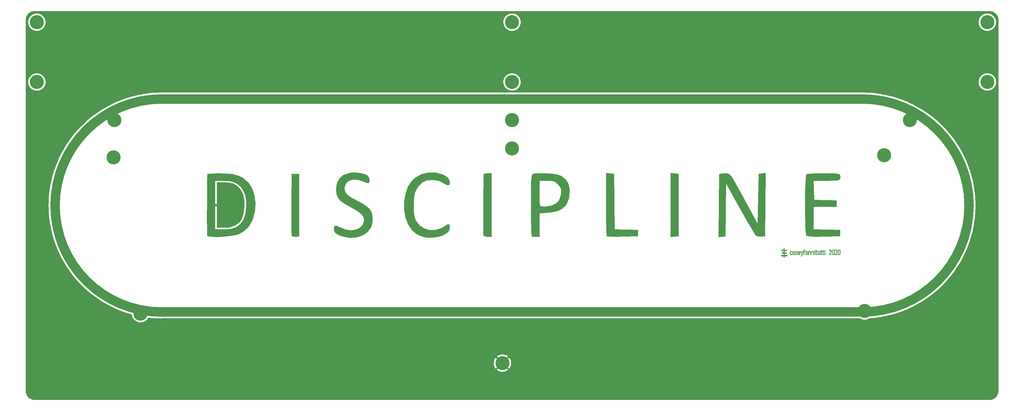
<source format=gbr>
G04 #@! TF.GenerationSoftware,KiCad,Pcbnew,(6.0.2)*
G04 #@! TF.CreationDate,2022-04-10T20:10:07+05:30*
G04 #@! TF.ProjectId,discipline-pcb,64697363-6970-46c6-996e-652d7063622e,rev?*
G04 #@! TF.SameCoordinates,Original*
G04 #@! TF.FileFunction,Copper,L1,Top*
G04 #@! TF.FilePolarity,Positive*
%FSLAX46Y46*%
G04 Gerber Fmt 4.6, Leading zero omitted, Abs format (unit mm)*
G04 Created by KiCad (PCBNEW (6.0.2)) date 2022-04-10 20:10:07*
%MOMM*%
%LPD*%
G01*
G04 APERTURE LIST*
G04 #@! TA.AperFunction,EtchedComponent*
%ADD10C,3.000000*%
G04 #@! TD*
G04 #@! TA.AperFunction,EtchedComponent*
%ADD11C,0.010000*%
G04 #@! TD*
G04 #@! TA.AperFunction,ComponentPad*
%ADD12C,4.400000*%
G04 #@! TD*
G04 #@! TA.AperFunction,ViaPad*
%ADD13C,0.800000*%
G04 #@! TD*
G04 APERTURE END LIST*
D10*
X96428345Y-152383484D02*
X315748345Y-152413484D01*
X96878345Y-85733484D02*
X316198345Y-85763484D01*
X96808345Y-85763484D02*
G75*
G03*
X96808345Y-152463484I0J-33350000D01*
G01*
X315618345Y-152463484D02*
G75*
G03*
X315618345Y-85763484I0J33350000D01*
G01*
D11*
X158870985Y-108958112D02*
X160098538Y-109298701D01*
X160098538Y-109298701D02*
X161021051Y-109740144D01*
X161021051Y-109740144D02*
X161442233Y-110187362D01*
X161442233Y-110187362D02*
X161620439Y-111028920D01*
X161620439Y-111028920D02*
X161552783Y-111765354D01*
X161552783Y-111765354D02*
X161355996Y-112068076D01*
X161355996Y-112068076D02*
X160920525Y-112037855D01*
X160920525Y-112037855D02*
X160155635Y-111758413D01*
X160155635Y-111758413D02*
X159821758Y-111598833D01*
X159821758Y-111598833D02*
X158246516Y-111033794D01*
X158246516Y-111033794D02*
X156759502Y-110927194D01*
X156759502Y-110927194D02*
X155469498Y-111240490D01*
X155469498Y-111240490D02*
X154485290Y-111935136D01*
X154485290Y-111935136D02*
X153915662Y-112972589D01*
X153915662Y-112972589D02*
X153818089Y-113726048D01*
X153818089Y-113726048D02*
X154051380Y-114851439D01*
X154051380Y-114851439D02*
X154788204Y-115840507D01*
X154788204Y-115840507D02*
X156083985Y-116751171D01*
X156083985Y-116751171D02*
X157275081Y-117338613D01*
X157275081Y-117338613D02*
X159541400Y-118495077D01*
X159541400Y-118495077D02*
X161170390Y-119676765D01*
X161170390Y-119676765D02*
X162001937Y-120625110D01*
X162001937Y-120625110D02*
X162422840Y-121702178D01*
X162422840Y-121702178D02*
X162599451Y-123107913D01*
X162599451Y-123107913D02*
X162524854Y-124564499D01*
X162524854Y-124564499D02*
X162192131Y-125794120D01*
X162192131Y-125794120D02*
X162133631Y-125914969D01*
X162133631Y-125914969D02*
X161042702Y-127347034D01*
X161042702Y-127347034D02*
X159510709Y-128390558D01*
X159510709Y-128390558D02*
X157645375Y-129007725D01*
X157645375Y-129007725D02*
X155554418Y-129160714D01*
X155554418Y-129160714D02*
X153655268Y-128891570D01*
X153655268Y-128891570D02*
X152492368Y-128507316D01*
X152492368Y-128507316D02*
X151473508Y-127993613D01*
X151473508Y-127993613D02*
X150837169Y-127472530D01*
X150837169Y-127472530D02*
X150810896Y-127435632D01*
X150810896Y-127435632D02*
X150598351Y-126782523D01*
X150598351Y-126782523D02*
X150604552Y-126023320D01*
X150604552Y-126023320D02*
X150820039Y-125497688D01*
X150820039Y-125497688D02*
X150865863Y-125462387D01*
X150865863Y-125462387D02*
X151311365Y-125489468D01*
X151311365Y-125489468D02*
X152093337Y-125772739D01*
X152093337Y-125772739D02*
X152529168Y-125982804D01*
X152529168Y-125982804D02*
X154266407Y-126652003D01*
X154266407Y-126652003D02*
X155938596Y-126871130D01*
X155938596Y-126871130D02*
X157446154Y-126672940D01*
X157446154Y-126672940D02*
X158689502Y-126090183D01*
X158689502Y-126090183D02*
X159569059Y-125155614D01*
X159569059Y-125155614D02*
X159985246Y-123901983D01*
X159985246Y-123901983D02*
X160005268Y-123523872D01*
X160005268Y-123523872D02*
X159790947Y-122634057D01*
X159790947Y-122634057D02*
X159112851Y-121744643D01*
X159112851Y-121744643D02*
X157918281Y-120806596D01*
X157918281Y-120806596D02*
X156154541Y-119770880D01*
X156154541Y-119770880D02*
X155736011Y-119551396D01*
X155736011Y-119551396D02*
X153901346Y-118516319D01*
X153901346Y-118516319D02*
X152613632Y-117549105D01*
X152613632Y-117549105D02*
X151790994Y-116548054D01*
X151790994Y-116548054D02*
X151351561Y-115411469D01*
X151351561Y-115411469D02*
X151213459Y-114037653D01*
X151213459Y-114037653D02*
X151212961Y-113933123D01*
X151212961Y-113933123D02*
X151469045Y-112066618D01*
X151469045Y-112066618D02*
X152233626Y-110605739D01*
X152233626Y-110605739D02*
X153501196Y-109556151D01*
X153501196Y-109556151D02*
X155266247Y-108923519D01*
X155266247Y-108923519D02*
X156226363Y-108775859D01*
X156226363Y-108775859D02*
X157519792Y-108767468D01*
X157519792Y-108767468D02*
X158870985Y-108958112D01*
X158870985Y-108958112D02*
X158870985Y-108958112D01*
G36*
X158870985Y-108958112D02*
G01*
X160098538Y-109298701D01*
X161021051Y-109740144D01*
X161442233Y-110187362D01*
X161620439Y-111028920D01*
X161552783Y-111765354D01*
X161355996Y-112068076D01*
X160920525Y-112037855D01*
X160155635Y-111758413D01*
X159821758Y-111598833D01*
X158246516Y-111033794D01*
X156759502Y-110927194D01*
X155469498Y-111240490D01*
X154485290Y-111935136D01*
X153915662Y-112972589D01*
X153818089Y-113726048D01*
X154051380Y-114851439D01*
X154788204Y-115840507D01*
X156083985Y-116751171D01*
X157275081Y-117338613D01*
X159541400Y-118495077D01*
X161170390Y-119676765D01*
X162001937Y-120625110D01*
X162422840Y-121702178D01*
X162599451Y-123107913D01*
X162524854Y-124564499D01*
X162192131Y-125794120D01*
X162133631Y-125914969D01*
X161042702Y-127347034D01*
X159510709Y-128390558D01*
X157645375Y-129007725D01*
X155554418Y-129160714D01*
X153655268Y-128891570D01*
X152492368Y-128507316D01*
X151473508Y-127993613D01*
X150837169Y-127472530D01*
X150810896Y-127435632D01*
X150598351Y-126782523D01*
X150604552Y-126023320D01*
X150820039Y-125497688D01*
X150865863Y-125462387D01*
X151311365Y-125489468D01*
X152093337Y-125772739D01*
X152529168Y-125982804D01*
X154266407Y-126652003D01*
X155938596Y-126871130D01*
X157446154Y-126672940D01*
X158689502Y-126090183D01*
X159569059Y-125155614D01*
X159985246Y-123901983D01*
X160005268Y-123523872D01*
X159790947Y-122634057D01*
X159112851Y-121744643D01*
X157918281Y-120806596D01*
X156154541Y-119770880D01*
X155736011Y-119551396D01*
X153901346Y-118516319D01*
X152613632Y-117549105D01*
X151790994Y-116548054D01*
X151351561Y-115411469D01*
X151213459Y-114037653D01*
X151212961Y-113933123D01*
X151469045Y-112066618D01*
X152233626Y-110605739D01*
X153501196Y-109556151D01*
X155266247Y-108923519D01*
X156226363Y-108775859D01*
X157519792Y-108767468D01*
X158870985Y-108958112D01*
G37*
X158870985Y-108958112D02*
X160098538Y-109298701D01*
X161021051Y-109740144D01*
X161442233Y-110187362D01*
X161620439Y-111028920D01*
X161552783Y-111765354D01*
X161355996Y-112068076D01*
X160920525Y-112037855D01*
X160155635Y-111758413D01*
X159821758Y-111598833D01*
X158246516Y-111033794D01*
X156759502Y-110927194D01*
X155469498Y-111240490D01*
X154485290Y-111935136D01*
X153915662Y-112972589D01*
X153818089Y-113726048D01*
X154051380Y-114851439D01*
X154788204Y-115840507D01*
X156083985Y-116751171D01*
X157275081Y-117338613D01*
X159541400Y-118495077D01*
X161170390Y-119676765D01*
X162001937Y-120625110D01*
X162422840Y-121702178D01*
X162599451Y-123107913D01*
X162524854Y-124564499D01*
X162192131Y-125794120D01*
X162133631Y-125914969D01*
X161042702Y-127347034D01*
X159510709Y-128390558D01*
X157645375Y-129007725D01*
X155554418Y-129160714D01*
X153655268Y-128891570D01*
X152492368Y-128507316D01*
X151473508Y-127993613D01*
X150837169Y-127472530D01*
X150810896Y-127435632D01*
X150598351Y-126782523D01*
X150604552Y-126023320D01*
X150820039Y-125497688D01*
X150865863Y-125462387D01*
X151311365Y-125489468D01*
X152093337Y-125772739D01*
X152529168Y-125982804D01*
X154266407Y-126652003D01*
X155938596Y-126871130D01*
X157446154Y-126672940D01*
X158689502Y-126090183D01*
X159569059Y-125155614D01*
X159985246Y-123901983D01*
X160005268Y-123523872D01*
X159790947Y-122634057D01*
X159112851Y-121744643D01*
X157918281Y-120806596D01*
X156154541Y-119770880D01*
X155736011Y-119551396D01*
X153901346Y-118516319D01*
X152613632Y-117549105D01*
X151790994Y-116548054D01*
X151351561Y-115411469D01*
X151213459Y-114037653D01*
X151212961Y-113933123D01*
X151469045Y-112066618D01*
X152233626Y-110605739D01*
X153501196Y-109556151D01*
X155266247Y-108923519D01*
X156226363Y-108775859D01*
X157519792Y-108767468D01*
X158870985Y-108958112D01*
X182308392Y-108816567D02*
X184431510Y-109356777D01*
X184431510Y-109356777D02*
X185017193Y-109623684D01*
X185017193Y-109623684D02*
X186059754Y-110296612D01*
X186059754Y-110296612D02*
X186581113Y-111057378D01*
X186581113Y-111057378D02*
X186707833Y-111942438D01*
X186707833Y-111942438D02*
X186558492Y-112574255D01*
X186558492Y-112574255D02*
X186082126Y-112712086D01*
X186082126Y-112712086D02*
X185236216Y-112358191D01*
X185236216Y-112358191D02*
X184735944Y-112047251D01*
X184735944Y-112047251D02*
X183357734Y-111362017D01*
X183357734Y-111362017D02*
X181755367Y-111059246D01*
X181755367Y-111059246D02*
X181549538Y-111044689D01*
X181549538Y-111044689D02*
X179661954Y-111172783D01*
X179661954Y-111172783D02*
X178131103Y-111834695D01*
X178131103Y-111834695D02*
X176902302Y-113061715D01*
X176902302Y-113061715D02*
X176306448Y-114044648D01*
X176306448Y-114044648D02*
X175921601Y-114865578D01*
X175921601Y-114865578D02*
X175676479Y-115642490D01*
X175676479Y-115642490D02*
X175540701Y-116559771D01*
X175540701Y-116559771D02*
X175483889Y-117801810D01*
X175483889Y-117801810D02*
X175474838Y-119092084D01*
X175474838Y-119092084D02*
X175495217Y-120728942D01*
X175495217Y-120728942D02*
X175572579Y-121890329D01*
X175572579Y-121890329D02*
X175734005Y-122751373D01*
X175734005Y-122751373D02*
X176006578Y-123487197D01*
X176006578Y-123487197D02*
X176220665Y-123915105D01*
X176220665Y-123915105D02*
X177322678Y-125347575D01*
X177322678Y-125347575D02*
X178781598Y-126315616D01*
X178781598Y-126315616D02*
X180475293Y-126796031D01*
X180475293Y-126796031D02*
X182281627Y-126765625D01*
X182281627Y-126765625D02*
X184078469Y-126201204D01*
X184078469Y-126201204D02*
X185095549Y-125600608D01*
X185095549Y-125600608D02*
X185809895Y-125161583D01*
X185809895Y-125161583D02*
X186327999Y-124961814D01*
X186327999Y-124961814D02*
X186351051Y-124960664D01*
X186351051Y-124960664D02*
X186658245Y-125217674D01*
X186658245Y-125217674D02*
X186712369Y-125844064D01*
X186712369Y-125844064D02*
X186543854Y-126622869D01*
X186543854Y-126622869D02*
X186183130Y-127337128D01*
X186183130Y-127337128D02*
X185986293Y-127561355D01*
X185986293Y-127561355D02*
X184782640Y-128319389D01*
X184782640Y-128319389D02*
X183154860Y-128845079D01*
X183154860Y-128845079D02*
X181299174Y-129104419D01*
X181299174Y-129104419D02*
X179411803Y-129063406D01*
X179411803Y-129063406D02*
X178357809Y-128883357D01*
X178357809Y-128883357D02*
X176487502Y-128119158D01*
X176487502Y-128119158D02*
X174932203Y-126829578D01*
X174932203Y-126829578D02*
X173725032Y-125076352D01*
X173725032Y-125076352D02*
X172899109Y-122921219D01*
X172899109Y-122921219D02*
X172487555Y-120425914D01*
X172487555Y-120425914D02*
X172497346Y-117959382D01*
X172497346Y-117959382D02*
X172912324Y-115440835D01*
X172912324Y-115440835D02*
X173721381Y-113226324D01*
X173721381Y-113226324D02*
X174876046Y-111421065D01*
X174876046Y-111421065D02*
X176001588Y-110352818D01*
X176001588Y-110352818D02*
X177915273Y-109328996D01*
X177915273Y-109328996D02*
X180076927Y-108812109D01*
X180076927Y-108812109D02*
X182308392Y-108816567D01*
X182308392Y-108816567D02*
X182308392Y-108816567D01*
G36*
X182308392Y-108816567D02*
G01*
X184431510Y-109356777D01*
X185017193Y-109623684D01*
X186059754Y-110296612D01*
X186581113Y-111057378D01*
X186707833Y-111942438D01*
X186558492Y-112574255D01*
X186082126Y-112712086D01*
X185236216Y-112358191D01*
X184735944Y-112047251D01*
X183357734Y-111362017D01*
X181755367Y-111059246D01*
X181549538Y-111044689D01*
X179661954Y-111172783D01*
X178131103Y-111834695D01*
X176902302Y-113061715D01*
X176306448Y-114044648D01*
X175921601Y-114865578D01*
X175676479Y-115642490D01*
X175540701Y-116559771D01*
X175483889Y-117801810D01*
X175474838Y-119092084D01*
X175495217Y-120728942D01*
X175572579Y-121890329D01*
X175734005Y-122751373D01*
X176006578Y-123487197D01*
X176220665Y-123915105D01*
X177322678Y-125347575D01*
X178781598Y-126315616D01*
X180475293Y-126796031D01*
X182281627Y-126765625D01*
X184078469Y-126201204D01*
X185095549Y-125600608D01*
X185809895Y-125161583D01*
X186327999Y-124961814D01*
X186351051Y-124960664D01*
X186658245Y-125217674D01*
X186712369Y-125844064D01*
X186543854Y-126622869D01*
X186183130Y-127337128D01*
X185986293Y-127561355D01*
X184782640Y-128319389D01*
X183154860Y-128845079D01*
X181299174Y-129104419D01*
X179411803Y-129063406D01*
X178357809Y-128883357D01*
X176487502Y-128119158D01*
X174932203Y-126829578D01*
X173725032Y-125076352D01*
X172899109Y-122921219D01*
X172487555Y-120425914D01*
X172497346Y-117959382D01*
X172912324Y-115440835D01*
X173721381Y-113226324D01*
X174876046Y-111421065D01*
X176001588Y-110352818D01*
X177915273Y-109328996D01*
X180076927Y-108812109D01*
X182308392Y-108816567D01*
G37*
X182308392Y-108816567D02*
X184431510Y-109356777D01*
X185017193Y-109623684D01*
X186059754Y-110296612D01*
X186581113Y-111057378D01*
X186707833Y-111942438D01*
X186558492Y-112574255D01*
X186082126Y-112712086D01*
X185236216Y-112358191D01*
X184735944Y-112047251D01*
X183357734Y-111362017D01*
X181755367Y-111059246D01*
X181549538Y-111044689D01*
X179661954Y-111172783D01*
X178131103Y-111834695D01*
X176902302Y-113061715D01*
X176306448Y-114044648D01*
X175921601Y-114865578D01*
X175676479Y-115642490D01*
X175540701Y-116559771D01*
X175483889Y-117801810D01*
X175474838Y-119092084D01*
X175495217Y-120728942D01*
X175572579Y-121890329D01*
X175734005Y-122751373D01*
X176006578Y-123487197D01*
X176220665Y-123915105D01*
X177322678Y-125347575D01*
X178781598Y-126315616D01*
X180475293Y-126796031D01*
X182281627Y-126765625D01*
X184078469Y-126201204D01*
X185095549Y-125600608D01*
X185809895Y-125161583D01*
X186327999Y-124961814D01*
X186351051Y-124960664D01*
X186658245Y-125217674D01*
X186712369Y-125844064D01*
X186543854Y-126622869D01*
X186183130Y-127337128D01*
X185986293Y-127561355D01*
X184782640Y-128319389D01*
X183154860Y-128845079D01*
X181299174Y-129104419D01*
X179411803Y-129063406D01*
X178357809Y-128883357D01*
X176487502Y-128119158D01*
X174932203Y-126829578D01*
X173725032Y-125076352D01*
X172899109Y-122921219D01*
X172487555Y-120425914D01*
X172497346Y-117959382D01*
X172912324Y-115440835D01*
X173721381Y-113226324D01*
X174876046Y-111421065D01*
X176001588Y-110352818D01*
X177915273Y-109328996D01*
X180076927Y-108812109D01*
X182308392Y-108816567D01*
X256964884Y-109066006D02*
X258186038Y-109167074D01*
X258186038Y-109167074D02*
X258186038Y-128705536D01*
X258186038Y-128705536D02*
X256964884Y-128806603D01*
X256964884Y-128806603D02*
X255743730Y-128907671D01*
X255743730Y-128907671D02*
X255743730Y-108964939D01*
X255743730Y-108964939D02*
X256964884Y-109066006D01*
X256964884Y-109066006D02*
X256964884Y-109066006D01*
G36*
X256964884Y-109066006D02*
G01*
X258186038Y-109167074D01*
X258186038Y-128705536D01*
X256964884Y-128806603D01*
X255743730Y-128907671D01*
X255743730Y-108964939D01*
X256964884Y-109066006D01*
G37*
X256964884Y-109066006D02*
X258186038Y-109167074D01*
X258186038Y-128705536D01*
X256964884Y-128806603D01*
X255743730Y-128907671D01*
X255743730Y-108964939D01*
X256964884Y-109066006D01*
X116840747Y-109091587D02*
X118966376Y-109331993D01*
X118966376Y-109331993D02*
X120727792Y-109818972D01*
X120727792Y-109818972D02*
X122253182Y-110577026D01*
X122253182Y-110577026D02*
X122324535Y-110621837D01*
X122324535Y-110621837D02*
X123836774Y-111954263D01*
X123836774Y-111954263D02*
X124972378Y-113745812D01*
X124972378Y-113745812D02*
X125699855Y-115903294D01*
X125699855Y-115903294D02*
X125987713Y-118333524D01*
X125987713Y-118333524D02*
X125807095Y-120926872D01*
X125807095Y-120926872D02*
X125185497Y-123401153D01*
X125185497Y-123401153D02*
X124173460Y-125379111D01*
X124173460Y-125379111D02*
X122737667Y-126909062D01*
X122737667Y-126909062D02*
X120928345Y-128001801D01*
X120928345Y-128001801D02*
X120018923Y-128289072D01*
X120018923Y-128289072D02*
X118741532Y-128528703D01*
X118741532Y-128528703D02*
X117233993Y-128713840D01*
X117233993Y-128713840D02*
X115634125Y-128837631D01*
X115634125Y-128837631D02*
X114079748Y-128893222D01*
X114079748Y-128893222D02*
X112708681Y-128873760D01*
X112708681Y-128873760D02*
X111658745Y-128772392D01*
X111658745Y-128772392D02*
X111067758Y-128582265D01*
X111067758Y-128582265D02*
X110995675Y-128495705D01*
X110995675Y-128495705D02*
X110954428Y-128065302D01*
X110954428Y-128065302D02*
X110922636Y-127069857D01*
X110922636Y-127069857D02*
X110901046Y-125595553D01*
X110901046Y-125595553D02*
X110890408Y-123728571D01*
X110890408Y-123728571D02*
X110891470Y-121555095D01*
X110891470Y-121555095D02*
X110904981Y-119161306D01*
X110904981Y-119161306D02*
X110909763Y-118606700D01*
X110909763Y-118606700D02*
X110976890Y-111283741D01*
X110976890Y-111283741D02*
X113438602Y-111283741D01*
X113438602Y-111283741D02*
X113438602Y-126588869D01*
X113438602Y-126588869D02*
X115974730Y-126588869D01*
X115974730Y-126588869D02*
X117542780Y-126534889D01*
X117542780Y-126534889D02*
X118714363Y-126342561D01*
X118714363Y-126342561D02*
X119737656Y-125966301D01*
X119737656Y-125966301D02*
X119963833Y-125856177D01*
X119963833Y-125856177D02*
X121339198Y-124881593D01*
X121339198Y-124881593D02*
X122307401Y-123518556D01*
X122307401Y-123518556D02*
X122902131Y-121702496D01*
X122902131Y-121702496D02*
X123138162Y-119772164D01*
X123138162Y-119772164D02*
X123126380Y-117463917D01*
X123126380Y-117463917D02*
X122774926Y-115608300D01*
X122774926Y-115608300D02*
X122052785Y-114084443D01*
X122052785Y-114084443D02*
X121489602Y-113347626D01*
X121489602Y-113347626D02*
X120425520Y-112346137D01*
X120425520Y-112346137D02*
X119236390Y-111709893D01*
X119236390Y-111709893D02*
X117753176Y-111376577D01*
X117753176Y-111376577D02*
X115891369Y-111283741D01*
X115891369Y-111283741D02*
X113438602Y-111283741D01*
X113438602Y-111283741D02*
X110976890Y-111283741D01*
X110976890Y-111283741D02*
X110996294Y-109167074D01*
X110996294Y-109167074D02*
X114222715Y-109073252D01*
X114222715Y-109073252D02*
X116840747Y-109091587D01*
X116840747Y-109091587D02*
X116840747Y-109091587D01*
G36*
X116840747Y-109091587D02*
G01*
X118966376Y-109331993D01*
X120727792Y-109818972D01*
X122253182Y-110577026D01*
X122324535Y-110621837D01*
X123836774Y-111954263D01*
X124972378Y-113745812D01*
X125699855Y-115903294D01*
X125987713Y-118333524D01*
X125807095Y-120926872D01*
X125185497Y-123401153D01*
X124173460Y-125379111D01*
X122737667Y-126909062D01*
X120928345Y-128001801D01*
X120018923Y-128289072D01*
X118741532Y-128528703D01*
X117233993Y-128713840D01*
X115634125Y-128837631D01*
X114079748Y-128893222D01*
X112708681Y-128873760D01*
X111658745Y-128772392D01*
X111067758Y-128582265D01*
X110995675Y-128495705D01*
X110954428Y-128065302D01*
X110922636Y-127069857D01*
X110915592Y-126588869D01*
X113438602Y-126588869D01*
X115974730Y-126588869D01*
X117542780Y-126534889D01*
X118714363Y-126342561D01*
X119737656Y-125966301D01*
X119963833Y-125856177D01*
X121339198Y-124881593D01*
X122307401Y-123518556D01*
X122902131Y-121702496D01*
X123138162Y-119772164D01*
X123126380Y-117463917D01*
X122774926Y-115608300D01*
X122052785Y-114084443D01*
X121489602Y-113347626D01*
X120425520Y-112346137D01*
X119236390Y-111709893D01*
X117753176Y-111376577D01*
X115891369Y-111283741D01*
X113438602Y-111283741D01*
X113438602Y-126588869D01*
X110915592Y-126588869D01*
X110901046Y-125595553D01*
X110890408Y-123728571D01*
X110891470Y-121555095D01*
X110904981Y-119161306D01*
X110909763Y-118606700D01*
X110976890Y-111283741D01*
X110996294Y-109167074D01*
X114222715Y-109073252D01*
X116840747Y-109091587D01*
G37*
X116840747Y-109091587D02*
X118966376Y-109331993D01*
X120727792Y-109818972D01*
X122253182Y-110577026D01*
X122324535Y-110621837D01*
X123836774Y-111954263D01*
X124972378Y-113745812D01*
X125699855Y-115903294D01*
X125987713Y-118333524D01*
X125807095Y-120926872D01*
X125185497Y-123401153D01*
X124173460Y-125379111D01*
X122737667Y-126909062D01*
X120928345Y-128001801D01*
X120018923Y-128289072D01*
X118741532Y-128528703D01*
X117233993Y-128713840D01*
X115634125Y-128837631D01*
X114079748Y-128893222D01*
X112708681Y-128873760D01*
X111658745Y-128772392D01*
X111067758Y-128582265D01*
X110995675Y-128495705D01*
X110954428Y-128065302D01*
X110922636Y-127069857D01*
X110915592Y-126588869D01*
X113438602Y-126588869D01*
X115974730Y-126588869D01*
X117542780Y-126534889D01*
X118714363Y-126342561D01*
X119737656Y-125966301D01*
X119963833Y-125856177D01*
X121339198Y-124881593D01*
X122307401Y-123518556D01*
X122902131Y-121702496D01*
X123138162Y-119772164D01*
X123126380Y-117463917D01*
X122774926Y-115608300D01*
X122052785Y-114084443D01*
X121489602Y-113347626D01*
X120425520Y-112346137D01*
X119236390Y-111709893D01*
X117753176Y-111376577D01*
X115891369Y-111283741D01*
X113438602Y-111283741D01*
X113438602Y-126588869D01*
X110915592Y-126588869D01*
X110901046Y-125595553D01*
X110890408Y-123728571D01*
X110891470Y-121555095D01*
X110904981Y-119161306D01*
X110909763Y-118606700D01*
X110976890Y-111283741D01*
X110996294Y-109167074D01*
X114222715Y-109073252D01*
X116840747Y-109091587D01*
X216772434Y-109063453D02*
X218469498Y-109146283D01*
X218469498Y-109146283D02*
X219671884Y-109261084D01*
X219671884Y-109261084D02*
X220536190Y-109436593D01*
X220536190Y-109436593D02*
X221219010Y-109701548D01*
X221219010Y-109701548D02*
X221689324Y-109965776D01*
X221689324Y-109965776D02*
X222951973Y-110963325D01*
X222951973Y-110963325D02*
X223730079Y-112162832D01*
X223730079Y-112162832D02*
X224096871Y-113710114D01*
X224096871Y-113710114D02*
X224149976Y-114865792D01*
X224149976Y-114865792D02*
X223913490Y-116975774D01*
X223913490Y-116975774D02*
X223203867Y-118655630D01*
X223203867Y-118655630D02*
X222007196Y-119918378D01*
X222007196Y-119918378D02*
X220309564Y-120777039D01*
X220309564Y-120777039D02*
X218097060Y-121244630D01*
X218097060Y-121244630D02*
X217258435Y-121314938D01*
X217258435Y-121314938D02*
X214712961Y-121462293D01*
X214712961Y-121462293D02*
X214712961Y-128868356D01*
X214712961Y-128868356D02*
X213627491Y-128868356D01*
X213627491Y-128868356D02*
X212822859Y-128808780D01*
X212822859Y-128808780D02*
X212339632Y-128664082D01*
X212339632Y-128664082D02*
X212324927Y-128651262D01*
X212324927Y-128651262D02*
X212269248Y-128281924D01*
X212269248Y-128281924D02*
X212218851Y-127345213D01*
X212218851Y-127345213D02*
X212175641Y-125925030D01*
X212175641Y-125925030D02*
X212141520Y-124105276D01*
X212141520Y-124105276D02*
X212118393Y-121969850D01*
X212118393Y-121969850D02*
X212108164Y-119602654D01*
X212108164Y-119602654D02*
X212107833Y-119084725D01*
X212107833Y-119084725D02*
X212112191Y-116311798D01*
X212112191Y-116311798D02*
X212127595Y-114120557D01*
X212127595Y-114120557D02*
X212157535Y-112441449D01*
X212157535Y-112441449D02*
X212202444Y-111283741D01*
X212202444Y-111283741D02*
X214712961Y-111283741D01*
X214712961Y-111283741D02*
X214712961Y-115137160D01*
X214712961Y-115137160D02*
X214730325Y-116660491D01*
X214730325Y-116660491D02*
X214777568Y-117938010D01*
X214777568Y-117938010D02*
X214847415Y-118833300D01*
X214847415Y-118833300D02*
X214930055Y-119207672D01*
X214930055Y-119207672D02*
X215448721Y-119376692D01*
X215448721Y-119376692D02*
X216380697Y-119412673D01*
X216380697Y-119412673D02*
X217503153Y-119322206D01*
X217503153Y-119322206D02*
X218593260Y-119111881D01*
X218593260Y-119111881D02*
X218644834Y-119097805D01*
X218644834Y-119097805D02*
X220030591Y-118457547D01*
X220030591Y-118457547D02*
X220942026Y-117410837D01*
X220942026Y-117410837D02*
X221419032Y-115905190D01*
X221419032Y-115905190D02*
X221482743Y-115363924D01*
X221482743Y-115363924D02*
X221538368Y-114298498D01*
X221538368Y-114298498D02*
X221420245Y-113605014D01*
X221420245Y-113605014D02*
X221034951Y-113009104D01*
X221034951Y-113009104D02*
X220483973Y-112430650D01*
X220483973Y-112430650D02*
X219841839Y-111828796D01*
X219841839Y-111828796D02*
X219280526Y-111485486D01*
X219280526Y-111485486D02*
X218581980Y-111328419D01*
X218581980Y-111328419D02*
X217528150Y-111285296D01*
X217528150Y-111285296D02*
X217025012Y-111283741D01*
X217025012Y-111283741D02*
X214712961Y-111283741D01*
X214712961Y-111283741D02*
X212202444Y-111283741D01*
X212202444Y-111283741D02*
X212205502Y-111204921D01*
X212205502Y-111204921D02*
X212274989Y-110341421D01*
X212274989Y-110341421D02*
X212369487Y-109781397D01*
X212369487Y-109781397D02*
X212492487Y-109455296D01*
X212492487Y-109455296D02*
X212597566Y-109328839D01*
X212597566Y-109328839D02*
X213077616Y-109138656D01*
X213077616Y-109138656D02*
X213997523Y-109039107D01*
X213997523Y-109039107D02*
X215434089Y-109025309D01*
X215434089Y-109025309D02*
X216772434Y-109063453D01*
X216772434Y-109063453D02*
X216772434Y-109063453D01*
G36*
X216772434Y-109063453D02*
G01*
X218469498Y-109146283D01*
X219671884Y-109261084D01*
X220536190Y-109436593D01*
X221219010Y-109701548D01*
X221689324Y-109965776D01*
X222951973Y-110963325D01*
X223730079Y-112162832D01*
X224096871Y-113710114D01*
X224149976Y-114865792D01*
X223913490Y-116975774D01*
X223203867Y-118655630D01*
X222007196Y-119918378D01*
X220309564Y-120777039D01*
X218097060Y-121244630D01*
X217258435Y-121314938D01*
X214712961Y-121462293D01*
X214712961Y-128868356D01*
X213627491Y-128868356D01*
X212822859Y-128808780D01*
X212339632Y-128664082D01*
X212324927Y-128651262D01*
X212269248Y-128281924D01*
X212218851Y-127345213D01*
X212175641Y-125925030D01*
X212141520Y-124105276D01*
X212118393Y-121969850D01*
X212108164Y-119602654D01*
X212107833Y-119084725D01*
X212112191Y-116311798D01*
X212120448Y-115137160D01*
X214712961Y-115137160D01*
X214730325Y-116660491D01*
X214777568Y-117938010D01*
X214847415Y-118833300D01*
X214930055Y-119207672D01*
X215448721Y-119376692D01*
X216380697Y-119412673D01*
X217503153Y-119322206D01*
X218593260Y-119111881D01*
X218644834Y-119097805D01*
X220030591Y-118457547D01*
X220942026Y-117410837D01*
X221419032Y-115905190D01*
X221482743Y-115363924D01*
X221538368Y-114298498D01*
X221420245Y-113605014D01*
X221034951Y-113009104D01*
X220483973Y-112430650D01*
X219841839Y-111828796D01*
X219280526Y-111485486D01*
X218581980Y-111328419D01*
X217528150Y-111285296D01*
X217025012Y-111283741D01*
X214712961Y-111283741D01*
X214712961Y-115137160D01*
X212120448Y-115137160D01*
X212127595Y-114120557D01*
X212157535Y-112441449D01*
X212202444Y-111283741D01*
X212205502Y-111204921D01*
X212274989Y-110341421D01*
X212369487Y-109781397D01*
X212492487Y-109455296D01*
X212597566Y-109328839D01*
X213077616Y-109138656D01*
X213997523Y-109039107D01*
X215434089Y-109025309D01*
X216772434Y-109063453D01*
G37*
X216772434Y-109063453D02*
X218469498Y-109146283D01*
X219671884Y-109261084D01*
X220536190Y-109436593D01*
X221219010Y-109701548D01*
X221689324Y-109965776D01*
X222951973Y-110963325D01*
X223730079Y-112162832D01*
X224096871Y-113710114D01*
X224149976Y-114865792D01*
X223913490Y-116975774D01*
X223203867Y-118655630D01*
X222007196Y-119918378D01*
X220309564Y-120777039D01*
X218097060Y-121244630D01*
X217258435Y-121314938D01*
X214712961Y-121462293D01*
X214712961Y-128868356D01*
X213627491Y-128868356D01*
X212822859Y-128808780D01*
X212339632Y-128664082D01*
X212324927Y-128651262D01*
X212269248Y-128281924D01*
X212218851Y-127345213D01*
X212175641Y-125925030D01*
X212141520Y-124105276D01*
X212118393Y-121969850D01*
X212108164Y-119602654D01*
X212107833Y-119084725D01*
X212112191Y-116311798D01*
X212120448Y-115137160D01*
X214712961Y-115137160D01*
X214730325Y-116660491D01*
X214777568Y-117938010D01*
X214847415Y-118833300D01*
X214930055Y-119207672D01*
X215448721Y-119376692D01*
X216380697Y-119412673D01*
X217503153Y-119322206D01*
X218593260Y-119111881D01*
X218644834Y-119097805D01*
X220030591Y-118457547D01*
X220942026Y-117410837D01*
X221419032Y-115905190D01*
X221482743Y-115363924D01*
X221538368Y-114298498D01*
X221420245Y-113605014D01*
X221034951Y-113009104D01*
X220483973Y-112430650D01*
X219841839Y-111828796D01*
X219280526Y-111485486D01*
X218581980Y-111328419D01*
X217528150Y-111285296D01*
X217025012Y-111283741D01*
X214712961Y-111283741D01*
X214712961Y-115137160D01*
X212120448Y-115137160D01*
X212127595Y-114120557D01*
X212157535Y-112441449D01*
X212202444Y-111283741D01*
X212205502Y-111204921D01*
X212274989Y-110341421D01*
X212369487Y-109781397D01*
X212492487Y-109455296D01*
X212597566Y-109328839D01*
X213077616Y-109138656D01*
X213997523Y-109039107D01*
X215434089Y-109025309D01*
X216772434Y-109063453D01*
X139652704Y-128705536D02*
X138592132Y-128807745D01*
X138592132Y-128807745D02*
X137734339Y-128757271D01*
X137734339Y-128757271D02*
X137365857Y-128478140D01*
X137365857Y-128478140D02*
X137326343Y-128052383D01*
X137326343Y-128052383D02*
X137296116Y-127061376D01*
X137296116Y-127061376D02*
X137275865Y-125591095D01*
X137275865Y-125591095D02*
X137266281Y-123727515D01*
X137266281Y-123727515D02*
X137268052Y-121556612D01*
X137268052Y-121556612D02*
X137281868Y-119164362D01*
X137281868Y-119164362D02*
X137286686Y-118606700D01*
X137286686Y-118606700D02*
X137373217Y-109167074D01*
X137373217Y-109167074D02*
X139652704Y-109167074D01*
X139652704Y-109167074D02*
X139652704Y-128705536D01*
X139652704Y-128705536D02*
X139652704Y-128705536D01*
G36*
X139652704Y-128705536D02*
G01*
X138592132Y-128807745D01*
X137734339Y-128757271D01*
X137365857Y-128478140D01*
X137326343Y-128052383D01*
X137296116Y-127061376D01*
X137275865Y-125591095D01*
X137266281Y-123727515D01*
X137268052Y-121556612D01*
X137281868Y-119164362D01*
X137286686Y-118606700D01*
X137373217Y-109167074D01*
X139652704Y-109167074D01*
X139652704Y-128705536D01*
G37*
X139652704Y-128705536D02*
X138592132Y-128807745D01*
X137734339Y-128757271D01*
X137365857Y-128478140D01*
X137326343Y-128052383D01*
X137296116Y-127061376D01*
X137275865Y-125591095D01*
X137266281Y-123727515D01*
X137268052Y-121556612D01*
X137281868Y-119164362D01*
X137286686Y-118606700D01*
X137373217Y-109167074D01*
X139652704Y-109167074D01*
X139652704Y-128705536D01*
X199733474Y-128868356D02*
X198583510Y-128868356D01*
X198583510Y-128868356D02*
X197776719Y-128763113D01*
X197776719Y-128763113D02*
X197301855Y-128505001D01*
X197301855Y-128505001D02*
X197275825Y-128457341D01*
X197275825Y-128457341D02*
X197238361Y-128037083D01*
X197238361Y-128037083D02*
X197209987Y-127051329D01*
X197209987Y-127051329D02*
X197191321Y-125585810D01*
X197191321Y-125585810D02*
X197182984Y-123726257D01*
X197182984Y-123726257D02*
X197185595Y-121558403D01*
X197185595Y-121558403D02*
X197199773Y-119167977D01*
X197199773Y-119167977D02*
X197204635Y-118606700D01*
X197204635Y-118606700D02*
X197291166Y-109167074D01*
X197291166Y-109167074D02*
X198512320Y-109066006D01*
X198512320Y-109066006D02*
X199733474Y-108964939D01*
X199733474Y-108964939D02*
X199733474Y-128868356D01*
X199733474Y-128868356D02*
X199733474Y-128868356D01*
G36*
X199733474Y-128868356D02*
G01*
X198583510Y-128868356D01*
X197776719Y-128763113D01*
X197301855Y-128505001D01*
X197275825Y-128457341D01*
X197238361Y-128037083D01*
X197209987Y-127051329D01*
X197191321Y-125585810D01*
X197182984Y-123726257D01*
X197185595Y-121558403D01*
X197199773Y-119167977D01*
X197204635Y-118606700D01*
X197291166Y-109167074D01*
X198512320Y-109066006D01*
X199733474Y-108964939D01*
X199733474Y-128868356D01*
G37*
X199733474Y-128868356D02*
X198583510Y-128868356D01*
X197776719Y-128763113D01*
X197301855Y-128505001D01*
X197275825Y-128457341D01*
X197238361Y-128037083D01*
X197209987Y-127051329D01*
X197191321Y-125585810D01*
X197182984Y-123726257D01*
X197185595Y-121558403D01*
X197199773Y-119167977D01*
X197204635Y-118606700D01*
X197291166Y-109167074D01*
X198512320Y-109066006D01*
X199733474Y-108964939D01*
X199733474Y-128868356D01*
X236775140Y-109066006D02*
X237996294Y-109167074D01*
X237996294Y-109167074D02*
X238169712Y-126567638D01*
X238169712Y-126567638D02*
X245486038Y-126751690D01*
X245486038Y-126751690D02*
X245486038Y-128705536D01*
X245486038Y-128705536D02*
X240745453Y-128795293D01*
X240745453Y-128795293D02*
X239049744Y-128812395D01*
X239049744Y-128812395D02*
X237590497Y-128798761D01*
X237590497Y-128798761D02*
X236489251Y-128757711D01*
X236489251Y-128757711D02*
X235867547Y-128692567D01*
X235867547Y-128692567D02*
X235779427Y-128659609D01*
X235779427Y-128659609D02*
X235722717Y-128288970D01*
X235722717Y-128288970D02*
X235671236Y-127349275D01*
X235671236Y-127349275D02*
X235626846Y-125922741D01*
X235626846Y-125922741D02*
X235591408Y-124091586D01*
X235591408Y-124091586D02*
X235566783Y-121938027D01*
X235566783Y-121938027D02*
X235554832Y-119544281D01*
X235554832Y-119544281D02*
X235553986Y-118699553D01*
X235553986Y-118699553D02*
X235553986Y-108964939D01*
X235553986Y-108964939D02*
X236775140Y-109066006D01*
X236775140Y-109066006D02*
X236775140Y-109066006D01*
G36*
X236775140Y-109066006D02*
G01*
X237996294Y-109167074D01*
X238169712Y-126567638D01*
X245486038Y-126751690D01*
X245486038Y-128705536D01*
X240745453Y-128795293D01*
X239049744Y-128812395D01*
X237590497Y-128798761D01*
X236489251Y-128757711D01*
X235867547Y-128692567D01*
X235779427Y-128659609D01*
X235722717Y-128288970D01*
X235671236Y-127349275D01*
X235626846Y-125922741D01*
X235591408Y-124091586D01*
X235566783Y-121938027D01*
X235554832Y-119544281D01*
X235553986Y-118699553D01*
X235553986Y-108964939D01*
X236775140Y-109066006D01*
G37*
X236775140Y-109066006D02*
X237996294Y-109167074D01*
X238169712Y-126567638D01*
X245486038Y-126751690D01*
X245486038Y-128705536D01*
X240745453Y-128795293D01*
X239049744Y-128812395D01*
X237590497Y-128798761D01*
X236489251Y-128757711D01*
X235867547Y-128692567D01*
X235779427Y-128659609D01*
X235722717Y-128288970D01*
X235671236Y-127349275D01*
X235626846Y-125922741D01*
X235591408Y-124091586D01*
X235566783Y-121938027D01*
X235554832Y-119544281D01*
X235553986Y-118699553D01*
X235553986Y-108964939D01*
X236775140Y-109066006D01*
X285300459Y-118833904D02*
X285214243Y-128705536D01*
X285214243Y-128705536D02*
X284074499Y-128801439D01*
X284074499Y-128801439D02*
X283141336Y-128751393D01*
X283141336Y-128751393D02*
X282421937Y-128499762D01*
X282421937Y-128499762D02*
X282388843Y-128475798D01*
X282388843Y-128475798D02*
X282092989Y-128088758D01*
X282092989Y-128088758D02*
X281531426Y-127207531D01*
X281531426Y-127207531D02*
X280750072Y-125909819D01*
X280750072Y-125909819D02*
X279794845Y-124273324D01*
X279794845Y-124273324D02*
X278711662Y-122375747D01*
X278711662Y-122375747D02*
X277546443Y-120294791D01*
X277546443Y-120294791D02*
X277428567Y-120082112D01*
X277428567Y-120082112D02*
X273014204Y-112109970D01*
X273014204Y-112109970D02*
X272839884Y-128705536D01*
X272839884Y-128705536D02*
X271776744Y-128807937D01*
X271776744Y-128807937D02*
X270713605Y-128910337D01*
X270713605Y-128910337D02*
X270799821Y-119038706D01*
X270799821Y-119038706D02*
X270886038Y-109167074D01*
X270886038Y-109167074D02*
X272396335Y-109069312D01*
X272396335Y-109069312D02*
X273401652Y-109063734D01*
X273401652Y-109063734D02*
X274023819Y-109268611D01*
X274023819Y-109268611D02*
X274513002Y-109760272D01*
X274513002Y-109760272D02*
X274833672Y-110258886D01*
X274833672Y-110258886D02*
X275413533Y-111242227D01*
X275413533Y-111242227D02*
X276202418Y-112621901D01*
X276202418Y-112621901D02*
X277150161Y-114309517D01*
X277150161Y-114309517D02*
X278206598Y-116216681D01*
X278206598Y-116216681D02*
X279027063Y-117714095D01*
X279027063Y-117714095D02*
X282934756Y-124879196D01*
X282934756Y-124879196D02*
X283097576Y-117023135D01*
X283097576Y-117023135D02*
X283260397Y-109167074D01*
X283260397Y-109167074D02*
X284323536Y-109064673D01*
X284323536Y-109064673D02*
X285386676Y-108962272D01*
X285386676Y-108962272D02*
X285300459Y-118833904D01*
X285300459Y-118833904D02*
X285300459Y-118833904D01*
G36*
X285300459Y-118833904D02*
G01*
X285214243Y-128705536D01*
X284074499Y-128801439D01*
X283141336Y-128751393D01*
X282421937Y-128499762D01*
X282388843Y-128475798D01*
X282092989Y-128088758D01*
X281531426Y-127207531D01*
X280750072Y-125909819D01*
X279794845Y-124273324D01*
X278711662Y-122375747D01*
X277546443Y-120294791D01*
X277428567Y-120082112D01*
X273014204Y-112109970D01*
X272839884Y-128705536D01*
X271776744Y-128807937D01*
X270713605Y-128910337D01*
X270799821Y-119038706D01*
X270886038Y-109167074D01*
X272396335Y-109069312D01*
X273401652Y-109063734D01*
X274023819Y-109268611D01*
X274513002Y-109760272D01*
X274833672Y-110258886D01*
X275413533Y-111242227D01*
X276202418Y-112621901D01*
X277150161Y-114309517D01*
X278206598Y-116216681D01*
X279027063Y-117714095D01*
X282934756Y-124879196D01*
X283097576Y-117023135D01*
X283260397Y-109167074D01*
X284323536Y-109064673D01*
X285386676Y-108962272D01*
X285300459Y-118833904D01*
G37*
X285300459Y-118833904D02*
X285214243Y-128705536D01*
X284074499Y-128801439D01*
X283141336Y-128751393D01*
X282421937Y-128499762D01*
X282388843Y-128475798D01*
X282092989Y-128088758D01*
X281531426Y-127207531D01*
X280750072Y-125909819D01*
X279794845Y-124273324D01*
X278711662Y-122375747D01*
X277546443Y-120294791D01*
X277428567Y-120082112D01*
X273014204Y-112109970D01*
X272839884Y-128705536D01*
X271776744Y-128807937D01*
X270713605Y-128910337D01*
X270799821Y-119038706D01*
X270886038Y-109167074D01*
X272396335Y-109069312D01*
X273401652Y-109063734D01*
X274023819Y-109268611D01*
X274513002Y-109760272D01*
X274833672Y-110258886D01*
X275413533Y-111242227D01*
X276202418Y-112621901D01*
X277150161Y-114309517D01*
X278206598Y-116216681D01*
X279027063Y-117714095D01*
X282934756Y-124879196D01*
X283097576Y-117023135D01*
X283260397Y-109167074D01*
X284323536Y-109064673D01*
X285386676Y-108962272D01*
X285300459Y-118833904D01*
X305398825Y-109010163D02*
X306752335Y-109035663D01*
X306752335Y-109035663D02*
X307653095Y-109092416D01*
X307653095Y-109092416D02*
X308200349Y-109192082D01*
X308200349Y-109192082D02*
X308493339Y-109346322D01*
X308493339Y-109346322D02*
X308631306Y-109566797D01*
X308631306Y-109566797D02*
X308645836Y-109609660D01*
X308645836Y-109609660D02*
X308709806Y-110398108D01*
X308709806Y-110398108D02*
X308632941Y-110749404D01*
X308632941Y-110749404D02*
X308460338Y-110976086D01*
X308460338Y-110976086D02*
X308076642Y-111129382D01*
X308076642Y-111129382D02*
X307374645Y-111222761D01*
X307374645Y-111222761D02*
X306247144Y-111269690D01*
X306247144Y-111269690D02*
X304586934Y-111283641D01*
X304586934Y-111283641D02*
X304380003Y-111283741D01*
X304380003Y-111283741D02*
X300332111Y-111283741D01*
X300332111Y-111283741D02*
X300425741Y-114295920D01*
X300425741Y-114295920D02*
X300519371Y-117308100D01*
X300519371Y-117308100D02*
X307520653Y-117492954D01*
X307520653Y-117492954D02*
X307520653Y-119424766D01*
X307520653Y-119424766D02*
X300356550Y-119424766D01*
X300356550Y-119424766D02*
X300356550Y-126569411D01*
X300356550Y-126569411D02*
X304508474Y-126660550D01*
X304508474Y-126660550D02*
X308660397Y-126751690D01*
X308660397Y-126751690D02*
X308660397Y-128705536D01*
X308660397Y-128705536D02*
X303604577Y-128794844D01*
X303604577Y-128794844D02*
X301455550Y-128815045D01*
X301455550Y-128815045D02*
X299893268Y-128786238D01*
X299893268Y-128786238D02*
X298854779Y-128704853D01*
X298854779Y-128704853D02*
X298277132Y-128567321D01*
X298277132Y-128567321D02*
X298150090Y-128485485D01*
X298150090Y-128485485D02*
X298026734Y-128043374D01*
X298026734Y-128043374D02*
X297924273Y-127053154D01*
X297924273Y-127053154D02*
X297842750Y-125617629D01*
X297842750Y-125617629D02*
X297782206Y-123839604D01*
X297782206Y-123839604D02*
X297742684Y-121821883D01*
X297742684Y-121821883D02*
X297724226Y-119667270D01*
X297724226Y-119667270D02*
X297726876Y-117478569D01*
X297726876Y-117478569D02*
X297750676Y-115358585D01*
X297750676Y-115358585D02*
X297795668Y-113410122D01*
X297795668Y-113410122D02*
X297861895Y-111735983D01*
X297861895Y-111735983D02*
X297949399Y-110438975D01*
X297949399Y-110438975D02*
X298058223Y-109621899D01*
X298058223Y-109621899D02*
X298142192Y-109395023D01*
X298142192Y-109395023D02*
X298603553Y-109221591D01*
X298603553Y-109221591D02*
X299609906Y-109100337D01*
X299609906Y-109100337D02*
X301195727Y-109028741D01*
X301195727Y-109028741D02*
X303395496Y-109004287D01*
X303395496Y-109004287D02*
X303493324Y-109004254D01*
X303493324Y-109004254D02*
X305398825Y-109010163D01*
X305398825Y-109010163D02*
X305398825Y-109010163D01*
G36*
X305398825Y-109010163D02*
G01*
X306752335Y-109035663D01*
X307653095Y-109092416D01*
X308200349Y-109192082D01*
X308493339Y-109346322D01*
X308631306Y-109566797D01*
X308645836Y-109609660D01*
X308709806Y-110398108D01*
X308632941Y-110749404D01*
X308460338Y-110976086D01*
X308076642Y-111129382D01*
X307374645Y-111222761D01*
X306247144Y-111269690D01*
X304586934Y-111283641D01*
X304380003Y-111283741D01*
X300332111Y-111283741D01*
X300425741Y-114295920D01*
X300519371Y-117308100D01*
X307520653Y-117492954D01*
X307520653Y-119424766D01*
X300356550Y-119424766D01*
X300356550Y-126569411D01*
X304508474Y-126660550D01*
X308660397Y-126751690D01*
X308660397Y-128705536D01*
X303604577Y-128794844D01*
X301455550Y-128815045D01*
X299893268Y-128786238D01*
X298854779Y-128704853D01*
X298277132Y-128567321D01*
X298150090Y-128485485D01*
X298026734Y-128043374D01*
X297924273Y-127053154D01*
X297842750Y-125617629D01*
X297782206Y-123839604D01*
X297742684Y-121821883D01*
X297724226Y-119667270D01*
X297726876Y-117478569D01*
X297750676Y-115358585D01*
X297795668Y-113410122D01*
X297861895Y-111735983D01*
X297949399Y-110438975D01*
X298058223Y-109621899D01*
X298142192Y-109395023D01*
X298603553Y-109221591D01*
X299609906Y-109100337D01*
X301195727Y-109028741D01*
X303395496Y-109004287D01*
X303493324Y-109004254D01*
X305398825Y-109010163D01*
G37*
X305398825Y-109010163D02*
X306752335Y-109035663D01*
X307653095Y-109092416D01*
X308200349Y-109192082D01*
X308493339Y-109346322D01*
X308631306Y-109566797D01*
X308645836Y-109609660D01*
X308709806Y-110398108D01*
X308632941Y-110749404D01*
X308460338Y-110976086D01*
X308076642Y-111129382D01*
X307374645Y-111222761D01*
X306247144Y-111269690D01*
X304586934Y-111283641D01*
X304380003Y-111283741D01*
X300332111Y-111283741D01*
X300425741Y-114295920D01*
X300519371Y-117308100D01*
X307520653Y-117492954D01*
X307520653Y-119424766D01*
X300356550Y-119424766D01*
X300356550Y-126569411D01*
X304508474Y-126660550D01*
X308660397Y-126751690D01*
X308660397Y-128705536D01*
X303604577Y-128794844D01*
X301455550Y-128815045D01*
X299893268Y-128786238D01*
X298854779Y-128704853D01*
X298277132Y-128567321D01*
X298150090Y-128485485D01*
X298026734Y-128043374D01*
X297924273Y-127053154D01*
X297842750Y-125617629D01*
X297782206Y-123839604D01*
X297742684Y-121821883D01*
X297724226Y-119667270D01*
X297726876Y-117478569D01*
X297750676Y-115358585D01*
X297795668Y-113410122D01*
X297861895Y-111735983D01*
X297949399Y-110438975D01*
X298058223Y-109621899D01*
X298142192Y-109395023D01*
X298603553Y-109221591D01*
X299609906Y-109100337D01*
X301195727Y-109028741D01*
X303395496Y-109004287D01*
X303493324Y-109004254D01*
X305398825Y-109010163D01*
X290997640Y-134907020D02*
X290140390Y-134907020D01*
X290140390Y-134907020D02*
X290140390Y-134621270D01*
X290140390Y-134621270D02*
X290997640Y-134621270D01*
X290997640Y-134621270D02*
X290997640Y-134106920D01*
X290997640Y-134106920D02*
X290457890Y-134106920D01*
X290457890Y-134106920D02*
X290457890Y-133802120D01*
X290457890Y-133802120D02*
X290997640Y-133802120D01*
X290997640Y-133802120D02*
X290997640Y-133275070D01*
X290997640Y-133275070D02*
X290140390Y-133275070D01*
X290140390Y-133275070D02*
X290140390Y-132970270D01*
X290140390Y-132970270D02*
X290997640Y-132970270D01*
X290997640Y-132970270D02*
X290997640Y-132506720D01*
X290997640Y-132506720D02*
X291302440Y-132506720D01*
X291302440Y-132506720D02*
X291302440Y-132963920D01*
X291302440Y-132963920D02*
X292153340Y-132963920D01*
X292153340Y-132963920D02*
X292153340Y-133268720D01*
X292153340Y-133268720D02*
X291302440Y-133268720D01*
X291302440Y-133268720D02*
X291302440Y-133795770D01*
X291302440Y-133795770D02*
X291835840Y-133795770D01*
X291835840Y-133795770D02*
X291835840Y-134100570D01*
X291835840Y-134100570D02*
X291302440Y-134100570D01*
X291302440Y-134100570D02*
X291302440Y-134621270D01*
X291302440Y-134621270D02*
X292153340Y-134621270D01*
X292153340Y-134621270D02*
X292153340Y-134907020D01*
X292153340Y-134907020D02*
X291302440Y-134907020D01*
X291302440Y-134907020D02*
X291302440Y-135351520D01*
X291302440Y-135351520D02*
X290997640Y-135351520D01*
X290997640Y-135351520D02*
X290997640Y-134907020D01*
X290997640Y-134907020D02*
X290997640Y-134907020D01*
G36*
X291302440Y-132963920D02*
G01*
X292153340Y-132963920D01*
X292153340Y-133268720D01*
X291302440Y-133268720D01*
X291302440Y-133795770D01*
X291835840Y-133795770D01*
X291835840Y-134100570D01*
X291302440Y-134100570D01*
X291302440Y-134621270D01*
X292153340Y-134621270D01*
X292153340Y-134907020D01*
X291302440Y-134907020D01*
X291302440Y-135351520D01*
X290997640Y-135351520D01*
X290997640Y-134907020D01*
X290140390Y-134907020D01*
X290140390Y-134621270D01*
X290997640Y-134621270D01*
X290997640Y-134106920D01*
X290457890Y-134106920D01*
X290457890Y-133802120D01*
X290997640Y-133802120D01*
X290997640Y-133275070D01*
X290140390Y-133275070D01*
X290140390Y-132970270D01*
X290997640Y-132970270D01*
X290997640Y-132506720D01*
X291302440Y-132506720D01*
X291302440Y-132963920D01*
G37*
X291302440Y-132963920D02*
X292153340Y-132963920D01*
X292153340Y-133268720D01*
X291302440Y-133268720D01*
X291302440Y-133795770D01*
X291835840Y-133795770D01*
X291835840Y-134100570D01*
X291302440Y-134100570D01*
X291302440Y-134621270D01*
X292153340Y-134621270D01*
X292153340Y-134907020D01*
X291302440Y-134907020D01*
X291302440Y-135351520D01*
X290997640Y-135351520D01*
X290997640Y-134907020D01*
X290140390Y-134907020D01*
X290140390Y-134621270D01*
X290997640Y-134621270D01*
X290997640Y-134106920D01*
X290457890Y-134106920D01*
X290457890Y-133802120D01*
X290997640Y-133802120D01*
X290997640Y-133275070D01*
X290140390Y-133275070D01*
X290140390Y-132970270D01*
X290997640Y-132970270D01*
X290997640Y-132506720D01*
X291302440Y-132506720D01*
X291302440Y-132963920D01*
X303402717Y-133377375D02*
X303621440Y-133377375D01*
X303621440Y-133377375D02*
X303621440Y-133525542D01*
X303621440Y-133525542D02*
X303402717Y-133525542D01*
X303402717Y-133525542D02*
X303402717Y-133895071D01*
X303402717Y-133895071D02*
X303402768Y-133978937D01*
X303402768Y-133978937D02*
X303402943Y-134049864D01*
X303402943Y-134049864D02*
X303403272Y-134109027D01*
X303403272Y-134109027D02*
X303403788Y-134157599D01*
X303403788Y-134157599D02*
X303404521Y-134196752D01*
X303404521Y-134196752D02*
X303405504Y-134227660D01*
X303405504Y-134227660D02*
X303406769Y-134251495D01*
X303406769Y-134251495D02*
X303408346Y-134269432D01*
X303408346Y-134269432D02*
X303410267Y-134282642D01*
X303410267Y-134282642D02*
X303412564Y-134292300D01*
X303412564Y-134292300D02*
X303413486Y-134295124D01*
X303413486Y-134295124D02*
X303429712Y-134328751D01*
X303429712Y-134328751D02*
X303452273Y-134352981D01*
X303452273Y-134352981D02*
X303482902Y-134368786D01*
X303482902Y-134368786D02*
X303523334Y-134377140D01*
X303523334Y-134377140D02*
X303563231Y-134379109D01*
X303563231Y-134379109D02*
X303621440Y-134379264D01*
X303621440Y-134379264D02*
X303621440Y-134527431D01*
X303621440Y-134527431D02*
X303549120Y-134526601D01*
X303549120Y-134526601D02*
X303514337Y-134525685D01*
X303514337Y-134525685D02*
X303480975Y-134523915D01*
X303480975Y-134523915D02*
X303454053Y-134521596D01*
X303454053Y-134521596D02*
X303444138Y-134520252D01*
X303444138Y-134520252D02*
X303388366Y-134505002D01*
X303388366Y-134505002D02*
X303341925Y-134479456D01*
X303341925Y-134479456D02*
X303304376Y-134443208D01*
X303304376Y-134443208D02*
X303275283Y-134395850D01*
X303275283Y-134395850D02*
X303256826Y-134346388D01*
X303256826Y-134346388D02*
X303254183Y-134335945D01*
X303254183Y-134335945D02*
X303251925Y-134323402D01*
X303251925Y-134323402D02*
X303250010Y-134307561D01*
X303250010Y-134307561D02*
X303248399Y-134287225D01*
X303248399Y-134287225D02*
X303247049Y-134261197D01*
X303247049Y-134261197D02*
X303245921Y-134228280D01*
X303245921Y-134228280D02*
X303244975Y-134187278D01*
X303244975Y-134187278D02*
X303244168Y-134136993D01*
X303244168Y-134136993D02*
X303243460Y-134076228D01*
X303243460Y-134076228D02*
X303242811Y-134003786D01*
X303242811Y-134003786D02*
X303242180Y-133918471D01*
X303242180Y-133918471D02*
X303242159Y-133915361D01*
X303242159Y-133915361D02*
X303239481Y-133525542D01*
X303239481Y-133525542D02*
X303127551Y-133525542D01*
X303127551Y-133525542D02*
X303127551Y-133377375D01*
X303127551Y-133377375D02*
X303240440Y-133377375D01*
X303240440Y-133377375D02*
X303240440Y-133045764D01*
X303240440Y-133045764D02*
X303402717Y-133045764D01*
X303402717Y-133045764D02*
X303402717Y-133377375D01*
X303402717Y-133377375D02*
X303402717Y-133377375D01*
G36*
X303402717Y-133377375D02*
G01*
X303621440Y-133377375D01*
X303621440Y-133525542D01*
X303402717Y-133525542D01*
X303402717Y-133895071D01*
X303402768Y-133978937D01*
X303402943Y-134049864D01*
X303403272Y-134109027D01*
X303403788Y-134157599D01*
X303404521Y-134196752D01*
X303405504Y-134227660D01*
X303406769Y-134251495D01*
X303408346Y-134269432D01*
X303410267Y-134282642D01*
X303412564Y-134292300D01*
X303413486Y-134295124D01*
X303429712Y-134328751D01*
X303452273Y-134352981D01*
X303482902Y-134368786D01*
X303523334Y-134377140D01*
X303563231Y-134379109D01*
X303621440Y-134379264D01*
X303621440Y-134527431D01*
X303549120Y-134526601D01*
X303514337Y-134525685D01*
X303480975Y-134523915D01*
X303454053Y-134521596D01*
X303444138Y-134520252D01*
X303388366Y-134505002D01*
X303341925Y-134479456D01*
X303304376Y-134443208D01*
X303275283Y-134395850D01*
X303256826Y-134346388D01*
X303254183Y-134335945D01*
X303251925Y-134323402D01*
X303250010Y-134307561D01*
X303248399Y-134287225D01*
X303247049Y-134261197D01*
X303245921Y-134228280D01*
X303244975Y-134187278D01*
X303244168Y-134136993D01*
X303243460Y-134076228D01*
X303242811Y-134003786D01*
X303242180Y-133918471D01*
X303242159Y-133915361D01*
X303239481Y-133525542D01*
X303127551Y-133525542D01*
X303127551Y-133377375D01*
X303240440Y-133377375D01*
X303240440Y-133045764D01*
X303402717Y-133045764D01*
X303402717Y-133377375D01*
G37*
X303402717Y-133377375D02*
X303621440Y-133377375D01*
X303621440Y-133525542D01*
X303402717Y-133525542D01*
X303402717Y-133895071D01*
X303402768Y-133978937D01*
X303402943Y-134049864D01*
X303403272Y-134109027D01*
X303403788Y-134157599D01*
X303404521Y-134196752D01*
X303405504Y-134227660D01*
X303406769Y-134251495D01*
X303408346Y-134269432D01*
X303410267Y-134282642D01*
X303412564Y-134292300D01*
X303413486Y-134295124D01*
X303429712Y-134328751D01*
X303452273Y-134352981D01*
X303482902Y-134368786D01*
X303523334Y-134377140D01*
X303563231Y-134379109D01*
X303621440Y-134379264D01*
X303621440Y-134527431D01*
X303549120Y-134526601D01*
X303514337Y-134525685D01*
X303480975Y-134523915D01*
X303454053Y-134521596D01*
X303444138Y-134520252D01*
X303388366Y-134505002D01*
X303341925Y-134479456D01*
X303304376Y-134443208D01*
X303275283Y-134395850D01*
X303256826Y-134346388D01*
X303254183Y-134335945D01*
X303251925Y-134323402D01*
X303250010Y-134307561D01*
X303248399Y-134287225D01*
X303247049Y-134261197D01*
X303245921Y-134228280D01*
X303244975Y-134187278D01*
X303244168Y-134136993D01*
X303243460Y-134076228D01*
X303242811Y-134003786D01*
X303242180Y-133918471D01*
X303242159Y-133915361D01*
X303239481Y-133525542D01*
X303127551Y-133525542D01*
X303127551Y-133377375D01*
X303240440Y-133377375D01*
X303240440Y-133045764D01*
X303402717Y-133045764D01*
X303402717Y-133377375D01*
X300210078Y-133366313D02*
X300265470Y-133385036D01*
X300265470Y-133385036D02*
X300311670Y-133413403D01*
X300311670Y-133413403D02*
X300349103Y-133451937D01*
X300349103Y-133451937D02*
X300378188Y-133501166D01*
X300378188Y-133501166D02*
X300399349Y-133561614D01*
X300399349Y-133561614D02*
X300410484Y-133615987D01*
X300410484Y-133615987D02*
X300412316Y-133635509D01*
X300412316Y-133635509D02*
X300413915Y-133668693D01*
X300413915Y-133668693D02*
X300415273Y-133715088D01*
X300415273Y-133715088D02*
X300416383Y-133774247D01*
X300416383Y-133774247D02*
X300417239Y-133845719D01*
X300417239Y-133845719D02*
X300417832Y-133929058D01*
X300417832Y-133929058D02*
X300418155Y-134023813D01*
X300418155Y-134023813D02*
X300418217Y-134093102D01*
X300418217Y-134093102D02*
X300418217Y-134520375D01*
X300418217Y-134520375D02*
X300255940Y-134520375D01*
X300255940Y-134520375D02*
X300255940Y-134089583D01*
X300255940Y-134089583D02*
X300255809Y-133986074D01*
X300255809Y-133986074D02*
X300255419Y-133895201D01*
X300255419Y-133895201D02*
X300254774Y-133817182D01*
X300254774Y-133817182D02*
X300253877Y-133752239D01*
X300253877Y-133752239D02*
X300252731Y-133700589D01*
X300252731Y-133700589D02*
X300251341Y-133662455D01*
X300251341Y-133662455D02*
X300249710Y-133638054D01*
X300249710Y-133638054D02*
X300248413Y-133629208D01*
X300248413Y-133629208D02*
X300230655Y-133584781D01*
X300230655Y-133584781D02*
X300202615Y-133549890D01*
X300202615Y-133549890D02*
X300164669Y-133524822D01*
X300164669Y-133524822D02*
X300117194Y-133509865D01*
X300117194Y-133509865D02*
X300087370Y-133506067D01*
X300087370Y-133506067D02*
X300035696Y-133507132D01*
X300035696Y-133507132D02*
X299990009Y-133517586D01*
X299990009Y-133517586D02*
X299952690Y-133536761D01*
X299952690Y-133536761D02*
X299939550Y-133547770D01*
X299939550Y-133547770D02*
X299927186Y-133560372D01*
X299927186Y-133560372D02*
X299916507Y-133573004D01*
X299916507Y-133573004D02*
X299907387Y-133586750D01*
X299907387Y-133586750D02*
X299899706Y-133602696D01*
X299899706Y-133602696D02*
X299893339Y-133621928D01*
X299893339Y-133621928D02*
X299888165Y-133645533D01*
X299888165Y-133645533D02*
X299884059Y-133674595D01*
X299884059Y-133674595D02*
X299880900Y-133710201D01*
X299880900Y-133710201D02*
X299878565Y-133753436D01*
X299878565Y-133753436D02*
X299876930Y-133805387D01*
X299876930Y-133805387D02*
X299875873Y-133867139D01*
X299875873Y-133867139D02*
X299875271Y-133939777D01*
X299875271Y-133939777D02*
X299875000Y-134024389D01*
X299875000Y-134024389D02*
X299874940Y-134118829D01*
X299874940Y-134118829D02*
X299874940Y-134520375D01*
X299874940Y-134520375D02*
X299719717Y-134520375D01*
X299719717Y-134520375D02*
X299719717Y-133377375D01*
X299719717Y-133377375D02*
X299873176Y-133377375D01*
X299873176Y-133377375D02*
X299877585Y-133399424D01*
X299877585Y-133399424D02*
X299880025Y-133418818D01*
X299880025Y-133418818D02*
X299881626Y-133445353D01*
X299881626Y-133445353D02*
X299881995Y-133464305D01*
X299881995Y-133464305D02*
X299881995Y-133507138D01*
X299881995Y-133507138D02*
X299901925Y-133475770D01*
X299901925Y-133475770D02*
X299938695Y-133430483D01*
X299938695Y-133430483D02*
X299984129Y-133395542D01*
X299984129Y-133395542D02*
X300036763Y-133371467D01*
X300036763Y-133371467D02*
X300095134Y-133358778D01*
X300095134Y-133358778D02*
X300157777Y-133357996D01*
X300157777Y-133357996D02*
X300210078Y-133366313D01*
X300210078Y-133366313D02*
X300210078Y-133366313D01*
G36*
X300210078Y-133366313D02*
G01*
X300265470Y-133385036D01*
X300311670Y-133413403D01*
X300349103Y-133451937D01*
X300378188Y-133501166D01*
X300399349Y-133561614D01*
X300410484Y-133615987D01*
X300412316Y-133635509D01*
X300413915Y-133668693D01*
X300415273Y-133715088D01*
X300416383Y-133774247D01*
X300417239Y-133845719D01*
X300417832Y-133929058D01*
X300418155Y-134023813D01*
X300418217Y-134093102D01*
X300418217Y-134520375D01*
X300255940Y-134520375D01*
X300255940Y-134089583D01*
X300255809Y-133986074D01*
X300255419Y-133895201D01*
X300254774Y-133817182D01*
X300253877Y-133752239D01*
X300252731Y-133700589D01*
X300251341Y-133662455D01*
X300249710Y-133638054D01*
X300248413Y-133629208D01*
X300230655Y-133584781D01*
X300202615Y-133549890D01*
X300164669Y-133524822D01*
X300117194Y-133509865D01*
X300087370Y-133506067D01*
X300035696Y-133507132D01*
X299990009Y-133517586D01*
X299952690Y-133536761D01*
X299939550Y-133547770D01*
X299927186Y-133560372D01*
X299916507Y-133573004D01*
X299907387Y-133586750D01*
X299899706Y-133602696D01*
X299893339Y-133621928D01*
X299888165Y-133645533D01*
X299884059Y-133674595D01*
X299880900Y-133710201D01*
X299878565Y-133753436D01*
X299876930Y-133805387D01*
X299875873Y-133867139D01*
X299875271Y-133939777D01*
X299875000Y-134024389D01*
X299874940Y-134118829D01*
X299874940Y-134520375D01*
X299719717Y-134520375D01*
X299719717Y-133377375D01*
X299873176Y-133377375D01*
X299877585Y-133399424D01*
X299880025Y-133418818D01*
X299881626Y-133445353D01*
X299881995Y-133464305D01*
X299881995Y-133507138D01*
X299901925Y-133475770D01*
X299938695Y-133430483D01*
X299984129Y-133395542D01*
X300036763Y-133371467D01*
X300095134Y-133358778D01*
X300157777Y-133357996D01*
X300210078Y-133366313D01*
G37*
X300210078Y-133366313D02*
X300265470Y-133385036D01*
X300311670Y-133413403D01*
X300349103Y-133451937D01*
X300378188Y-133501166D01*
X300399349Y-133561614D01*
X300410484Y-133615987D01*
X300412316Y-133635509D01*
X300413915Y-133668693D01*
X300415273Y-133715088D01*
X300416383Y-133774247D01*
X300417239Y-133845719D01*
X300417832Y-133929058D01*
X300418155Y-134023813D01*
X300418217Y-134093102D01*
X300418217Y-134520375D01*
X300255940Y-134520375D01*
X300255940Y-134089583D01*
X300255809Y-133986074D01*
X300255419Y-133895201D01*
X300254774Y-133817182D01*
X300253877Y-133752239D01*
X300252731Y-133700589D01*
X300251341Y-133662455D01*
X300249710Y-133638054D01*
X300248413Y-133629208D01*
X300230655Y-133584781D01*
X300202615Y-133549890D01*
X300164669Y-133524822D01*
X300117194Y-133509865D01*
X300087370Y-133506067D01*
X300035696Y-133507132D01*
X299990009Y-133517586D01*
X299952690Y-133536761D01*
X299939550Y-133547770D01*
X299927186Y-133560372D01*
X299916507Y-133573004D01*
X299907387Y-133586750D01*
X299899706Y-133602696D01*
X299893339Y-133621928D01*
X299888165Y-133645533D01*
X299884059Y-133674595D01*
X299880900Y-133710201D01*
X299878565Y-133753436D01*
X299876930Y-133805387D01*
X299875873Y-133867139D01*
X299875271Y-133939777D01*
X299875000Y-134024389D01*
X299874940Y-134118829D01*
X299874940Y-134520375D01*
X299719717Y-134520375D01*
X299719717Y-133377375D01*
X299873176Y-133377375D01*
X299877585Y-133399424D01*
X299880025Y-133418818D01*
X299881626Y-133445353D01*
X299881995Y-133464305D01*
X299881995Y-133507138D01*
X299901925Y-133475770D01*
X299938695Y-133430483D01*
X299984129Y-133395542D01*
X300036763Y-133371467D01*
X300095134Y-133358778D01*
X300157777Y-133357996D01*
X300210078Y-133366313D01*
X299228689Y-133360953D02*
X299257336Y-133363466D01*
X299257336Y-133363466D02*
X299281077Y-133368324D01*
X299281077Y-133368324D02*
X299304497Y-133376193D01*
X299304497Y-133376193D02*
X299306610Y-133377019D01*
X299306610Y-133377019D02*
X299353274Y-133402378D01*
X299353274Y-133402378D02*
X299394650Y-133438299D01*
X299394650Y-133438299D02*
X299426929Y-133481307D01*
X299426929Y-133481307D02*
X299432740Y-133491983D01*
X299432740Y-133491983D02*
X299440338Y-133507469D01*
X299440338Y-133507469D02*
X299446914Y-133522507D01*
X299446914Y-133522507D02*
X299452555Y-133538218D01*
X299452555Y-133538218D02*
X299457347Y-133555723D01*
X299457347Y-133555723D02*
X299461375Y-133576146D01*
X299461375Y-133576146D02*
X299464726Y-133600606D01*
X299464726Y-133600606D02*
X299467487Y-133630227D01*
X299467487Y-133630227D02*
X299469743Y-133666130D01*
X299469743Y-133666130D02*
X299471581Y-133709437D01*
X299471581Y-133709437D02*
X299473087Y-133761269D01*
X299473087Y-133761269D02*
X299474347Y-133822748D01*
X299474347Y-133822748D02*
X299475447Y-133894996D01*
X299475447Y-133894996D02*
X299476475Y-133979135D01*
X299476475Y-133979135D02*
X299477493Y-134074111D01*
X299477493Y-134074111D02*
X299482111Y-134520375D01*
X299482111Y-134520375D02*
X299318053Y-134520375D01*
X299318053Y-134520375D02*
X299316038Y-134077639D01*
X299316038Y-134077639D02*
X299315626Y-133983852D01*
X299315626Y-133983852D02*
X299315225Y-133903094D01*
X299315225Y-133903094D02*
X299314714Y-133834282D01*
X299314714Y-133834282D02*
X299313971Y-133776336D01*
X299313971Y-133776336D02*
X299312875Y-133728172D01*
X299312875Y-133728172D02*
X299311304Y-133688710D01*
X299311304Y-133688710D02*
X299309137Y-133656867D01*
X299309137Y-133656867D02*
X299306253Y-133631561D01*
X299306253Y-133631561D02*
X299302530Y-133611711D01*
X299302530Y-133611711D02*
X299297846Y-133596234D01*
X299297846Y-133596234D02*
X299292081Y-133584050D01*
X299292081Y-133584050D02*
X299285113Y-133574075D01*
X299285113Y-133574075D02*
X299276819Y-133565229D01*
X299276819Y-133565229D02*
X299267080Y-133556428D01*
X299267080Y-133556428D02*
X299256500Y-133547233D01*
X299256500Y-133547233D02*
X299220576Y-133523035D01*
X299220576Y-133523035D02*
X299178587Y-133509157D01*
X299178587Y-133509157D02*
X299128531Y-133505049D01*
X299128531Y-133505049D02*
X299105961Y-133506007D01*
X299105961Y-133506007D02*
X299055270Y-133515639D01*
X299055270Y-133515639D02*
X299013134Y-133536423D01*
X299013134Y-133536423D02*
X298980005Y-133567955D01*
X298980005Y-133567955D02*
X298956337Y-133609833D01*
X298956337Y-133609833D02*
X298944770Y-133649246D01*
X298944770Y-133649246D02*
X298942765Y-133665367D01*
X298942765Y-133665367D02*
X298941055Y-133692560D01*
X298941055Y-133692560D02*
X298939632Y-133731263D01*
X298939632Y-133731263D02*
X298938489Y-133781912D01*
X298938489Y-133781912D02*
X298937617Y-133844948D01*
X298937617Y-133844948D02*
X298937009Y-133920808D01*
X298937009Y-133920808D02*
X298936656Y-134009930D01*
X298936656Y-134009930D02*
X298936551Y-134105274D01*
X298936551Y-134105274D02*
X298936551Y-134520375D01*
X298936551Y-134520375D02*
X298774273Y-134520375D01*
X298774273Y-134520375D02*
X298774273Y-133377375D01*
X298774273Y-133377375D02*
X298936551Y-133377375D01*
X298936551Y-133377375D02*
X298936551Y-133514193D01*
X298936551Y-133514193D02*
X298956823Y-133482826D01*
X298956823Y-133482826D02*
X298996671Y-133433517D01*
X298996671Y-133433517D02*
X299045220Y-133395155D01*
X299045220Y-133395155D02*
X299074134Y-133379513D01*
X299074134Y-133379513D02*
X299095043Y-133370404D01*
X299095043Y-133370404D02*
X299113452Y-133364631D01*
X299113452Y-133364631D02*
X299133670Y-133361477D01*
X299133670Y-133361477D02*
X299160004Y-133360223D01*
X299160004Y-133360223D02*
X299190551Y-133360116D01*
X299190551Y-133360116D02*
X299228689Y-133360953D01*
X299228689Y-133360953D02*
X299228689Y-133360953D01*
G36*
X299228689Y-133360953D02*
G01*
X299257336Y-133363466D01*
X299281077Y-133368324D01*
X299304497Y-133376193D01*
X299306610Y-133377019D01*
X299353274Y-133402378D01*
X299394650Y-133438299D01*
X299426929Y-133481307D01*
X299432740Y-133491983D01*
X299440338Y-133507469D01*
X299446914Y-133522507D01*
X299452555Y-133538218D01*
X299457347Y-133555723D01*
X299461375Y-133576146D01*
X299464726Y-133600606D01*
X299467487Y-133630227D01*
X299469743Y-133666130D01*
X299471581Y-133709437D01*
X299473087Y-133761269D01*
X299474347Y-133822748D01*
X299475447Y-133894996D01*
X299476475Y-133979135D01*
X299477493Y-134074111D01*
X299482111Y-134520375D01*
X299318053Y-134520375D01*
X299316038Y-134077639D01*
X299315626Y-133983852D01*
X299315225Y-133903094D01*
X299314714Y-133834282D01*
X299313971Y-133776336D01*
X299312875Y-133728172D01*
X299311304Y-133688710D01*
X299309137Y-133656867D01*
X299306253Y-133631561D01*
X299302530Y-133611711D01*
X299297846Y-133596234D01*
X299292081Y-133584050D01*
X299285113Y-133574075D01*
X299276819Y-133565229D01*
X299267080Y-133556428D01*
X299256500Y-133547233D01*
X299220576Y-133523035D01*
X299178587Y-133509157D01*
X299128531Y-133505049D01*
X299105961Y-133506007D01*
X299055270Y-133515639D01*
X299013134Y-133536423D01*
X298980005Y-133567955D01*
X298956337Y-133609833D01*
X298944770Y-133649246D01*
X298942765Y-133665367D01*
X298941055Y-133692560D01*
X298939632Y-133731263D01*
X298938489Y-133781912D01*
X298937617Y-133844948D01*
X298937009Y-133920808D01*
X298936656Y-134009930D01*
X298936551Y-134105274D01*
X298936551Y-134520375D01*
X298774273Y-134520375D01*
X298774273Y-133377375D01*
X298936551Y-133377375D01*
X298936551Y-133514193D01*
X298956823Y-133482826D01*
X298996671Y-133433517D01*
X299045220Y-133395155D01*
X299074134Y-133379513D01*
X299095043Y-133370404D01*
X299113452Y-133364631D01*
X299133670Y-133361477D01*
X299160004Y-133360223D01*
X299190551Y-133360116D01*
X299228689Y-133360953D01*
G37*
X299228689Y-133360953D02*
X299257336Y-133363466D01*
X299281077Y-133368324D01*
X299304497Y-133376193D01*
X299306610Y-133377019D01*
X299353274Y-133402378D01*
X299394650Y-133438299D01*
X299426929Y-133481307D01*
X299432740Y-133491983D01*
X299440338Y-133507469D01*
X299446914Y-133522507D01*
X299452555Y-133538218D01*
X299457347Y-133555723D01*
X299461375Y-133576146D01*
X299464726Y-133600606D01*
X299467487Y-133630227D01*
X299469743Y-133666130D01*
X299471581Y-133709437D01*
X299473087Y-133761269D01*
X299474347Y-133822748D01*
X299475447Y-133894996D01*
X299476475Y-133979135D01*
X299477493Y-134074111D01*
X299482111Y-134520375D01*
X299318053Y-134520375D01*
X299316038Y-134077639D01*
X299315626Y-133983852D01*
X299315225Y-133903094D01*
X299314714Y-133834282D01*
X299313971Y-133776336D01*
X299312875Y-133728172D01*
X299311304Y-133688710D01*
X299309137Y-133656867D01*
X299306253Y-133631561D01*
X299302530Y-133611711D01*
X299297846Y-133596234D01*
X299292081Y-133584050D01*
X299285113Y-133574075D01*
X299276819Y-133565229D01*
X299267080Y-133556428D01*
X299256500Y-133547233D01*
X299220576Y-133523035D01*
X299178587Y-133509157D01*
X299128531Y-133505049D01*
X299105961Y-133506007D01*
X299055270Y-133515639D01*
X299013134Y-133536423D01*
X298980005Y-133567955D01*
X298956337Y-133609833D01*
X298944770Y-133649246D01*
X298942765Y-133665367D01*
X298941055Y-133692560D01*
X298939632Y-133731263D01*
X298938489Y-133781912D01*
X298937617Y-133844948D01*
X298937009Y-133920808D01*
X298936656Y-134009930D01*
X298936551Y-134105274D01*
X298936551Y-134520375D01*
X298774273Y-134520375D01*
X298774273Y-133377375D01*
X298936551Y-133377375D01*
X298936551Y-133514193D01*
X298956823Y-133482826D01*
X298996671Y-133433517D01*
X299045220Y-133395155D01*
X299074134Y-133379513D01*
X299095043Y-133370404D01*
X299113452Y-133364631D01*
X299133670Y-133361477D01*
X299160004Y-133360223D01*
X299190551Y-133360116D01*
X299228689Y-133360953D01*
X294263152Y-133362317D02*
X294327763Y-133379489D01*
X294327763Y-133379489D02*
X294384060Y-133407315D01*
X294384060Y-133407315D02*
X294431379Y-133445264D01*
X294431379Y-133445264D02*
X294469059Y-133492804D01*
X294469059Y-133492804D02*
X294496438Y-133549402D01*
X294496438Y-133549402D02*
X294512854Y-133614528D01*
X294512854Y-133614528D02*
X294512924Y-133614986D01*
X294512924Y-133614986D02*
X294515109Y-133637813D01*
X294515109Y-133637813D02*
X294516797Y-133674408D01*
X294516797Y-133674408D02*
X294517983Y-133724439D01*
X294517983Y-133724439D02*
X294518664Y-133787571D01*
X294518664Y-133787571D02*
X294518833Y-133863470D01*
X294518833Y-133863470D02*
X294518486Y-133951803D01*
X294518486Y-133951803D02*
X294518298Y-133978347D01*
X294518298Y-133978347D02*
X294517706Y-134053046D01*
X294517706Y-134053046D02*
X294517131Y-134115046D01*
X294517131Y-134115046D02*
X294516501Y-134165760D01*
X294516501Y-134165760D02*
X294515741Y-134206600D01*
X294515741Y-134206600D02*
X294514777Y-134238979D01*
X294514777Y-134238979D02*
X294513537Y-134264307D01*
X294513537Y-134264307D02*
X294511946Y-134283999D01*
X294511946Y-134283999D02*
X294509930Y-134299466D01*
X294509930Y-134299466D02*
X294507417Y-134312120D01*
X294507417Y-134312120D02*
X294504331Y-134323373D01*
X294504331Y-134323373D02*
X294500599Y-134334638D01*
X294500599Y-134334638D02*
X294499535Y-134337684D01*
X294499535Y-134337684D02*
X294472008Y-134396192D01*
X294472008Y-134396192D02*
X294434028Y-134445738D01*
X294434028Y-134445738D02*
X294386501Y-134485372D01*
X294386501Y-134485372D02*
X294331265Y-134513789D01*
X294331265Y-134513789D02*
X294298733Y-134522716D01*
X294298733Y-134522716D02*
X294256804Y-134529020D01*
X294256804Y-134529020D02*
X294209981Y-134532516D01*
X294209981Y-134532516D02*
X294162765Y-134533016D01*
X294162765Y-134533016D02*
X294119660Y-134530335D01*
X294119660Y-134530335D02*
X294085166Y-134524286D01*
X294085166Y-134524286D02*
X294084195Y-134524018D01*
X294084195Y-134524018D02*
X294021605Y-134500207D01*
X294021605Y-134500207D02*
X293969335Y-134466779D01*
X293969335Y-134466779D02*
X293927412Y-134423760D01*
X293927412Y-134423760D02*
X293895861Y-134371176D01*
X293895861Y-134371176D02*
X293874707Y-134309053D01*
X293874707Y-134309053D02*
X293874481Y-134308097D01*
X293874481Y-134308097D02*
X293871556Y-134288156D01*
X293871556Y-134288156D02*
X293869043Y-134256126D01*
X293869043Y-134256126D02*
X293866942Y-134213856D01*
X293866942Y-134213856D02*
X293865253Y-134163195D01*
X293865253Y-134163195D02*
X293863976Y-134105993D01*
X293863976Y-134105993D02*
X293863436Y-134067344D01*
X293863436Y-134067344D02*
X294019542Y-134067344D01*
X294019542Y-134067344D02*
X294019588Y-134118349D01*
X294019588Y-134118349D02*
X294019947Y-134159431D01*
X294019947Y-134159431D02*
X294020659Y-134191984D01*
X294020659Y-134191984D02*
X294021761Y-134217405D01*
X294021761Y-134217405D02*
X294023291Y-134237088D01*
X294023291Y-134237088D02*
X294025289Y-134252429D01*
X294025289Y-134252429D02*
X294027791Y-134264823D01*
X294027791Y-134264823D02*
X294029599Y-134271590D01*
X294029599Y-134271590D02*
X294047714Y-134316554D01*
X294047714Y-134316554D02*
X294073007Y-134349775D01*
X294073007Y-134349775D02*
X294106439Y-134371955D01*
X294106439Y-134371955D02*
X294148971Y-134383795D01*
X294148971Y-134383795D02*
X294186624Y-134386314D01*
X294186624Y-134386314D02*
X294220900Y-134384519D01*
X294220900Y-134384519D02*
X294250488Y-134379664D01*
X294250488Y-134379664D02*
X294264139Y-134375399D01*
X294264139Y-134375399D02*
X294299139Y-134355033D01*
X294299139Y-134355033D02*
X294326536Y-134325280D01*
X294326536Y-134325280D02*
X294338779Y-134305181D01*
X294338779Y-134305181D02*
X294342305Y-134298307D01*
X294342305Y-134298307D02*
X294345238Y-134291096D01*
X294345238Y-134291096D02*
X294347634Y-134282258D01*
X294347634Y-134282258D02*
X294349545Y-134270500D01*
X294349545Y-134270500D02*
X294351027Y-134254530D01*
X294351027Y-134254530D02*
X294352135Y-134233056D01*
X294352135Y-134233056D02*
X294352923Y-134204788D01*
X294352923Y-134204788D02*
X294353445Y-134168432D01*
X294353445Y-134168432D02*
X294353755Y-134122697D01*
X294353755Y-134122697D02*
X294353910Y-134066292D01*
X294353910Y-134066292D02*
X294353962Y-133997924D01*
X294353962Y-133997924D02*
X294353967Y-133945347D01*
X294353967Y-133945347D02*
X294353967Y-133613736D01*
X294353967Y-133613736D02*
X294334377Y-133580410D01*
X294334377Y-133580410D02*
X294306076Y-133545396D01*
X294306076Y-133545396D02*
X294268838Y-133521230D01*
X294268838Y-133521230D02*
X294222942Y-133508075D01*
X294222942Y-133508075D02*
X294207284Y-133506281D01*
X294207284Y-133506281D02*
X294154871Y-133507695D01*
X294154871Y-133507695D02*
X294110104Y-133520716D01*
X294110104Y-133520716D02*
X294073363Y-133545144D01*
X294073363Y-133545144D02*
X294045026Y-133580778D01*
X294045026Y-133580778D02*
X294037054Y-133596097D01*
X294037054Y-133596097D02*
X294033481Y-133604357D01*
X294033481Y-133604357D02*
X294030523Y-133613189D01*
X294030523Y-133613189D02*
X294028112Y-133623976D01*
X294028112Y-133623976D02*
X294026176Y-133638098D01*
X294026176Y-133638098D02*
X294024648Y-133656938D01*
X294024648Y-133656938D02*
X294023457Y-133681877D01*
X294023457Y-133681877D02*
X294022533Y-133714297D01*
X294022533Y-133714297D02*
X294021808Y-133755580D01*
X294021808Y-133755580D02*
X294021211Y-133807106D01*
X294021211Y-133807106D02*
X294020673Y-133870259D01*
X294020673Y-133870259D02*
X294020240Y-133929981D01*
X294020240Y-133929981D02*
X294019772Y-134005020D01*
X294019772Y-134005020D02*
X294019542Y-134067344D01*
X294019542Y-134067344D02*
X293863436Y-134067344D01*
X293863436Y-134067344D02*
X293863111Y-134044097D01*
X293863111Y-134044097D02*
X293862658Y-133979357D01*
X293862658Y-133979357D02*
X293862619Y-133913621D01*
X293862619Y-133913621D02*
X293862991Y-133848739D01*
X293862991Y-133848739D02*
X293863777Y-133786560D01*
X293863777Y-133786560D02*
X293864976Y-133728932D01*
X293864976Y-133728932D02*
X293866588Y-133677704D01*
X293866588Y-133677704D02*
X293868613Y-133634725D01*
X293868613Y-133634725D02*
X293871052Y-133601844D01*
X293871052Y-133601844D02*
X293873904Y-133580910D01*
X293873904Y-133580910D02*
X293874422Y-133578705D01*
X293874422Y-133578705D02*
X293896950Y-133517634D01*
X293896950Y-133517634D02*
X293929997Y-133465638D01*
X293929997Y-133465638D02*
X293972909Y-133423179D01*
X293972909Y-133423179D02*
X294025029Y-133390718D01*
X294025029Y-133390718D02*
X294085701Y-133368716D01*
X294085701Y-133368716D02*
X294154269Y-133357634D01*
X294154269Y-133357634D02*
X294190889Y-133356331D01*
X294190889Y-133356331D02*
X294263152Y-133362317D01*
X294263152Y-133362317D02*
X294263152Y-133362317D01*
G36*
X293862658Y-133979357D02*
G01*
X293862619Y-133913621D01*
X293862991Y-133848739D01*
X293863777Y-133786560D01*
X293864976Y-133728932D01*
X293866588Y-133677704D01*
X293868613Y-133634725D01*
X293871052Y-133601844D01*
X293873904Y-133580910D01*
X293874422Y-133578705D01*
X293896950Y-133517634D01*
X293929997Y-133465638D01*
X293972909Y-133423179D01*
X294025029Y-133390718D01*
X294085701Y-133368716D01*
X294154269Y-133357634D01*
X294190889Y-133356331D01*
X294263152Y-133362317D01*
X294327763Y-133379489D01*
X294384060Y-133407315D01*
X294431379Y-133445264D01*
X294469059Y-133492804D01*
X294496438Y-133549402D01*
X294512854Y-133614528D01*
X294512924Y-133614986D01*
X294515109Y-133637813D01*
X294516797Y-133674408D01*
X294517983Y-133724439D01*
X294518664Y-133787571D01*
X294518833Y-133863470D01*
X294518486Y-133951803D01*
X294518298Y-133978347D01*
X294517706Y-134053046D01*
X294517131Y-134115046D01*
X294516501Y-134165760D01*
X294515741Y-134206600D01*
X294514777Y-134238979D01*
X294513537Y-134264307D01*
X294511946Y-134283999D01*
X294509930Y-134299466D01*
X294507417Y-134312120D01*
X294504331Y-134323373D01*
X294500599Y-134334638D01*
X294499535Y-134337684D01*
X294472008Y-134396192D01*
X294434028Y-134445738D01*
X294386501Y-134485372D01*
X294331265Y-134513789D01*
X294298733Y-134522716D01*
X294256804Y-134529020D01*
X294209981Y-134532516D01*
X294162765Y-134533016D01*
X294119660Y-134530335D01*
X294085166Y-134524286D01*
X294084195Y-134524018D01*
X294021605Y-134500207D01*
X293969335Y-134466779D01*
X293927412Y-134423760D01*
X293895861Y-134371176D01*
X293874707Y-134309053D01*
X293874481Y-134308097D01*
X293871556Y-134288156D01*
X293869043Y-134256126D01*
X293866942Y-134213856D01*
X293865253Y-134163195D01*
X293863976Y-134105993D01*
X293863436Y-134067344D01*
X294019542Y-134067344D01*
X294019588Y-134118349D01*
X294019947Y-134159431D01*
X294020659Y-134191984D01*
X294021761Y-134217405D01*
X294023291Y-134237088D01*
X294025289Y-134252429D01*
X294027791Y-134264823D01*
X294029599Y-134271590D01*
X294047714Y-134316554D01*
X294073007Y-134349775D01*
X294106439Y-134371955D01*
X294148971Y-134383795D01*
X294186624Y-134386314D01*
X294220900Y-134384519D01*
X294250488Y-134379664D01*
X294264139Y-134375399D01*
X294299139Y-134355033D01*
X294326536Y-134325280D01*
X294338779Y-134305181D01*
X294342305Y-134298307D01*
X294345238Y-134291096D01*
X294347634Y-134282258D01*
X294349545Y-134270500D01*
X294351027Y-134254530D01*
X294352135Y-134233056D01*
X294352923Y-134204788D01*
X294353445Y-134168432D01*
X294353755Y-134122697D01*
X294353910Y-134066292D01*
X294353962Y-133997924D01*
X294353967Y-133945347D01*
X294353967Y-133613736D01*
X294334377Y-133580410D01*
X294306076Y-133545396D01*
X294268838Y-133521230D01*
X294222942Y-133508075D01*
X294207284Y-133506281D01*
X294154871Y-133507695D01*
X294110104Y-133520716D01*
X294073363Y-133545144D01*
X294045026Y-133580778D01*
X294037054Y-133596097D01*
X294033481Y-133604357D01*
X294030523Y-133613189D01*
X294028112Y-133623976D01*
X294026176Y-133638098D01*
X294024648Y-133656938D01*
X294023457Y-133681877D01*
X294022533Y-133714297D01*
X294021808Y-133755580D01*
X294021211Y-133807106D01*
X294020673Y-133870259D01*
X294020240Y-133929981D01*
X294019772Y-134005020D01*
X294019542Y-134067344D01*
X293863436Y-134067344D01*
X293863111Y-134044097D01*
X293862658Y-133979357D01*
G37*
X293862658Y-133979357D02*
X293862619Y-133913621D01*
X293862991Y-133848739D01*
X293863777Y-133786560D01*
X293864976Y-133728932D01*
X293866588Y-133677704D01*
X293868613Y-133634725D01*
X293871052Y-133601844D01*
X293873904Y-133580910D01*
X293874422Y-133578705D01*
X293896950Y-133517634D01*
X293929997Y-133465638D01*
X293972909Y-133423179D01*
X294025029Y-133390718D01*
X294085701Y-133368716D01*
X294154269Y-133357634D01*
X294190889Y-133356331D01*
X294263152Y-133362317D01*
X294327763Y-133379489D01*
X294384060Y-133407315D01*
X294431379Y-133445264D01*
X294469059Y-133492804D01*
X294496438Y-133549402D01*
X294512854Y-133614528D01*
X294512924Y-133614986D01*
X294515109Y-133637813D01*
X294516797Y-133674408D01*
X294517983Y-133724439D01*
X294518664Y-133787571D01*
X294518833Y-133863470D01*
X294518486Y-133951803D01*
X294518298Y-133978347D01*
X294517706Y-134053046D01*
X294517131Y-134115046D01*
X294516501Y-134165760D01*
X294515741Y-134206600D01*
X294514777Y-134238979D01*
X294513537Y-134264307D01*
X294511946Y-134283999D01*
X294509930Y-134299466D01*
X294507417Y-134312120D01*
X294504331Y-134323373D01*
X294500599Y-134334638D01*
X294499535Y-134337684D01*
X294472008Y-134396192D01*
X294434028Y-134445738D01*
X294386501Y-134485372D01*
X294331265Y-134513789D01*
X294298733Y-134522716D01*
X294256804Y-134529020D01*
X294209981Y-134532516D01*
X294162765Y-134533016D01*
X294119660Y-134530335D01*
X294085166Y-134524286D01*
X294084195Y-134524018D01*
X294021605Y-134500207D01*
X293969335Y-134466779D01*
X293927412Y-134423760D01*
X293895861Y-134371176D01*
X293874707Y-134309053D01*
X293874481Y-134308097D01*
X293871556Y-134288156D01*
X293869043Y-134256126D01*
X293866942Y-134213856D01*
X293865253Y-134163195D01*
X293863976Y-134105993D01*
X293863436Y-134067344D01*
X294019542Y-134067344D01*
X294019588Y-134118349D01*
X294019947Y-134159431D01*
X294020659Y-134191984D01*
X294021761Y-134217405D01*
X294023291Y-134237088D01*
X294025289Y-134252429D01*
X294027791Y-134264823D01*
X294029599Y-134271590D01*
X294047714Y-134316554D01*
X294073007Y-134349775D01*
X294106439Y-134371955D01*
X294148971Y-134383795D01*
X294186624Y-134386314D01*
X294220900Y-134384519D01*
X294250488Y-134379664D01*
X294264139Y-134375399D01*
X294299139Y-134355033D01*
X294326536Y-134325280D01*
X294338779Y-134305181D01*
X294342305Y-134298307D01*
X294345238Y-134291096D01*
X294347634Y-134282258D01*
X294349545Y-134270500D01*
X294351027Y-134254530D01*
X294352135Y-134233056D01*
X294352923Y-134204788D01*
X294353445Y-134168432D01*
X294353755Y-134122697D01*
X294353910Y-134066292D01*
X294353962Y-133997924D01*
X294353967Y-133945347D01*
X294353967Y-133613736D01*
X294334377Y-133580410D01*
X294306076Y-133545396D01*
X294268838Y-133521230D01*
X294222942Y-133508075D01*
X294207284Y-133506281D01*
X294154871Y-133507695D01*
X294110104Y-133520716D01*
X294073363Y-133545144D01*
X294045026Y-133580778D01*
X294037054Y-133596097D01*
X294033481Y-133604357D01*
X294030523Y-133613189D01*
X294028112Y-133623976D01*
X294026176Y-133638098D01*
X294024648Y-133656938D01*
X294023457Y-133681877D01*
X294022533Y-133714297D01*
X294021808Y-133755580D01*
X294021211Y-133807106D01*
X294020673Y-133870259D01*
X294020240Y-133929981D01*
X294019772Y-134005020D01*
X294019542Y-134067344D01*
X293863436Y-134067344D01*
X293863111Y-134044097D01*
X293862658Y-133979357D01*
X303988328Y-134520375D02*
X303826051Y-134520375D01*
X303826051Y-134520375D02*
X303826051Y-133377375D01*
X303826051Y-133377375D02*
X303988328Y-133377375D01*
X303988328Y-133377375D02*
X303988328Y-134520375D01*
X303988328Y-134520375D02*
X303988328Y-134520375D01*
G36*
X303988328Y-134520375D02*
G01*
X303826051Y-134520375D01*
X303826051Y-133377375D01*
X303988328Y-133377375D01*
X303988328Y-134520375D01*
G37*
X303988328Y-134520375D02*
X303826051Y-134520375D01*
X303826051Y-133377375D01*
X303988328Y-133377375D01*
X303988328Y-134520375D01*
X305602781Y-132904707D02*
X305646911Y-132907757D01*
X305646911Y-132907757D02*
X305684091Y-132913431D01*
X305684091Y-132913431D02*
X305691670Y-132915245D01*
X305691670Y-132915245D02*
X305756301Y-132938769D01*
X305756301Y-132938769D02*
X305811450Y-132972745D01*
X305811450Y-132972745D02*
X305857116Y-133017168D01*
X305857116Y-133017168D02*
X305893295Y-133072037D01*
X305893295Y-133072037D02*
X305919984Y-133137347D01*
X305919984Y-133137347D02*
X305926055Y-133158653D01*
X305926055Y-133158653D02*
X305933170Y-133198443D01*
X305933170Y-133198443D02*
X305937010Y-133247445D01*
X305937010Y-133247445D02*
X305937586Y-133301145D01*
X305937586Y-133301145D02*
X305934906Y-133355032D01*
X305934906Y-133355032D02*
X305928980Y-133404593D01*
X305928980Y-133404593D02*
X305925483Y-133423236D01*
X305925483Y-133423236D02*
X305916923Y-133460540D01*
X305916923Y-133460540D02*
X305907249Y-133496523D01*
X305907249Y-133496523D02*
X305895879Y-133532362D01*
X305895879Y-133532362D02*
X305882230Y-133569235D01*
X305882230Y-133569235D02*
X305865720Y-133608319D01*
X305865720Y-133608319D02*
X305845766Y-133650790D01*
X305845766Y-133650790D02*
X305821787Y-133697825D01*
X305821787Y-133697825D02*
X305793199Y-133750603D01*
X305793199Y-133750603D02*
X305759420Y-133810298D01*
X305759420Y-133810298D02*
X305719867Y-133878089D01*
X305719867Y-133878089D02*
X305673959Y-133955153D01*
X305673959Y-133955153D02*
X305621113Y-134042666D01*
X305621113Y-134042666D02*
X305609516Y-134061764D01*
X305609516Y-134061764D02*
X305422991Y-134368681D01*
X305422991Y-134368681D02*
X305679326Y-134370531D01*
X305679326Y-134370531D02*
X305935662Y-134372382D01*
X305935662Y-134372382D02*
X305935662Y-134520375D01*
X305935662Y-134520375D02*
X305223051Y-134520375D01*
X305223051Y-134520375D02*
X305223113Y-134389847D01*
X305223113Y-134389847D02*
X305431937Y-134037070D01*
X305431937Y-134037070D02*
X305471446Y-133970129D01*
X305471446Y-133970129D02*
X305509829Y-133904727D01*
X305509829Y-133904727D02*
X305546288Y-133842244D01*
X305546288Y-133842244D02*
X305580028Y-133784064D01*
X305580028Y-133784064D02*
X305610250Y-133731568D01*
X305610250Y-133731568D02*
X305636158Y-133686139D01*
X305636158Y-133686139D02*
X305656956Y-133649159D01*
X305656956Y-133649159D02*
X305671846Y-133622010D01*
X305671846Y-133622010D02*
X305678020Y-133610208D01*
X305678020Y-133610208D02*
X305715627Y-133527565D01*
X305715627Y-133527565D02*
X305744058Y-133447937D01*
X305744058Y-133447937D02*
X305762900Y-133372913D01*
X305762900Y-133372913D02*
X305771741Y-133304082D01*
X305771741Y-133304082D02*
X305771110Y-133251913D01*
X305771110Y-133251913D02*
X305765650Y-133208343D01*
X305765650Y-133208343D02*
X305757257Y-133174004D01*
X305757257Y-133174004D02*
X305744412Y-133144086D01*
X305744412Y-133144086D02*
X305729097Y-133118892D01*
X305729097Y-133118892D02*
X305699211Y-133085051D01*
X305699211Y-133085051D02*
X305662646Y-133063026D01*
X305662646Y-133063026D02*
X305618273Y-133052259D01*
X305618273Y-133052259D02*
X305591539Y-133050924D01*
X305591539Y-133050924D02*
X305544185Y-133055093D01*
X305544185Y-133055093D02*
X305505248Y-133068223D01*
X305505248Y-133068223D02*
X305471146Y-133091847D01*
X305471146Y-133091847D02*
X305452681Y-133110393D01*
X305452681Y-133110393D02*
X305427249Y-133144200D01*
X305427249Y-133144200D02*
X305408125Y-133183117D01*
X305408125Y-133183117D02*
X305394257Y-133229949D01*
X305394257Y-133229949D02*
X305384588Y-133287498D01*
X305384588Y-133287498D02*
X305383878Y-133293383D01*
X305383878Y-133293383D02*
X305375679Y-133363264D01*
X305375679Y-133363264D02*
X305215995Y-133363264D01*
X305215995Y-133363264D02*
X305216088Y-133315639D01*
X305216088Y-133315639D02*
X305219049Y-133269434D01*
X305219049Y-133269434D02*
X305227014Y-133217844D01*
X305227014Y-133217844D02*
X305238845Y-133166046D01*
X305238845Y-133166046D02*
X305253404Y-133119213D01*
X305253404Y-133119213D02*
X305265653Y-133090010D01*
X305265653Y-133090010D02*
X305299831Y-133034918D01*
X305299831Y-133034918D02*
X305343609Y-132987141D01*
X305343609Y-132987141D02*
X305394676Y-132948591D01*
X305394676Y-132948591D02*
X305450721Y-132921183D01*
X305450721Y-132921183D02*
X305480578Y-132912086D01*
X305480578Y-132912086D02*
X305514427Y-132906794D01*
X305514427Y-132906794D02*
X305556891Y-132904360D01*
X305556891Y-132904360D02*
X305602781Y-132904707D01*
X305602781Y-132904707D02*
X305602781Y-132904707D01*
G36*
X305602781Y-132904707D02*
G01*
X305646911Y-132907757D01*
X305684091Y-132913431D01*
X305691670Y-132915245D01*
X305756301Y-132938769D01*
X305811450Y-132972745D01*
X305857116Y-133017168D01*
X305893295Y-133072037D01*
X305919984Y-133137347D01*
X305926055Y-133158653D01*
X305933170Y-133198443D01*
X305937010Y-133247445D01*
X305937586Y-133301145D01*
X305934906Y-133355032D01*
X305928980Y-133404593D01*
X305925483Y-133423236D01*
X305916923Y-133460540D01*
X305907249Y-133496523D01*
X305895879Y-133532362D01*
X305882230Y-133569235D01*
X305865720Y-133608319D01*
X305845766Y-133650790D01*
X305821787Y-133697825D01*
X305793199Y-133750603D01*
X305759420Y-133810298D01*
X305719867Y-133878089D01*
X305673959Y-133955153D01*
X305621113Y-134042666D01*
X305609516Y-134061764D01*
X305422991Y-134368681D01*
X305679326Y-134370531D01*
X305935662Y-134372382D01*
X305935662Y-134520375D01*
X305223051Y-134520375D01*
X305223113Y-134389847D01*
X305431937Y-134037070D01*
X305471446Y-133970129D01*
X305509829Y-133904727D01*
X305546288Y-133842244D01*
X305580028Y-133784064D01*
X305610250Y-133731568D01*
X305636158Y-133686139D01*
X305656956Y-133649159D01*
X305671846Y-133622010D01*
X305678020Y-133610208D01*
X305715627Y-133527565D01*
X305744058Y-133447937D01*
X305762900Y-133372913D01*
X305771741Y-133304082D01*
X305771110Y-133251913D01*
X305765650Y-133208343D01*
X305757257Y-133174004D01*
X305744412Y-133144086D01*
X305729097Y-133118892D01*
X305699211Y-133085051D01*
X305662646Y-133063026D01*
X305618273Y-133052259D01*
X305591539Y-133050924D01*
X305544185Y-133055093D01*
X305505248Y-133068223D01*
X305471146Y-133091847D01*
X305452681Y-133110393D01*
X305427249Y-133144200D01*
X305408125Y-133183117D01*
X305394257Y-133229949D01*
X305384588Y-133287498D01*
X305383878Y-133293383D01*
X305375679Y-133363264D01*
X305215995Y-133363264D01*
X305216088Y-133315639D01*
X305219049Y-133269434D01*
X305227014Y-133217844D01*
X305238845Y-133166046D01*
X305253404Y-133119213D01*
X305265653Y-133090010D01*
X305299831Y-133034918D01*
X305343609Y-132987141D01*
X305394676Y-132948591D01*
X305450721Y-132921183D01*
X305480578Y-132912086D01*
X305514427Y-132906794D01*
X305556891Y-132904360D01*
X305602781Y-132904707D01*
G37*
X305602781Y-132904707D02*
X305646911Y-132907757D01*
X305684091Y-132913431D01*
X305691670Y-132915245D01*
X305756301Y-132938769D01*
X305811450Y-132972745D01*
X305857116Y-133017168D01*
X305893295Y-133072037D01*
X305919984Y-133137347D01*
X305926055Y-133158653D01*
X305933170Y-133198443D01*
X305937010Y-133247445D01*
X305937586Y-133301145D01*
X305934906Y-133355032D01*
X305928980Y-133404593D01*
X305925483Y-133423236D01*
X305916923Y-133460540D01*
X305907249Y-133496523D01*
X305895879Y-133532362D01*
X305882230Y-133569235D01*
X305865720Y-133608319D01*
X305845766Y-133650790D01*
X305821787Y-133697825D01*
X305793199Y-133750603D01*
X305759420Y-133810298D01*
X305719867Y-133878089D01*
X305673959Y-133955153D01*
X305621113Y-134042666D01*
X305609516Y-134061764D01*
X305422991Y-134368681D01*
X305679326Y-134370531D01*
X305935662Y-134372382D01*
X305935662Y-134520375D01*
X305223051Y-134520375D01*
X305223113Y-134389847D01*
X305431937Y-134037070D01*
X305471446Y-133970129D01*
X305509829Y-133904727D01*
X305546288Y-133842244D01*
X305580028Y-133784064D01*
X305610250Y-133731568D01*
X305636158Y-133686139D01*
X305656956Y-133649159D01*
X305671846Y-133622010D01*
X305678020Y-133610208D01*
X305715627Y-133527565D01*
X305744058Y-133447937D01*
X305762900Y-133372913D01*
X305771741Y-133304082D01*
X305771110Y-133251913D01*
X305765650Y-133208343D01*
X305757257Y-133174004D01*
X305744412Y-133144086D01*
X305729097Y-133118892D01*
X305699211Y-133085051D01*
X305662646Y-133063026D01*
X305618273Y-133052259D01*
X305591539Y-133050924D01*
X305544185Y-133055093D01*
X305505248Y-133068223D01*
X305471146Y-133091847D01*
X305452681Y-133110393D01*
X305427249Y-133144200D01*
X305408125Y-133183117D01*
X305394257Y-133229949D01*
X305384588Y-133287498D01*
X305383878Y-133293383D01*
X305375679Y-133363264D01*
X305215995Y-133363264D01*
X305216088Y-133315639D01*
X305219049Y-133269434D01*
X305227014Y-133217844D01*
X305238845Y-133166046D01*
X305253404Y-133119213D01*
X305265653Y-133090010D01*
X305299831Y-133034918D01*
X305343609Y-132987141D01*
X305394676Y-132948591D01*
X305450721Y-132921183D01*
X305480578Y-132912086D01*
X305514427Y-132906794D01*
X305556891Y-132904360D01*
X305602781Y-132904707D01*
X295069761Y-133358729D02*
X295129807Y-133369012D01*
X295129807Y-133369012D02*
X295185276Y-133387192D01*
X295185276Y-133387192D02*
X295233568Y-133413211D01*
X295233568Y-133413211D02*
X295264683Y-133439006D01*
X295264683Y-133439006D02*
X295291480Y-133473664D01*
X295291480Y-133473664D02*
X295314450Y-133517590D01*
X295314450Y-133517590D02*
X295331383Y-133566034D01*
X295331383Y-133566034D02*
X295337853Y-133596097D01*
X295337853Y-133596097D02*
X295343314Y-133629944D01*
X295343314Y-133629944D02*
X295345428Y-133652223D01*
X295345428Y-133652223D02*
X295342128Y-133665337D01*
X295342128Y-133665337D02*
X295331352Y-133671690D01*
X295331352Y-133671690D02*
X295311034Y-133673684D01*
X295311034Y-133673684D02*
X295279111Y-133673724D01*
X295279111Y-133673724D02*
X295271190Y-133673708D01*
X295271190Y-133673708D02*
X295197106Y-133673708D01*
X295197106Y-133673708D02*
X295197106Y-133653822D01*
X295197106Y-133653822D02*
X295191317Y-133612372D01*
X295191317Y-133612372D02*
X295175345Y-133572981D01*
X295175345Y-133572981D02*
X295151284Y-133538909D01*
X295151284Y-133538909D02*
X295121231Y-133513415D01*
X295121231Y-133513415D02*
X295100375Y-133503300D01*
X295100375Y-133503300D02*
X295069783Y-133496526D01*
X295069783Y-133496526D02*
X295032448Y-133494026D01*
X295032448Y-133494026D02*
X294993497Y-133495598D01*
X294993497Y-133495598D02*
X294958060Y-133501040D01*
X294958060Y-133501040D02*
X294931646Y-133509951D01*
X294931646Y-133509951D02*
X294895351Y-133536240D01*
X294895351Y-133536240D02*
X294868414Y-133572221D01*
X294868414Y-133572221D02*
X294851505Y-133616469D01*
X294851505Y-133616469D02*
X294845291Y-133667559D01*
X294845291Y-133667559D02*
X294846156Y-133692321D01*
X294846156Y-133692321D02*
X294854008Y-133736055D01*
X294854008Y-133736055D02*
X294870684Y-133772656D01*
X294870684Y-133772656D02*
X294897348Y-133803310D01*
X294897348Y-133803310D02*
X294935165Y-133829203D01*
X294935165Y-133829203D02*
X294985299Y-133851522D01*
X294985299Y-133851522D02*
X295011117Y-133860374D01*
X295011117Y-133860374D02*
X295077521Y-133881754D01*
X295077521Y-133881754D02*
X295131963Y-133899812D01*
X295131963Y-133899812D02*
X295175993Y-133915291D01*
X295175993Y-133915291D02*
X295211164Y-133928933D01*
X295211164Y-133928933D02*
X295239027Y-133941480D01*
X295239027Y-133941480D02*
X295261132Y-133953674D01*
X295261132Y-133953674D02*
X295279030Y-133966256D01*
X295279030Y-133966256D02*
X295294274Y-133979970D01*
X295294274Y-133979970D02*
X295308414Y-133995556D01*
X295308414Y-133995556D02*
X295317753Y-134007050D01*
X295317753Y-134007050D02*
X295345962Y-134052974D01*
X295345962Y-134052974D02*
X295364193Y-134107164D01*
X295364193Y-134107164D02*
X295372730Y-134170599D01*
X295372730Y-134170599D02*
X295373495Y-134199127D01*
X295373495Y-134199127D02*
X295369260Y-134274523D01*
X295369260Y-134274523D02*
X295356276Y-134339225D01*
X295356276Y-134339225D02*
X295334123Y-134393932D01*
X295334123Y-134393932D02*
X295302384Y-134439341D01*
X295302384Y-134439341D02*
X295260637Y-134476149D01*
X295260637Y-134476149D02*
X295208465Y-134505054D01*
X295208465Y-134505054D02*
X295183744Y-134514861D01*
X295183744Y-134514861D02*
X295161672Y-134521444D01*
X295161672Y-134521444D02*
X295136221Y-134526046D01*
X295136221Y-134526046D02*
X295104106Y-134529065D01*
X295104106Y-134529065D02*
X295062043Y-134530901D01*
X295062043Y-134530901D02*
X295048940Y-134531237D01*
X295048940Y-134531237D02*
X295012166Y-134531805D01*
X295012166Y-134531805D02*
X294979180Y-134531811D01*
X294979180Y-134531811D02*
X294953225Y-134531289D01*
X294953225Y-134531289D02*
X294937542Y-134530273D01*
X294937542Y-134530273D02*
X294936051Y-134530039D01*
X294936051Y-134530039D02*
X294870217Y-134511900D01*
X294870217Y-134511900D02*
X294814711Y-134484509D01*
X294814711Y-134484509D02*
X294769251Y-134447536D01*
X294769251Y-134447536D02*
X294733552Y-134400654D01*
X294733552Y-134400654D02*
X294707331Y-134343534D01*
X294707331Y-134343534D02*
X294690303Y-134275847D01*
X294690303Y-134275847D02*
X294685355Y-134239917D01*
X294685355Y-134239917D02*
X294680665Y-134195820D01*
X294680665Y-134195820D02*
X294828274Y-134195820D01*
X294828274Y-134195820D02*
X294833023Y-134236389D01*
X294833023Y-134236389D02*
X294844892Y-134288388D01*
X294844892Y-134288388D02*
X294867037Y-134330791D01*
X294867037Y-134330791D02*
X294899178Y-134363365D01*
X294899178Y-134363365D02*
X294941038Y-134385882D01*
X294941038Y-134385882D02*
X294992336Y-134398109D01*
X294992336Y-134398109D02*
X295031301Y-134400431D01*
X295031301Y-134400431D02*
X295088660Y-134395189D01*
X295088660Y-134395189D02*
X295136508Y-134379642D01*
X295136508Y-134379642D02*
X295174571Y-134354060D01*
X295174571Y-134354060D02*
X295202571Y-134318710D01*
X295202571Y-134318710D02*
X295220232Y-134273861D01*
X295220232Y-134273861D02*
X295227280Y-134219783D01*
X295227280Y-134219783D02*
X295227402Y-134209635D01*
X295227402Y-134209635D02*
X295225359Y-134172025D01*
X295225359Y-134172025D02*
X295219819Y-134144020D01*
X295219819Y-134144020D02*
X295216341Y-134135405D01*
X295216341Y-134135405D02*
X295194648Y-134104289D01*
X295194648Y-134104289D02*
X295163106Y-134076808D01*
X295163106Y-134076808D02*
X295120551Y-134052241D01*
X295120551Y-134052241D02*
X295065821Y-134029870D01*
X295065821Y-134029870D02*
X295024245Y-134016484D01*
X295024245Y-134016484D02*
X294974980Y-134000939D01*
X294974980Y-134000939D02*
X294927144Y-133984124D01*
X294927144Y-133984124D02*
X294883807Y-133967236D01*
X294883807Y-133967236D02*
X294848040Y-133951471D01*
X294848040Y-133951471D02*
X294823162Y-133938180D01*
X294823162Y-133938180D02*
X294795402Y-133916615D01*
X294795402Y-133916615D02*
X294766916Y-133887816D01*
X294766916Y-133887816D02*
X294741914Y-133856533D01*
X294741914Y-133856533D02*
X294724604Y-133827520D01*
X294724604Y-133827520D02*
X294724032Y-133826251D01*
X294724032Y-133826251D02*
X294706771Y-133773187D01*
X294706771Y-133773187D02*
X294698521Y-133714970D01*
X294698521Y-133714970D02*
X294698810Y-133654377D01*
X294698810Y-133654377D02*
X294707165Y-133594185D01*
X294707165Y-133594185D02*
X294723115Y-133537170D01*
X294723115Y-133537170D02*
X294746186Y-133486108D01*
X294746186Y-133486108D02*
X294775908Y-133443776D01*
X294775908Y-133443776D02*
X294791776Y-133427917D01*
X294791776Y-133427917D02*
X294835748Y-133397796D01*
X294835748Y-133397796D02*
X294888131Y-133375878D01*
X294888131Y-133375878D02*
X294946326Y-133362101D01*
X294946326Y-133362101D02*
X295007735Y-133356405D01*
X295007735Y-133356405D02*
X295069761Y-133358729D01*
X295069761Y-133358729D02*
X295069761Y-133358729D01*
G36*
X295069761Y-133358729D02*
G01*
X295129807Y-133369012D01*
X295185276Y-133387192D01*
X295233568Y-133413211D01*
X295264683Y-133439006D01*
X295291480Y-133473664D01*
X295314450Y-133517590D01*
X295331383Y-133566034D01*
X295337853Y-133596097D01*
X295343314Y-133629944D01*
X295345428Y-133652223D01*
X295342128Y-133665337D01*
X295331352Y-133671690D01*
X295311034Y-133673684D01*
X295279111Y-133673724D01*
X295271190Y-133673708D01*
X295197106Y-133673708D01*
X295197106Y-133653822D01*
X295191317Y-133612372D01*
X295175345Y-133572981D01*
X295151284Y-133538909D01*
X295121231Y-133513415D01*
X295100375Y-133503300D01*
X295069783Y-133496526D01*
X295032448Y-133494026D01*
X294993497Y-133495598D01*
X294958060Y-133501040D01*
X294931646Y-133509951D01*
X294895351Y-133536240D01*
X294868414Y-133572221D01*
X294851505Y-133616469D01*
X294845291Y-133667559D01*
X294846156Y-133692321D01*
X294854008Y-133736055D01*
X294870684Y-133772656D01*
X294897348Y-133803310D01*
X294935165Y-133829203D01*
X294985299Y-133851522D01*
X295011117Y-133860374D01*
X295077521Y-133881754D01*
X295131963Y-133899812D01*
X295175993Y-133915291D01*
X295211164Y-133928933D01*
X295239027Y-133941480D01*
X295261132Y-133953674D01*
X295279030Y-133966256D01*
X295294274Y-133979970D01*
X295308414Y-133995556D01*
X295317753Y-134007050D01*
X295345962Y-134052974D01*
X295364193Y-134107164D01*
X295372730Y-134170599D01*
X295373495Y-134199127D01*
X295369260Y-134274523D01*
X295356276Y-134339225D01*
X295334123Y-134393932D01*
X295302384Y-134439341D01*
X295260637Y-134476149D01*
X295208465Y-134505054D01*
X295183744Y-134514861D01*
X295161672Y-134521444D01*
X295136221Y-134526046D01*
X295104106Y-134529065D01*
X295062043Y-134530901D01*
X295048940Y-134531237D01*
X295012166Y-134531805D01*
X294979180Y-134531811D01*
X294953225Y-134531289D01*
X294937542Y-134530273D01*
X294936051Y-134530039D01*
X294870217Y-134511900D01*
X294814711Y-134484509D01*
X294769251Y-134447536D01*
X294733552Y-134400654D01*
X294707331Y-134343534D01*
X294690303Y-134275847D01*
X294685355Y-134239917D01*
X294680665Y-134195820D01*
X294828274Y-134195820D01*
X294833023Y-134236389D01*
X294844892Y-134288388D01*
X294867037Y-134330791D01*
X294899178Y-134363365D01*
X294941038Y-134385882D01*
X294992336Y-134398109D01*
X295031301Y-134400431D01*
X295088660Y-134395189D01*
X295136508Y-134379642D01*
X295174571Y-134354060D01*
X295202571Y-134318710D01*
X295220232Y-134273861D01*
X295227280Y-134219783D01*
X295227402Y-134209635D01*
X295225359Y-134172025D01*
X295219819Y-134144020D01*
X295216341Y-134135405D01*
X295194648Y-134104289D01*
X295163106Y-134076808D01*
X295120551Y-134052241D01*
X295065821Y-134029870D01*
X295024245Y-134016484D01*
X294974980Y-134000939D01*
X294927144Y-133984124D01*
X294883807Y-133967236D01*
X294848040Y-133951471D01*
X294823162Y-133938180D01*
X294795402Y-133916615D01*
X294766916Y-133887816D01*
X294741914Y-133856533D01*
X294724604Y-133827520D01*
X294724032Y-133826251D01*
X294706771Y-133773187D01*
X294698521Y-133714970D01*
X294698810Y-133654377D01*
X294707165Y-133594185D01*
X294723115Y-133537170D01*
X294746186Y-133486108D01*
X294775908Y-133443776D01*
X294791776Y-133427917D01*
X294835748Y-133397796D01*
X294888131Y-133375878D01*
X294946326Y-133362101D01*
X295007735Y-133356405D01*
X295069761Y-133358729D01*
G37*
X295069761Y-133358729D02*
X295129807Y-133369012D01*
X295185276Y-133387192D01*
X295233568Y-133413211D01*
X295264683Y-133439006D01*
X295291480Y-133473664D01*
X295314450Y-133517590D01*
X295331383Y-133566034D01*
X295337853Y-133596097D01*
X295343314Y-133629944D01*
X295345428Y-133652223D01*
X295342128Y-133665337D01*
X295331352Y-133671690D01*
X295311034Y-133673684D01*
X295279111Y-133673724D01*
X295271190Y-133673708D01*
X295197106Y-133673708D01*
X295197106Y-133653822D01*
X295191317Y-133612372D01*
X295175345Y-133572981D01*
X295151284Y-133538909D01*
X295121231Y-133513415D01*
X295100375Y-133503300D01*
X295069783Y-133496526D01*
X295032448Y-133494026D01*
X294993497Y-133495598D01*
X294958060Y-133501040D01*
X294931646Y-133509951D01*
X294895351Y-133536240D01*
X294868414Y-133572221D01*
X294851505Y-133616469D01*
X294845291Y-133667559D01*
X294846156Y-133692321D01*
X294854008Y-133736055D01*
X294870684Y-133772656D01*
X294897348Y-133803310D01*
X294935165Y-133829203D01*
X294985299Y-133851522D01*
X295011117Y-133860374D01*
X295077521Y-133881754D01*
X295131963Y-133899812D01*
X295175993Y-133915291D01*
X295211164Y-133928933D01*
X295239027Y-133941480D01*
X295261132Y-133953674D01*
X295279030Y-133966256D01*
X295294274Y-133979970D01*
X295308414Y-133995556D01*
X295317753Y-134007050D01*
X295345962Y-134052974D01*
X295364193Y-134107164D01*
X295372730Y-134170599D01*
X295373495Y-134199127D01*
X295369260Y-134274523D01*
X295356276Y-134339225D01*
X295334123Y-134393932D01*
X295302384Y-134439341D01*
X295260637Y-134476149D01*
X295208465Y-134505054D01*
X295183744Y-134514861D01*
X295161672Y-134521444D01*
X295136221Y-134526046D01*
X295104106Y-134529065D01*
X295062043Y-134530901D01*
X295048940Y-134531237D01*
X295012166Y-134531805D01*
X294979180Y-134531811D01*
X294953225Y-134531289D01*
X294937542Y-134530273D01*
X294936051Y-134530039D01*
X294870217Y-134511900D01*
X294814711Y-134484509D01*
X294769251Y-134447536D01*
X294733552Y-134400654D01*
X294707331Y-134343534D01*
X294690303Y-134275847D01*
X294685355Y-134239917D01*
X294680665Y-134195820D01*
X294828274Y-134195820D01*
X294833023Y-134236389D01*
X294844892Y-134288388D01*
X294867037Y-134330791D01*
X294899178Y-134363365D01*
X294941038Y-134385882D01*
X294992336Y-134398109D01*
X295031301Y-134400431D01*
X295088660Y-134395189D01*
X295136508Y-134379642D01*
X295174571Y-134354060D01*
X295202571Y-134318710D01*
X295220232Y-134273861D01*
X295227280Y-134219783D01*
X295227402Y-134209635D01*
X295225359Y-134172025D01*
X295219819Y-134144020D01*
X295216341Y-134135405D01*
X295194648Y-134104289D01*
X295163106Y-134076808D01*
X295120551Y-134052241D01*
X295065821Y-134029870D01*
X295024245Y-134016484D01*
X294974980Y-134000939D01*
X294927144Y-133984124D01*
X294883807Y-133967236D01*
X294848040Y-133951471D01*
X294823162Y-133938180D01*
X294795402Y-133916615D01*
X294766916Y-133887816D01*
X294741914Y-133856533D01*
X294724604Y-133827520D01*
X294724032Y-133826251D01*
X294706771Y-133773187D01*
X294698521Y-133714970D01*
X294698810Y-133654377D01*
X294707165Y-133594185D01*
X294723115Y-133537170D01*
X294746186Y-133486108D01*
X294775908Y-133443776D01*
X294791776Y-133427917D01*
X294835748Y-133397796D01*
X294888131Y-133375878D01*
X294946326Y-133362101D01*
X295007735Y-133356405D01*
X295069761Y-133358729D01*
X298293694Y-133367822D02*
X298356869Y-133386714D01*
X298356869Y-133386714D02*
X298410501Y-133415584D01*
X298410501Y-133415584D02*
X298455156Y-133454805D01*
X298455156Y-133454805D02*
X298491399Y-133504750D01*
X298491399Y-133504750D02*
X298514856Y-133553021D01*
X298514856Y-133553021D02*
X298518037Y-133561055D01*
X298518037Y-133561055D02*
X298520771Y-133568988D01*
X298520771Y-133568988D02*
X298523096Y-133577909D01*
X298523096Y-133577909D02*
X298525051Y-133588911D01*
X298525051Y-133588911D02*
X298526676Y-133603083D01*
X298526676Y-133603083D02*
X298528010Y-133621515D01*
X298528010Y-133621515D02*
X298529092Y-133645299D01*
X298529092Y-133645299D02*
X298529961Y-133675524D01*
X298529961Y-133675524D02*
X298530656Y-133713282D01*
X298530656Y-133713282D02*
X298531217Y-133759662D01*
X298531217Y-133759662D02*
X298531681Y-133815755D01*
X298531681Y-133815755D02*
X298532089Y-133882652D01*
X298532089Y-133882652D02*
X298532480Y-133961443D01*
X298532480Y-133961443D02*
X298532892Y-134053218D01*
X298532892Y-134053218D02*
X298532906Y-134056472D01*
X298532906Y-134056472D02*
X298534956Y-134520375D01*
X298534956Y-134520375D02*
X298386217Y-134520375D01*
X298386217Y-134520375D02*
X298386217Y-134419480D01*
X298386217Y-134419480D02*
X298365348Y-134448289D01*
X298365348Y-134448289D02*
X298334784Y-134479679D01*
X298334784Y-134479679D02*
X298293720Y-134505549D01*
X298293720Y-134505549D02*
X298245318Y-134523925D01*
X298245318Y-134523925D02*
X298243441Y-134524432D01*
X298243441Y-134524432D02*
X298213796Y-134529632D01*
X298213796Y-134529632D02*
X298175315Y-134532649D01*
X298175315Y-134532649D02*
X298132775Y-134533484D01*
X298132775Y-134533484D02*
X298090953Y-134532136D01*
X298090953Y-134532136D02*
X298054625Y-134528607D01*
X298054625Y-134528607D02*
X298033440Y-134524413D01*
X298033440Y-134524413D02*
X297978398Y-134503281D01*
X297978398Y-134503281D02*
X297933056Y-134472920D01*
X297933056Y-134472920D02*
X297897185Y-134432954D01*
X297897185Y-134432954D02*
X297870559Y-134383007D01*
X297870559Y-134383007D02*
X297852949Y-134322703D01*
X297852949Y-134322703D02*
X297844129Y-134251666D01*
X297844129Y-134251666D02*
X297842940Y-134209577D01*
X297842940Y-134209577D02*
X297843261Y-134202875D01*
X297843261Y-134202875D02*
X297988480Y-134202875D01*
X297988480Y-134202875D02*
X297990951Y-134261846D01*
X297990951Y-134261846D02*
X298000132Y-134309561D01*
X298000132Y-134309561D02*
X298016563Y-134347457D01*
X298016563Y-134347457D02*
X298040783Y-134376968D01*
X298040783Y-134376968D02*
X298059300Y-134391260D01*
X298059300Y-134391260D02*
X298093814Y-134407004D01*
X298093814Y-134407004D02*
X298136655Y-134416214D01*
X298136655Y-134416214D02*
X298183554Y-134418718D01*
X298183554Y-134418718D02*
X298230243Y-134414345D01*
X298230243Y-134414345D02*
X298272453Y-134402923D01*
X298272453Y-134402923D02*
X298279291Y-134400086D01*
X298279291Y-134400086D02*
X298317109Y-134378502D01*
X298317109Y-134378502D02*
X298345124Y-134350183D01*
X298345124Y-134350183D02*
X298366217Y-134313171D01*
X298366217Y-134313171D02*
X298371456Y-134300744D01*
X298371456Y-134300744D02*
X298375484Y-134288319D01*
X298375484Y-134288319D02*
X298378497Y-134273802D01*
X298378497Y-134273802D02*
X298380691Y-134255100D01*
X298380691Y-134255100D02*
X298382260Y-134230121D01*
X298382260Y-134230121D02*
X298383400Y-134196773D01*
X298383400Y-134196773D02*
X298384306Y-134152963D01*
X298384306Y-134152963D02*
X298384943Y-134112359D01*
X298384943Y-134112359D02*
X298387366Y-133947760D01*
X298387366Y-133947760D02*
X298254500Y-133950082D01*
X298254500Y-133950082D02*
X298208004Y-133950957D01*
X298208004Y-133950957D02*
X298173256Y-133951934D01*
X298173256Y-133951934D02*
X298147893Y-133953322D01*
X298147893Y-133953322D02*
X298129554Y-133955434D01*
X298129554Y-133955434D02*
X298115876Y-133958581D01*
X298115876Y-133958581D02*
X298104497Y-133963072D01*
X298104497Y-133963072D02*
X298093056Y-133969221D01*
X298093056Y-133969221D02*
X298088359Y-133971963D01*
X298088359Y-133971963D02*
X298051912Y-133999668D01*
X298051912Y-133999668D02*
X298024172Y-134035355D01*
X298024172Y-134035355D02*
X298004671Y-134080112D01*
X298004671Y-134080112D02*
X297992937Y-134135024D01*
X297992937Y-134135024D02*
X297988500Y-134201180D01*
X297988500Y-134201180D02*
X297988480Y-134202875D01*
X297988480Y-134202875D02*
X297843261Y-134202875D01*
X297843261Y-134202875D02*
X297846634Y-134132580D01*
X297846634Y-134132580D02*
X297858027Y-134066228D01*
X297858027Y-134066228D02*
X297877580Y-134009048D01*
X297877580Y-134009048D02*
X297905759Y-133959570D01*
X297905759Y-133959570D02*
X297931619Y-133927920D01*
X297931619Y-133927920D02*
X297957787Y-133902517D01*
X297957787Y-133902517D02*
X297985035Y-133882117D01*
X297985035Y-133882117D02*
X298015342Y-133866120D01*
X298015342Y-133866120D02*
X298050686Y-133853930D01*
X298050686Y-133853930D02*
X298093047Y-133844947D01*
X298093047Y-133844947D02*
X298144403Y-133838574D01*
X298144403Y-133838574D02*
X298206734Y-133834211D01*
X298206734Y-133834211D02*
X298247525Y-133832411D01*
X298247525Y-133832411D02*
X298387450Y-133827164D01*
X298387450Y-133827164D02*
X298384951Y-133720450D01*
X298384951Y-133720450D02*
X298383724Y-133677783D01*
X298383724Y-133677783D02*
X298382111Y-133646501D01*
X298382111Y-133646501D02*
X298379758Y-133623880D01*
X298379758Y-133623880D02*
X298376308Y-133607193D01*
X298376308Y-133607193D02*
X298371407Y-133593716D01*
X298371407Y-133593716D02*
X298367342Y-133585514D01*
X298367342Y-133585514D02*
X298340237Y-133546335D01*
X298340237Y-133546335D02*
X298306167Y-133518221D01*
X298306167Y-133518221D02*
X298263744Y-133500355D01*
X298263744Y-133500355D02*
X298211580Y-133491921D01*
X298211580Y-133491921D02*
X298207946Y-133491687D01*
X298207946Y-133491687D02*
X298160654Y-133492061D01*
X298160654Y-133492061D02*
X298122677Y-133500209D01*
X298122677Y-133500209D02*
X298090891Y-133517245D01*
X298090891Y-133517245D02*
X298063033Y-133543297D01*
X298063033Y-133543297D02*
X298035424Y-133584362D01*
X298035424Y-133584362D02*
X298021303Y-133629385D01*
X298021303Y-133629385D02*
X298019328Y-133655124D01*
X298019328Y-133655124D02*
X298019328Y-133680764D01*
X298019328Y-133680764D02*
X297864106Y-133680764D01*
X297864106Y-133680764D02*
X297864210Y-133654306D01*
X297864210Y-133654306D02*
X297865940Y-133633018D01*
X297865940Y-133633018D02*
X297870315Y-133605016D01*
X297870315Y-133605016D02*
X297874981Y-133582597D01*
X297874981Y-133582597D02*
X297895869Y-133521798D01*
X297895869Y-133521798D02*
X297927398Y-133469866D01*
X297927398Y-133469866D02*
X297968891Y-133427240D01*
X297968891Y-133427240D02*
X298019673Y-133394358D01*
X298019673Y-133394358D02*
X298079067Y-133371660D01*
X298079067Y-133371660D02*
X298146397Y-133359584D01*
X298146397Y-133359584D02*
X298220412Y-133358534D01*
X298220412Y-133358534D02*
X298293694Y-133367822D01*
X298293694Y-133367822D02*
X298293694Y-133367822D01*
G36*
X297858027Y-134066228D02*
G01*
X297877580Y-134009048D01*
X297905759Y-133959570D01*
X297931619Y-133927920D01*
X297957787Y-133902517D01*
X297985035Y-133882117D01*
X298015342Y-133866120D01*
X298050686Y-133853930D01*
X298093047Y-133844947D01*
X298144403Y-133838574D01*
X298206734Y-133834211D01*
X298247525Y-133832411D01*
X298387450Y-133827164D01*
X298384951Y-133720450D01*
X298383724Y-133677783D01*
X298382111Y-133646501D01*
X298379758Y-133623880D01*
X298376308Y-133607193D01*
X298371407Y-133593716D01*
X298367342Y-133585514D01*
X298340237Y-133546335D01*
X298306167Y-133518221D01*
X298263744Y-133500355D01*
X298211580Y-133491921D01*
X298207946Y-133491687D01*
X298160654Y-133492061D01*
X298122677Y-133500209D01*
X298090891Y-133517245D01*
X298063033Y-133543297D01*
X298035424Y-133584362D01*
X298021303Y-133629385D01*
X298019328Y-133655124D01*
X298019328Y-133680764D01*
X297864106Y-133680764D01*
X297864210Y-133654306D01*
X297865940Y-133633018D01*
X297870315Y-133605016D01*
X297874981Y-133582597D01*
X297895869Y-133521798D01*
X297927398Y-133469866D01*
X297968891Y-133427240D01*
X298019673Y-133394358D01*
X298079067Y-133371660D01*
X298146397Y-133359584D01*
X298220412Y-133358534D01*
X298293694Y-133367822D01*
X298356869Y-133386714D01*
X298410501Y-133415584D01*
X298455156Y-133454805D01*
X298491399Y-133504750D01*
X298514856Y-133553021D01*
X298518037Y-133561055D01*
X298520771Y-133568988D01*
X298523096Y-133577909D01*
X298525051Y-133588911D01*
X298526676Y-133603083D01*
X298528010Y-133621515D01*
X298529092Y-133645299D01*
X298529961Y-133675524D01*
X298530656Y-133713282D01*
X298531217Y-133759662D01*
X298531681Y-133815755D01*
X298532089Y-133882652D01*
X298532480Y-133961443D01*
X298532892Y-134053218D01*
X298532906Y-134056472D01*
X298534956Y-134520375D01*
X298386217Y-134520375D01*
X298386217Y-134419480D01*
X298365348Y-134448289D01*
X298334784Y-134479679D01*
X298293720Y-134505549D01*
X298245318Y-134523925D01*
X298243441Y-134524432D01*
X298213796Y-134529632D01*
X298175315Y-134532649D01*
X298132775Y-134533484D01*
X298090953Y-134532136D01*
X298054625Y-134528607D01*
X298033440Y-134524413D01*
X297978398Y-134503281D01*
X297933056Y-134472920D01*
X297897185Y-134432954D01*
X297870559Y-134383007D01*
X297852949Y-134322703D01*
X297844129Y-134251666D01*
X297842940Y-134209577D01*
X297843261Y-134202875D01*
X297988480Y-134202875D01*
X297990951Y-134261846D01*
X298000132Y-134309561D01*
X298016563Y-134347457D01*
X298040783Y-134376968D01*
X298059300Y-134391260D01*
X298093814Y-134407004D01*
X298136655Y-134416214D01*
X298183554Y-134418718D01*
X298230243Y-134414345D01*
X298272453Y-134402923D01*
X298279291Y-134400086D01*
X298317109Y-134378502D01*
X298345124Y-134350183D01*
X298366217Y-134313171D01*
X298371456Y-134300744D01*
X298375484Y-134288319D01*
X298378497Y-134273802D01*
X298380691Y-134255100D01*
X298382260Y-134230121D01*
X298383400Y-134196773D01*
X298384306Y-134152963D01*
X298384943Y-134112359D01*
X298387366Y-133947760D01*
X298254500Y-133950082D01*
X298208004Y-133950957D01*
X298173256Y-133951934D01*
X298147893Y-133953322D01*
X298129554Y-133955434D01*
X298115876Y-133958581D01*
X298104497Y-133963072D01*
X298093056Y-133969221D01*
X298088359Y-133971963D01*
X298051912Y-133999668D01*
X298024172Y-134035355D01*
X298004671Y-134080112D01*
X297992937Y-134135024D01*
X297988500Y-134201180D01*
X297988480Y-134202875D01*
X297843261Y-134202875D01*
X297846634Y-134132580D01*
X297858027Y-134066228D01*
G37*
X297858027Y-134066228D02*
X297877580Y-134009048D01*
X297905759Y-133959570D01*
X297931619Y-133927920D01*
X297957787Y-133902517D01*
X297985035Y-133882117D01*
X298015342Y-133866120D01*
X298050686Y-133853930D01*
X298093047Y-133844947D01*
X298144403Y-133838574D01*
X298206734Y-133834211D01*
X298247525Y-133832411D01*
X298387450Y-133827164D01*
X298384951Y-133720450D01*
X298383724Y-133677783D01*
X298382111Y-133646501D01*
X298379758Y-133623880D01*
X298376308Y-133607193D01*
X298371407Y-133593716D01*
X298367342Y-133585514D01*
X298340237Y-133546335D01*
X298306167Y-133518221D01*
X298263744Y-133500355D01*
X298211580Y-133491921D01*
X298207946Y-133491687D01*
X298160654Y-133492061D01*
X298122677Y-133500209D01*
X298090891Y-133517245D01*
X298063033Y-133543297D01*
X298035424Y-133584362D01*
X298021303Y-133629385D01*
X298019328Y-133655124D01*
X298019328Y-133680764D01*
X297864106Y-133680764D01*
X297864210Y-133654306D01*
X297865940Y-133633018D01*
X297870315Y-133605016D01*
X297874981Y-133582597D01*
X297895869Y-133521798D01*
X297927398Y-133469866D01*
X297968891Y-133427240D01*
X298019673Y-133394358D01*
X298079067Y-133371660D01*
X298146397Y-133359584D01*
X298220412Y-133358534D01*
X298293694Y-133367822D01*
X298356869Y-133386714D01*
X298410501Y-133415584D01*
X298455156Y-133454805D01*
X298491399Y-133504750D01*
X298514856Y-133553021D01*
X298518037Y-133561055D01*
X298520771Y-133568988D01*
X298523096Y-133577909D01*
X298525051Y-133588911D01*
X298526676Y-133603083D01*
X298528010Y-133621515D01*
X298529092Y-133645299D01*
X298529961Y-133675524D01*
X298530656Y-133713282D01*
X298531217Y-133759662D01*
X298531681Y-133815755D01*
X298532089Y-133882652D01*
X298532480Y-133961443D01*
X298532892Y-134053218D01*
X298532906Y-134056472D01*
X298534956Y-134520375D01*
X298386217Y-134520375D01*
X298386217Y-134419480D01*
X298365348Y-134448289D01*
X298334784Y-134479679D01*
X298293720Y-134505549D01*
X298245318Y-134523925D01*
X298243441Y-134524432D01*
X298213796Y-134529632D01*
X298175315Y-134532649D01*
X298132775Y-134533484D01*
X298090953Y-134532136D01*
X298054625Y-134528607D01*
X298033440Y-134524413D01*
X297978398Y-134503281D01*
X297933056Y-134472920D01*
X297897185Y-134432954D01*
X297870559Y-134383007D01*
X297852949Y-134322703D01*
X297844129Y-134251666D01*
X297842940Y-134209577D01*
X297843261Y-134202875D01*
X297988480Y-134202875D01*
X297990951Y-134261846D01*
X298000132Y-134309561D01*
X298016563Y-134347457D01*
X298040783Y-134376968D01*
X298059300Y-134391260D01*
X298093814Y-134407004D01*
X298136655Y-134416214D01*
X298183554Y-134418718D01*
X298230243Y-134414345D01*
X298272453Y-134402923D01*
X298279291Y-134400086D01*
X298317109Y-134378502D01*
X298345124Y-134350183D01*
X298366217Y-134313171D01*
X298371456Y-134300744D01*
X298375484Y-134288319D01*
X298378497Y-134273802D01*
X298380691Y-134255100D01*
X298382260Y-134230121D01*
X298383400Y-134196773D01*
X298384306Y-134152963D01*
X298384943Y-134112359D01*
X298387366Y-133947760D01*
X298254500Y-133950082D01*
X298208004Y-133950957D01*
X298173256Y-133951934D01*
X298147893Y-133953322D01*
X298129554Y-133955434D01*
X298115876Y-133958581D01*
X298104497Y-133963072D01*
X298093056Y-133969221D01*
X298088359Y-133971963D01*
X298051912Y-133999668D01*
X298024172Y-134035355D01*
X298004671Y-134080112D01*
X297992937Y-134135024D01*
X297988500Y-134201180D01*
X297988480Y-134202875D01*
X297843261Y-134202875D01*
X297846634Y-134132580D01*
X297858027Y-134066228D01*
X306564766Y-132907142D02*
X306620073Y-132916414D01*
X306620073Y-132916414D02*
X306667925Y-132932973D01*
X306667925Y-132932973D02*
X306711131Y-132957806D01*
X306711131Y-132957806D02*
X306752498Y-132991897D01*
X306752498Y-132991897D02*
X306754394Y-132993696D01*
X306754394Y-132993696D02*
X306794537Y-133040708D01*
X306794537Y-133040708D02*
X306824503Y-133095969D01*
X306824503Y-133095969D02*
X306842245Y-133148994D01*
X306842245Y-133148994D02*
X306844497Y-133164920D01*
X306844497Y-133164920D02*
X306846510Y-133193555D01*
X306846510Y-133193555D02*
X306848285Y-133233498D01*
X306848285Y-133233498D02*
X306849821Y-133283350D01*
X306849821Y-133283350D02*
X306851119Y-133341710D01*
X306851119Y-133341710D02*
X306852179Y-133407179D01*
X306852179Y-133407179D02*
X306853002Y-133478355D01*
X306853002Y-133478355D02*
X306853588Y-133553839D01*
X306853588Y-133553839D02*
X306853937Y-133632231D01*
X306853937Y-133632231D02*
X306854050Y-133712130D01*
X306854050Y-133712130D02*
X306853925Y-133792137D01*
X306853925Y-133792137D02*
X306853565Y-133870850D01*
X306853565Y-133870850D02*
X306852969Y-133946870D01*
X306852969Y-133946870D02*
X306852138Y-134018797D01*
X306852138Y-134018797D02*
X306851071Y-134085231D01*
X306851071Y-134085231D02*
X306849770Y-134144771D01*
X306849770Y-134144771D02*
X306848233Y-134196017D01*
X306848233Y-134196017D02*
X306846462Y-134237568D01*
X306846462Y-134237568D02*
X306844457Y-134268026D01*
X306844457Y-134268026D02*
X306842219Y-134285989D01*
X306842219Y-134285989D02*
X306842020Y-134286885D01*
X306842020Y-134286885D02*
X306820117Y-134351698D01*
X306820117Y-134351698D02*
X306787283Y-134407729D01*
X306787283Y-134407729D02*
X306744004Y-134454482D01*
X306744004Y-134454482D02*
X306690769Y-134491465D01*
X306690769Y-134491465D02*
X306628065Y-134518184D01*
X306628065Y-134518184D02*
X306607730Y-134524059D01*
X306607730Y-134524059D02*
X306574641Y-134529815D01*
X306574641Y-134529815D02*
X306532620Y-134533033D01*
X306532620Y-134533033D02*
X306486552Y-134533729D01*
X306486552Y-134533729D02*
X306441324Y-134531917D01*
X306441324Y-134531917D02*
X306401823Y-134527614D01*
X306401823Y-134527614D02*
X306380954Y-134523335D01*
X306380954Y-134523335D02*
X306323506Y-134501828D01*
X306323506Y-134501828D02*
X306270803Y-134470388D01*
X306270803Y-134470388D02*
X306225560Y-134431100D01*
X306225560Y-134431100D02*
X306190495Y-134386050D01*
X306190495Y-134386050D02*
X306181603Y-134370242D01*
X306181603Y-134370242D02*
X306172842Y-134349523D01*
X306172842Y-134349523D02*
X306163060Y-134321030D01*
X306163060Y-134321030D02*
X306154307Y-134290761D01*
X306154307Y-134290761D02*
X306153949Y-134289370D01*
X306153949Y-134289370D02*
X306151350Y-134278607D01*
X306151350Y-134278607D02*
X306149102Y-134267376D01*
X306149102Y-134267376D02*
X306147180Y-134254622D01*
X306147180Y-134254622D02*
X306145557Y-134239290D01*
X306145557Y-134239290D02*
X306144210Y-134220323D01*
X306144210Y-134220323D02*
X306143112Y-134196668D01*
X306143112Y-134196668D02*
X306142238Y-134167268D01*
X306142238Y-134167268D02*
X306141563Y-134131068D01*
X306141563Y-134131068D02*
X306141062Y-134087013D01*
X306141062Y-134087013D02*
X306140709Y-134034047D01*
X306140709Y-134034047D02*
X306140479Y-133971116D01*
X306140479Y-133971116D02*
X306140347Y-133897164D01*
X306140347Y-133897164D02*
X306140286Y-133811135D01*
X306140286Y-133811135D02*
X306140273Y-133719570D01*
X306140273Y-133719570D02*
X306140287Y-133621474D01*
X306140287Y-133621474D02*
X306140348Y-133536432D01*
X306140348Y-133536432D02*
X306140482Y-133463386D01*
X306140482Y-133463386D02*
X306140713Y-133401278D01*
X306140713Y-133401278D02*
X306141069Y-133349051D01*
X306141069Y-133349051D02*
X306141574Y-133305647D01*
X306141574Y-133305647D02*
X306142255Y-133270009D01*
X306142255Y-133270009D02*
X306143137Y-133241078D01*
X306143137Y-133241078D02*
X306144247Y-133217797D01*
X306144247Y-133217797D02*
X306145215Y-133204514D01*
X306145215Y-133204514D02*
X306299023Y-133204514D01*
X306299023Y-133204514D02*
X306299023Y-133716042D01*
X306299023Y-133716042D02*
X306299043Y-133813976D01*
X306299043Y-133813976D02*
X306299121Y-133898820D01*
X306299121Y-133898820D02*
X306299278Y-133971592D01*
X306299278Y-133971592D02*
X306299538Y-134033312D01*
X306299538Y-134033312D02*
X306299923Y-134085001D01*
X306299923Y-134085001D02*
X306300458Y-134127678D01*
X306300458Y-134127678D02*
X306301166Y-134162363D01*
X306301166Y-134162363D02*
X306302068Y-134190076D01*
X306302068Y-134190076D02*
X306303189Y-134211837D01*
X306303189Y-134211837D02*
X306304552Y-134228666D01*
X306304552Y-134228666D02*
X306306180Y-134241582D01*
X306306180Y-134241582D02*
X306308095Y-134251606D01*
X306308095Y-134251606D02*
X306310321Y-134259757D01*
X306310321Y-134259757D02*
X306311425Y-134263071D01*
X306311425Y-134263071D02*
X306333952Y-134309610D01*
X306333952Y-134309610D02*
X306365197Y-134345099D01*
X306365197Y-134345099D02*
X306405246Y-134369596D01*
X306405246Y-134369596D02*
X306454183Y-134383155D01*
X306454183Y-134383155D02*
X306496578Y-134386182D01*
X306496578Y-134386182D02*
X306530997Y-134385060D01*
X306530997Y-134385060D02*
X306557109Y-134381007D01*
X306557109Y-134381007D02*
X306580591Y-134372991D01*
X306580591Y-134372991D02*
X306588301Y-134369504D01*
X306588301Y-134369504D02*
X306626396Y-134346389D01*
X306626396Y-134346389D02*
X306655408Y-134316121D01*
X306655408Y-134316121D02*
X306677881Y-134276958D01*
X306677881Y-134276958D02*
X306694134Y-134241681D01*
X306694134Y-134241681D02*
X306694134Y-133197458D01*
X306694134Y-133197458D02*
X306677460Y-133160579D01*
X306677460Y-133160579D02*
X306656937Y-133126332D01*
X306656937Y-133126332D02*
X306629235Y-133095320D01*
X306629235Y-133095320D02*
X306598209Y-133071313D01*
X306598209Y-133071313D02*
X306574514Y-133059982D01*
X306574514Y-133059982D02*
X306540715Y-133053007D01*
X306540715Y-133053007D02*
X306500037Y-133050728D01*
X306500037Y-133050728D02*
X306458922Y-133053178D01*
X306458922Y-133053178D02*
X306427716Y-133059210D01*
X306427716Y-133059210D02*
X306387739Y-133077521D01*
X306387739Y-133077521D02*
X306352366Y-133106952D01*
X306352366Y-133106952D02*
X306324715Y-133144588D01*
X306324715Y-133144588D02*
X306315319Y-133164173D01*
X306315319Y-133164173D02*
X306299023Y-133204514D01*
X306299023Y-133204514D02*
X306145215Y-133204514D01*
X306145215Y-133204514D02*
X306145610Y-133199109D01*
X306145610Y-133199109D02*
X306147253Y-133183956D01*
X306147253Y-133183956D02*
X306149200Y-133171280D01*
X306149200Y-133171280D02*
X306151478Y-133160025D01*
X306151478Y-133160025D02*
X306154113Y-133149131D01*
X306154113Y-133149131D02*
X306154230Y-133148672D01*
X306154230Y-133148672D02*
X306172758Y-133091291D01*
X306172758Y-133091291D02*
X306197063Y-133044129D01*
X306197063Y-133044129D02*
X306229029Y-133003839D01*
X306229029Y-133003839D02*
X306244059Y-132989194D01*
X306244059Y-132989194D02*
X306287837Y-132954933D01*
X306287837Y-132954933D02*
X306334873Y-132930166D01*
X306334873Y-132930166D02*
X306387676Y-132914055D01*
X306387676Y-132914055D02*
X306448751Y-132905766D01*
X306448751Y-132905766D02*
X306499196Y-132904172D01*
X306499196Y-132904172D02*
X306564766Y-132907142D01*
X306564766Y-132907142D02*
X306564766Y-132907142D01*
G36*
X306147253Y-133183956D02*
G01*
X306149200Y-133171280D01*
X306151478Y-133160025D01*
X306154113Y-133149131D01*
X306154230Y-133148672D01*
X306172758Y-133091291D01*
X306197063Y-133044129D01*
X306229029Y-133003839D01*
X306244059Y-132989194D01*
X306287837Y-132954933D01*
X306334873Y-132930166D01*
X306387676Y-132914055D01*
X306448751Y-132905766D01*
X306499196Y-132904172D01*
X306564766Y-132907142D01*
X306620073Y-132916414D01*
X306667925Y-132932973D01*
X306711131Y-132957806D01*
X306752498Y-132991897D01*
X306754394Y-132993696D01*
X306794537Y-133040708D01*
X306824503Y-133095969D01*
X306842245Y-133148994D01*
X306844497Y-133164920D01*
X306846510Y-133193555D01*
X306848285Y-133233498D01*
X306849821Y-133283350D01*
X306851119Y-133341710D01*
X306852179Y-133407179D01*
X306853002Y-133478355D01*
X306853588Y-133553839D01*
X306853937Y-133632231D01*
X306854050Y-133712130D01*
X306853925Y-133792137D01*
X306853565Y-133870850D01*
X306852969Y-133946870D01*
X306852138Y-134018797D01*
X306851071Y-134085231D01*
X306849770Y-134144771D01*
X306848233Y-134196017D01*
X306846462Y-134237568D01*
X306844457Y-134268026D01*
X306842219Y-134285989D01*
X306842020Y-134286885D01*
X306820117Y-134351698D01*
X306787283Y-134407729D01*
X306744004Y-134454482D01*
X306690769Y-134491465D01*
X306628065Y-134518184D01*
X306607730Y-134524059D01*
X306574641Y-134529815D01*
X306532620Y-134533033D01*
X306486552Y-134533729D01*
X306441324Y-134531917D01*
X306401823Y-134527614D01*
X306380954Y-134523335D01*
X306323506Y-134501828D01*
X306270803Y-134470388D01*
X306225560Y-134431100D01*
X306190495Y-134386050D01*
X306181603Y-134370242D01*
X306172842Y-134349523D01*
X306163060Y-134321030D01*
X306154307Y-134290761D01*
X306153949Y-134289370D01*
X306151350Y-134278607D01*
X306149102Y-134267376D01*
X306147180Y-134254622D01*
X306145557Y-134239290D01*
X306144210Y-134220323D01*
X306143112Y-134196668D01*
X306142238Y-134167268D01*
X306141563Y-134131068D01*
X306141062Y-134087013D01*
X306140709Y-134034047D01*
X306140479Y-133971116D01*
X306140347Y-133897164D01*
X306140286Y-133811135D01*
X306140273Y-133719570D01*
X306140274Y-133716042D01*
X306299023Y-133716042D01*
X306299043Y-133813976D01*
X306299121Y-133898820D01*
X306299278Y-133971592D01*
X306299538Y-134033312D01*
X306299923Y-134085001D01*
X306300458Y-134127678D01*
X306301166Y-134162363D01*
X306302068Y-134190076D01*
X306303189Y-134211837D01*
X306304552Y-134228666D01*
X306306180Y-134241582D01*
X306308095Y-134251606D01*
X306310321Y-134259757D01*
X306311425Y-134263071D01*
X306333952Y-134309610D01*
X306365197Y-134345099D01*
X306405246Y-134369596D01*
X306454183Y-134383155D01*
X306496578Y-134386182D01*
X306530997Y-134385060D01*
X306557109Y-134381007D01*
X306580591Y-134372991D01*
X306588301Y-134369504D01*
X306626396Y-134346389D01*
X306655408Y-134316121D01*
X306677881Y-134276958D01*
X306694134Y-134241681D01*
X306694134Y-133197458D01*
X306677460Y-133160579D01*
X306656937Y-133126332D01*
X306629235Y-133095320D01*
X306598209Y-133071313D01*
X306574514Y-133059982D01*
X306540715Y-133053007D01*
X306500037Y-133050728D01*
X306458922Y-133053178D01*
X306427716Y-133059210D01*
X306387739Y-133077521D01*
X306352366Y-133106952D01*
X306324715Y-133144588D01*
X306315319Y-133164173D01*
X306299023Y-133204514D01*
X306299023Y-133716042D01*
X306140274Y-133716042D01*
X306140287Y-133621474D01*
X306140348Y-133536432D01*
X306140482Y-133463386D01*
X306140713Y-133401278D01*
X306141069Y-133349051D01*
X306141574Y-133305647D01*
X306142255Y-133270009D01*
X306143137Y-133241078D01*
X306144247Y-133217797D01*
X306145215Y-133204514D01*
X306145610Y-133199109D01*
X306147253Y-133183956D01*
G37*
X306147253Y-133183956D02*
X306149200Y-133171280D01*
X306151478Y-133160025D01*
X306154113Y-133149131D01*
X306154230Y-133148672D01*
X306172758Y-133091291D01*
X306197063Y-133044129D01*
X306229029Y-133003839D01*
X306244059Y-132989194D01*
X306287837Y-132954933D01*
X306334873Y-132930166D01*
X306387676Y-132914055D01*
X306448751Y-132905766D01*
X306499196Y-132904172D01*
X306564766Y-132907142D01*
X306620073Y-132916414D01*
X306667925Y-132932973D01*
X306711131Y-132957806D01*
X306752498Y-132991897D01*
X306754394Y-132993696D01*
X306794537Y-133040708D01*
X306824503Y-133095969D01*
X306842245Y-133148994D01*
X306844497Y-133164920D01*
X306846510Y-133193555D01*
X306848285Y-133233498D01*
X306849821Y-133283350D01*
X306851119Y-133341710D01*
X306852179Y-133407179D01*
X306853002Y-133478355D01*
X306853588Y-133553839D01*
X306853937Y-133632231D01*
X306854050Y-133712130D01*
X306853925Y-133792137D01*
X306853565Y-133870850D01*
X306852969Y-133946870D01*
X306852138Y-134018797D01*
X306851071Y-134085231D01*
X306849770Y-134144771D01*
X306848233Y-134196017D01*
X306846462Y-134237568D01*
X306844457Y-134268026D01*
X306842219Y-134285989D01*
X306842020Y-134286885D01*
X306820117Y-134351698D01*
X306787283Y-134407729D01*
X306744004Y-134454482D01*
X306690769Y-134491465D01*
X306628065Y-134518184D01*
X306607730Y-134524059D01*
X306574641Y-134529815D01*
X306532620Y-134533033D01*
X306486552Y-134533729D01*
X306441324Y-134531917D01*
X306401823Y-134527614D01*
X306380954Y-134523335D01*
X306323506Y-134501828D01*
X306270803Y-134470388D01*
X306225560Y-134431100D01*
X306190495Y-134386050D01*
X306181603Y-134370242D01*
X306172842Y-134349523D01*
X306163060Y-134321030D01*
X306154307Y-134290761D01*
X306153949Y-134289370D01*
X306151350Y-134278607D01*
X306149102Y-134267376D01*
X306147180Y-134254622D01*
X306145557Y-134239290D01*
X306144210Y-134220323D01*
X306143112Y-134196668D01*
X306142238Y-134167268D01*
X306141563Y-134131068D01*
X306141062Y-134087013D01*
X306140709Y-134034047D01*
X306140479Y-133971116D01*
X306140347Y-133897164D01*
X306140286Y-133811135D01*
X306140273Y-133719570D01*
X306140274Y-133716042D01*
X306299023Y-133716042D01*
X306299043Y-133813976D01*
X306299121Y-133898820D01*
X306299278Y-133971592D01*
X306299538Y-134033312D01*
X306299923Y-134085001D01*
X306300458Y-134127678D01*
X306301166Y-134162363D01*
X306302068Y-134190076D01*
X306303189Y-134211837D01*
X306304552Y-134228666D01*
X306306180Y-134241582D01*
X306308095Y-134251606D01*
X306310321Y-134259757D01*
X306311425Y-134263071D01*
X306333952Y-134309610D01*
X306365197Y-134345099D01*
X306405246Y-134369596D01*
X306454183Y-134383155D01*
X306496578Y-134386182D01*
X306530997Y-134385060D01*
X306557109Y-134381007D01*
X306580591Y-134372991D01*
X306588301Y-134369504D01*
X306626396Y-134346389D01*
X306655408Y-134316121D01*
X306677881Y-134276958D01*
X306694134Y-134241681D01*
X306694134Y-133197458D01*
X306677460Y-133160579D01*
X306656937Y-133126332D01*
X306629235Y-133095320D01*
X306598209Y-133071313D01*
X306574514Y-133059982D01*
X306540715Y-133053007D01*
X306500037Y-133050728D01*
X306458922Y-133053178D01*
X306427716Y-133059210D01*
X306387739Y-133077521D01*
X306352366Y-133106952D01*
X306324715Y-133144588D01*
X306315319Y-133164173D01*
X306299023Y-133204514D01*
X306299023Y-133716042D01*
X306140274Y-133716042D01*
X306140287Y-133621474D01*
X306140348Y-133536432D01*
X306140482Y-133463386D01*
X306140713Y-133401278D01*
X306141069Y-133349051D01*
X306141574Y-133305647D01*
X306142255Y-133270009D01*
X306143137Y-133241078D01*
X306144247Y-133217797D01*
X306145215Y-133204514D01*
X306145610Y-133199109D01*
X306147253Y-133183956D01*
X300841551Y-134520375D02*
X300679273Y-134520375D01*
X300679273Y-134520375D02*
X300679273Y-133377375D01*
X300679273Y-133377375D02*
X300841551Y-133377375D01*
X300841551Y-133377375D02*
X300841551Y-134520375D01*
X300841551Y-134520375D02*
X300841551Y-134520375D01*
G36*
X300841551Y-134520375D02*
G01*
X300679273Y-134520375D01*
X300679273Y-133377375D01*
X300841551Y-133377375D01*
X300841551Y-134520375D01*
G37*
X300841551Y-134520375D02*
X300679273Y-134520375D01*
X300679273Y-133377375D01*
X300841551Y-133377375D01*
X300841551Y-134520375D01*
X307446645Y-132904857D02*
X307490775Y-132908064D01*
X307490775Y-132908064D02*
X307527382Y-132913834D01*
X307527382Y-132913834D02*
X307533217Y-132915257D01*
X307533217Y-132915257D02*
X307597580Y-132938709D01*
X307597580Y-132938709D02*
X307652411Y-132972479D01*
X307652411Y-132972479D02*
X307697569Y-133016353D01*
X307697569Y-133016353D02*
X307732916Y-133070119D01*
X307732916Y-133070119D02*
X307758311Y-133133563D01*
X307758311Y-133133563D02*
X307773613Y-133206471D01*
X307773613Y-133206471D02*
X307778682Y-133288630D01*
X307778682Y-133288630D02*
X307778681Y-133289181D01*
X307778681Y-133289181D02*
X307773930Y-133371193D01*
X307773930Y-133371193D02*
X307759582Y-133452973D01*
X307759582Y-133452973D02*
X307735037Y-133536720D01*
X307735037Y-133536720D02*
X307699699Y-133624631D01*
X307699699Y-133624631D02*
X307671040Y-133684292D01*
X307671040Y-133684292D02*
X307658210Y-133708305D01*
X307658210Y-133708305D02*
X307638858Y-133742829D01*
X307638858Y-133742829D02*
X307613874Y-133786369D01*
X307613874Y-133786369D02*
X307584149Y-133837427D01*
X307584149Y-133837427D02*
X307550572Y-133894508D01*
X307550572Y-133894508D02*
X307514035Y-133956115D01*
X307514035Y-133956115D02*
X307475427Y-134020753D01*
X307475427Y-134020753D02*
X307435639Y-134086925D01*
X307435639Y-134086925D02*
X307395561Y-134153135D01*
X307395561Y-134153135D02*
X307356084Y-134217886D01*
X307356084Y-134217886D02*
X307318098Y-134279683D01*
X307318098Y-134279683D02*
X307284757Y-134333403D01*
X307284757Y-134333403D02*
X307262742Y-134368681D01*
X307262742Y-134368681D02*
X307519952Y-134370531D01*
X307519952Y-134370531D02*
X307777162Y-134372382D01*
X307777162Y-134372382D02*
X307777162Y-134520375D01*
X307777162Y-134520375D02*
X307064551Y-134520375D01*
X307064551Y-134520375D02*
X307064551Y-134389063D01*
X307064551Y-134389063D02*
X307263077Y-134054316D01*
X307263077Y-134054316D02*
X307301980Y-133988541D01*
X307301980Y-133988541D02*
X307340034Y-133923864D01*
X307340034Y-133923864D02*
X307376375Y-133861773D01*
X307376375Y-133861773D02*
X307410140Y-133803762D01*
X307410140Y-133803762D02*
X307440464Y-133751320D01*
X307440464Y-133751320D02*
X307466484Y-133705938D01*
X307466484Y-133705938D02*
X307487335Y-133669107D01*
X307487335Y-133669107D02*
X307502154Y-133642319D01*
X307502154Y-133642319D02*
X307506119Y-133634903D01*
X307506119Y-133634903D02*
X307547909Y-133547445D01*
X307547909Y-133547445D02*
X307579504Y-133463829D01*
X307579504Y-133463829D02*
X307600777Y-133384906D01*
X307600777Y-133384906D02*
X307611597Y-133311525D01*
X307611597Y-133311525D02*
X307611835Y-133244536D01*
X307611835Y-133244536D02*
X307601364Y-133184791D01*
X307601364Y-133184791D02*
X307581752Y-133136198D01*
X307581752Y-133136198D02*
X307555488Y-133098161D01*
X307555488Y-133098161D02*
X307523729Y-133072003D01*
X307523729Y-133072003D02*
X307484663Y-133056699D01*
X307484663Y-133056699D02*
X307436474Y-133051223D01*
X307436474Y-133051223D02*
X307431440Y-133051177D01*
X307431440Y-133051177D02*
X307384095Y-133055394D01*
X307384095Y-133055394D02*
X307344824Y-133069211D01*
X307344824Y-133069211D02*
X307310142Y-133094132D01*
X307310142Y-133094132D02*
X307294181Y-133110393D01*
X307294181Y-133110393D02*
X307267344Y-133146562D01*
X307267344Y-133146562D02*
X307247342Y-133188771D01*
X307247342Y-133188771D02*
X307233198Y-133239608D01*
X307233198Y-133239608D02*
X307224715Y-133294472D01*
X307224715Y-133294472D02*
X307216953Y-133363264D01*
X307216953Y-133363264D02*
X307055369Y-133363264D01*
X307055369Y-133363264D02*
X307059684Y-133290945D01*
X307059684Y-133290945D02*
X307068341Y-133216446D01*
X307068341Y-133216446D02*
X307084670Y-133147075D01*
X307084670Y-133147075D02*
X307107784Y-133086455D01*
X307107784Y-133086455D02*
X307111430Y-133079033D01*
X307111430Y-133079033D02*
X307141948Y-133032031D01*
X307141948Y-133032031D02*
X307182555Y-132988978D01*
X307182555Y-132988978D02*
X307229960Y-132952485D01*
X307229960Y-132952485D02*
X307280875Y-132925165D01*
X307280875Y-132925165D02*
X307322406Y-132911557D01*
X307322406Y-132911557D02*
X307357132Y-132906510D01*
X307357132Y-132906510D02*
X307400321Y-132904308D01*
X307400321Y-132904308D02*
X307446645Y-132904857D01*
X307446645Y-132904857D02*
X307446645Y-132904857D01*
G36*
X307446645Y-132904857D02*
G01*
X307490775Y-132908064D01*
X307527382Y-132913834D01*
X307533217Y-132915257D01*
X307597580Y-132938709D01*
X307652411Y-132972479D01*
X307697569Y-133016353D01*
X307732916Y-133070119D01*
X307758311Y-133133563D01*
X307773613Y-133206471D01*
X307778682Y-133288630D01*
X307778681Y-133289181D01*
X307773930Y-133371193D01*
X307759582Y-133452973D01*
X307735037Y-133536720D01*
X307699699Y-133624631D01*
X307671040Y-133684292D01*
X307658210Y-133708305D01*
X307638858Y-133742829D01*
X307613874Y-133786369D01*
X307584149Y-133837427D01*
X307550572Y-133894508D01*
X307514035Y-133956115D01*
X307475427Y-134020753D01*
X307435639Y-134086925D01*
X307395561Y-134153135D01*
X307356084Y-134217886D01*
X307318098Y-134279683D01*
X307284757Y-134333403D01*
X307262742Y-134368681D01*
X307519952Y-134370531D01*
X307777162Y-134372382D01*
X307777162Y-134520375D01*
X307064551Y-134520375D01*
X307064551Y-134389063D01*
X307263077Y-134054316D01*
X307301980Y-133988541D01*
X307340034Y-133923864D01*
X307376375Y-133861773D01*
X307410140Y-133803762D01*
X307440464Y-133751320D01*
X307466484Y-133705938D01*
X307487335Y-133669107D01*
X307502154Y-133642319D01*
X307506119Y-133634903D01*
X307547909Y-133547445D01*
X307579504Y-133463829D01*
X307600777Y-133384906D01*
X307611597Y-133311525D01*
X307611835Y-133244536D01*
X307601364Y-133184791D01*
X307581752Y-133136198D01*
X307555488Y-133098161D01*
X307523729Y-133072003D01*
X307484663Y-133056699D01*
X307436474Y-133051223D01*
X307431440Y-133051177D01*
X307384095Y-133055394D01*
X307344824Y-133069211D01*
X307310142Y-133094132D01*
X307294181Y-133110393D01*
X307267344Y-133146562D01*
X307247342Y-133188771D01*
X307233198Y-133239608D01*
X307224715Y-133294472D01*
X307216953Y-133363264D01*
X307055369Y-133363264D01*
X307059684Y-133290945D01*
X307068341Y-133216446D01*
X307084670Y-133147075D01*
X307107784Y-133086455D01*
X307111430Y-133079033D01*
X307141948Y-133032031D01*
X307182555Y-132988978D01*
X307229960Y-132952485D01*
X307280875Y-132925165D01*
X307322406Y-132911557D01*
X307357132Y-132906510D01*
X307400321Y-132904308D01*
X307446645Y-132904857D01*
G37*
X307446645Y-132904857D02*
X307490775Y-132908064D01*
X307527382Y-132913834D01*
X307533217Y-132915257D01*
X307597580Y-132938709D01*
X307652411Y-132972479D01*
X307697569Y-133016353D01*
X307732916Y-133070119D01*
X307758311Y-133133563D01*
X307773613Y-133206471D01*
X307778682Y-133288630D01*
X307778681Y-133289181D01*
X307773930Y-133371193D01*
X307759582Y-133452973D01*
X307735037Y-133536720D01*
X307699699Y-133624631D01*
X307671040Y-133684292D01*
X307658210Y-133708305D01*
X307638858Y-133742829D01*
X307613874Y-133786369D01*
X307584149Y-133837427D01*
X307550572Y-133894508D01*
X307514035Y-133956115D01*
X307475427Y-134020753D01*
X307435639Y-134086925D01*
X307395561Y-134153135D01*
X307356084Y-134217886D01*
X307318098Y-134279683D01*
X307284757Y-134333403D01*
X307262742Y-134368681D01*
X307519952Y-134370531D01*
X307777162Y-134372382D01*
X307777162Y-134520375D01*
X307064551Y-134520375D01*
X307064551Y-134389063D01*
X307263077Y-134054316D01*
X307301980Y-133988541D01*
X307340034Y-133923864D01*
X307376375Y-133861773D01*
X307410140Y-133803762D01*
X307440464Y-133751320D01*
X307466484Y-133705938D01*
X307487335Y-133669107D01*
X307502154Y-133642319D01*
X307506119Y-133634903D01*
X307547909Y-133547445D01*
X307579504Y-133463829D01*
X307600777Y-133384906D01*
X307611597Y-133311525D01*
X307611835Y-133244536D01*
X307601364Y-133184791D01*
X307581752Y-133136198D01*
X307555488Y-133098161D01*
X307523729Y-133072003D01*
X307484663Y-133056699D01*
X307436474Y-133051223D01*
X307431440Y-133051177D01*
X307384095Y-133055394D01*
X307344824Y-133069211D01*
X307310142Y-133094132D01*
X307294181Y-133110393D01*
X307267344Y-133146562D01*
X307247342Y-133188771D01*
X307233198Y-133239608D01*
X307224715Y-133294472D01*
X307216953Y-133363264D01*
X307055369Y-133363264D01*
X307059684Y-133290945D01*
X307068341Y-133216446D01*
X307084670Y-133147075D01*
X307107784Y-133086455D01*
X307111430Y-133079033D01*
X307141948Y-133032031D01*
X307182555Y-132988978D01*
X307229960Y-132952485D01*
X307280875Y-132925165D01*
X307322406Y-132911557D01*
X307357132Y-132906510D01*
X307400321Y-132904308D01*
X307446645Y-132904857D01*
X302810051Y-133377375D02*
X303028773Y-133377375D01*
X303028773Y-133377375D02*
X303028773Y-133525542D01*
X303028773Y-133525542D02*
X302810051Y-133525542D01*
X302810051Y-133525542D02*
X302810360Y-133897722D01*
X302810360Y-133897722D02*
X302810465Y-133983579D01*
X302810465Y-133983579D02*
X302810683Y-134056500D01*
X302810683Y-134056500D02*
X302811101Y-134117662D01*
X302811101Y-134117662D02*
X302811805Y-134168240D01*
X302811805Y-134168240D02*
X302812884Y-134209410D01*
X302812884Y-134209410D02*
X302814422Y-134242347D01*
X302814422Y-134242347D02*
X302816508Y-134268227D01*
X302816508Y-134268227D02*
X302819227Y-134288227D01*
X302819227Y-134288227D02*
X302822667Y-134303522D01*
X302822667Y-134303522D02*
X302826915Y-134315286D01*
X302826915Y-134315286D02*
X302832057Y-134324698D01*
X302832057Y-134324698D02*
X302838181Y-134332931D01*
X302838181Y-134332931D02*
X302842894Y-134338394D01*
X302842894Y-134338394D02*
X302870089Y-134359635D01*
X302870089Y-134359635D02*
X302907342Y-134373008D01*
X302907342Y-134373008D02*
X302955567Y-134378805D01*
X302955567Y-134378805D02*
X302970565Y-134379109D01*
X302970565Y-134379109D02*
X303028773Y-134379264D01*
X303028773Y-134379264D02*
X303028773Y-134527431D01*
X303028773Y-134527431D02*
X302956453Y-134526601D01*
X302956453Y-134526601D02*
X302921751Y-134525693D01*
X302921751Y-134525693D02*
X302888548Y-134523945D01*
X302888548Y-134523945D02*
X302861825Y-134521657D01*
X302861825Y-134521657D02*
X302851974Y-134520324D01*
X302851974Y-134520324D02*
X302795789Y-134504827D01*
X302795789Y-134504827D02*
X302748899Y-134478872D01*
X302748899Y-134478872D02*
X302711198Y-134442338D01*
X302711198Y-134442338D02*
X302682581Y-134395101D01*
X302682581Y-134395101D02*
X302662941Y-134337039D01*
X302662941Y-134337039D02*
X302654705Y-134291657D01*
X302654705Y-134291657D02*
X302653419Y-134274745D01*
X302653419Y-134274745D02*
X302652208Y-134245306D01*
X302652208Y-134245306D02*
X302651100Y-134204924D01*
X302651100Y-134204924D02*
X302650120Y-134155184D01*
X302650120Y-134155184D02*
X302649293Y-134097669D01*
X302649293Y-134097669D02*
X302648647Y-134033964D01*
X302648647Y-134033964D02*
X302648208Y-133965653D01*
X302648208Y-133965653D02*
X302648000Y-133894320D01*
X302648000Y-133894320D02*
X302647991Y-133883611D01*
X302647991Y-133883611D02*
X302647773Y-133525542D01*
X302647773Y-133525542D02*
X302534884Y-133525542D01*
X302534884Y-133525542D02*
X302534884Y-133377375D01*
X302534884Y-133377375D02*
X302647773Y-133377375D01*
X302647773Y-133377375D02*
X302647773Y-133045764D01*
X302647773Y-133045764D02*
X302810051Y-133045764D01*
X302810051Y-133045764D02*
X302810051Y-133377375D01*
X302810051Y-133377375D02*
X302810051Y-133377375D01*
G36*
X302810051Y-133377375D02*
G01*
X303028773Y-133377375D01*
X303028773Y-133525542D01*
X302810051Y-133525542D01*
X302810360Y-133897722D01*
X302810465Y-133983579D01*
X302810683Y-134056500D01*
X302811101Y-134117662D01*
X302811805Y-134168240D01*
X302812884Y-134209410D01*
X302814422Y-134242347D01*
X302816508Y-134268227D01*
X302819227Y-134288227D01*
X302822667Y-134303522D01*
X302826915Y-134315286D01*
X302832057Y-134324698D01*
X302838181Y-134332931D01*
X302842894Y-134338394D01*
X302870089Y-134359635D01*
X302907342Y-134373008D01*
X302955567Y-134378805D01*
X302970565Y-134379109D01*
X303028773Y-134379264D01*
X303028773Y-134527431D01*
X302956453Y-134526601D01*
X302921751Y-134525693D01*
X302888548Y-134523945D01*
X302861825Y-134521657D01*
X302851974Y-134520324D01*
X302795789Y-134504827D01*
X302748899Y-134478872D01*
X302711198Y-134442338D01*
X302682581Y-134395101D01*
X302662941Y-134337039D01*
X302654705Y-134291657D01*
X302653419Y-134274745D01*
X302652208Y-134245306D01*
X302651100Y-134204924D01*
X302650120Y-134155184D01*
X302649293Y-134097669D01*
X302648647Y-134033964D01*
X302648208Y-133965653D01*
X302648000Y-133894320D01*
X302647991Y-133883611D01*
X302647773Y-133525542D01*
X302534884Y-133525542D01*
X302534884Y-133377375D01*
X302647773Y-133377375D01*
X302647773Y-133045764D01*
X302810051Y-133045764D01*
X302810051Y-133377375D01*
G37*
X302810051Y-133377375D02*
X303028773Y-133377375D01*
X303028773Y-133525542D01*
X302810051Y-133525542D01*
X302810360Y-133897722D01*
X302810465Y-133983579D01*
X302810683Y-134056500D01*
X302811101Y-134117662D01*
X302811805Y-134168240D01*
X302812884Y-134209410D01*
X302814422Y-134242347D01*
X302816508Y-134268227D01*
X302819227Y-134288227D01*
X302822667Y-134303522D01*
X302826915Y-134315286D01*
X302832057Y-134324698D01*
X302838181Y-134332931D01*
X302842894Y-134338394D01*
X302870089Y-134359635D01*
X302907342Y-134373008D01*
X302955567Y-134378805D01*
X302970565Y-134379109D01*
X303028773Y-134379264D01*
X303028773Y-134527431D01*
X302956453Y-134526601D01*
X302921751Y-134525693D01*
X302888548Y-134523945D01*
X302861825Y-134521657D01*
X302851974Y-134520324D01*
X302795789Y-134504827D01*
X302748899Y-134478872D01*
X302711198Y-134442338D01*
X302682581Y-134395101D01*
X302662941Y-134337039D01*
X302654705Y-134291657D01*
X302653419Y-134274745D01*
X302652208Y-134245306D01*
X302651100Y-134204924D01*
X302650120Y-134155184D01*
X302649293Y-134097669D01*
X302648647Y-134033964D01*
X302648208Y-133965653D01*
X302648000Y-133894320D01*
X302647991Y-133883611D01*
X302647773Y-133525542D01*
X302534884Y-133525542D01*
X302534884Y-133377375D01*
X302647773Y-133377375D01*
X302647773Y-133045764D01*
X302810051Y-133045764D01*
X302810051Y-133377375D01*
X301294740Y-133209806D02*
X301296634Y-133373847D01*
X301296634Y-133373847D02*
X301511828Y-133377743D01*
X301511828Y-133377743D02*
X301511828Y-133525542D01*
X301511828Y-133525542D02*
X301292215Y-133525542D01*
X301292215Y-133525542D02*
X301294425Y-133901250D01*
X301294425Y-133901250D02*
X301296634Y-134276958D01*
X301296634Y-134276958D02*
X301313010Y-134310206D01*
X301313010Y-134310206D02*
X301329487Y-134337238D01*
X301329487Y-134337238D02*
X301349671Y-134356217D01*
X301349671Y-134356217D02*
X301376253Y-134368513D01*
X301376253Y-134368513D02*
X301411928Y-134375500D01*
X301411928Y-134375500D02*
X301446302Y-134378081D01*
X301446302Y-134378081D02*
X301511828Y-134380947D01*
X301511828Y-134380947D02*
X301511828Y-134527431D01*
X301511828Y-134527431D02*
X301439509Y-134526839D01*
X301439509Y-134526839D02*
X301403728Y-134525700D01*
X301403728Y-134525700D02*
X301368394Y-134523143D01*
X301368394Y-134523143D02*
X301338991Y-134519620D01*
X301338991Y-134519620D02*
X301328384Y-134517673D01*
X301328384Y-134517673D02*
X301300676Y-134510225D01*
X301300676Y-134510225D02*
X301273883Y-134500935D01*
X301273883Y-134500935D02*
X301263000Y-134496237D01*
X301263000Y-134496237D02*
X301230386Y-134474116D01*
X301230386Y-134474116D02*
X301199603Y-134441743D01*
X301199603Y-134441743D02*
X301173738Y-134402919D01*
X301173738Y-134402919D02*
X301157428Y-134366235D01*
X301157428Y-134366235D02*
X301154031Y-134355891D01*
X301154031Y-134355891D02*
X301151149Y-134345755D01*
X301151149Y-134345755D02*
X301148732Y-134334609D01*
X301148732Y-134334609D02*
X301146732Y-134321235D01*
X301146732Y-134321235D02*
X301145098Y-134304415D01*
X301145098Y-134304415D02*
X301143783Y-134282931D01*
X301143783Y-134282931D02*
X301142735Y-134255566D01*
X301142735Y-134255566D02*
X301141906Y-134221100D01*
X301141906Y-134221100D02*
X301141247Y-134178317D01*
X301141247Y-134178317D02*
X301140708Y-134125998D01*
X301140708Y-134125998D02*
X301140240Y-134062925D01*
X301140240Y-134062925D02*
X301139794Y-133987880D01*
X301139794Y-133987880D02*
X301139440Y-133922417D01*
X301139440Y-133922417D02*
X301137330Y-133525542D01*
X301137330Y-133525542D02*
X301017940Y-133525542D01*
X301017940Y-133525542D02*
X301017940Y-133377375D01*
X301017940Y-133377375D02*
X301137884Y-133377375D01*
X301137884Y-133377375D02*
X301137884Y-133045764D01*
X301137884Y-133045764D02*
X301292846Y-133045764D01*
X301292846Y-133045764D02*
X301294740Y-133209806D01*
X301294740Y-133209806D02*
X301294740Y-133209806D01*
G36*
X301294740Y-133209806D02*
G01*
X301296634Y-133373847D01*
X301511828Y-133377743D01*
X301511828Y-133525542D01*
X301292215Y-133525542D01*
X301294425Y-133901250D01*
X301296634Y-134276958D01*
X301313010Y-134310206D01*
X301329487Y-134337238D01*
X301349671Y-134356217D01*
X301376253Y-134368513D01*
X301411928Y-134375500D01*
X301446302Y-134378081D01*
X301511828Y-134380947D01*
X301511828Y-134527431D01*
X301439509Y-134526839D01*
X301403728Y-134525700D01*
X301368394Y-134523143D01*
X301338991Y-134519620D01*
X301328384Y-134517673D01*
X301300676Y-134510225D01*
X301273883Y-134500935D01*
X301263000Y-134496237D01*
X301230386Y-134474116D01*
X301199603Y-134441743D01*
X301173738Y-134402919D01*
X301157428Y-134366235D01*
X301154031Y-134355891D01*
X301151149Y-134345755D01*
X301148732Y-134334609D01*
X301146732Y-134321235D01*
X301145098Y-134304415D01*
X301143783Y-134282931D01*
X301142735Y-134255566D01*
X301141906Y-134221100D01*
X301141247Y-134178317D01*
X301140708Y-134125998D01*
X301140240Y-134062925D01*
X301139794Y-133987880D01*
X301139440Y-133922417D01*
X301137330Y-133525542D01*
X301017940Y-133525542D01*
X301017940Y-133377375D01*
X301137884Y-133377375D01*
X301137884Y-133045764D01*
X301292846Y-133045764D01*
X301294740Y-133209806D01*
G37*
X301294740Y-133209806D02*
X301296634Y-133373847D01*
X301511828Y-133377743D01*
X301511828Y-133525542D01*
X301292215Y-133525542D01*
X301294425Y-133901250D01*
X301296634Y-134276958D01*
X301313010Y-134310206D01*
X301329487Y-134337238D01*
X301349671Y-134356217D01*
X301376253Y-134368513D01*
X301411928Y-134375500D01*
X301446302Y-134378081D01*
X301511828Y-134380947D01*
X301511828Y-134527431D01*
X301439509Y-134526839D01*
X301403728Y-134525700D01*
X301368394Y-134523143D01*
X301338991Y-134519620D01*
X301328384Y-134517673D01*
X301300676Y-134510225D01*
X301273883Y-134500935D01*
X301263000Y-134496237D01*
X301230386Y-134474116D01*
X301199603Y-134441743D01*
X301173738Y-134402919D01*
X301157428Y-134366235D01*
X301154031Y-134355891D01*
X301151149Y-134345755D01*
X301148732Y-134334609D01*
X301146732Y-134321235D01*
X301145098Y-134304415D01*
X301143783Y-134282931D01*
X301142735Y-134255566D01*
X301141906Y-134221100D01*
X301141247Y-134178317D01*
X301140708Y-134125998D01*
X301140240Y-134062925D01*
X301139794Y-133987880D01*
X301139440Y-133922417D01*
X301137330Y-133525542D01*
X301017940Y-133525542D01*
X301017940Y-133377375D01*
X301137884Y-133377375D01*
X301137884Y-133045764D01*
X301292846Y-133045764D01*
X301294740Y-133209806D01*
X301857551Y-133810011D02*
X301857572Y-133903958D01*
X301857572Y-133903958D02*
X301857694Y-133984876D01*
X301857694Y-133984876D02*
X301858001Y-134053847D01*
X301858001Y-134053847D02*
X301858578Y-134111954D01*
X301858578Y-134111954D02*
X301859509Y-134160279D01*
X301859509Y-134160279D02*
X301860878Y-134199904D01*
X301860878Y-134199904D02*
X301862772Y-134231911D01*
X301862772Y-134231911D02*
X301865273Y-134257382D01*
X301865273Y-134257382D02*
X301868468Y-134277400D01*
X301868468Y-134277400D02*
X301872440Y-134293047D01*
X301872440Y-134293047D02*
X301877275Y-134305405D01*
X301877275Y-134305405D02*
X301883058Y-134315556D01*
X301883058Y-134315556D02*
X301889872Y-134324583D01*
X301889872Y-134324583D02*
X301897802Y-134333567D01*
X301897802Y-134333567D02*
X301898594Y-134334434D01*
X301898594Y-134334434D02*
X301921313Y-134355704D01*
X301921313Y-134355704D02*
X301945830Y-134370136D01*
X301945830Y-134370136D02*
X301975746Y-134379093D01*
X301975746Y-134379093D02*
X302014656Y-134383935D01*
X302014656Y-134383935D02*
X302032150Y-134384961D01*
X302032150Y-134384961D02*
X302064282Y-134386069D01*
X302064282Y-134386069D02*
X302086942Y-134385346D01*
X302086942Y-134385346D02*
X302104726Y-134382087D01*
X302104726Y-134382087D02*
X302122229Y-134375587D01*
X302122229Y-134375587D02*
X302136229Y-134368998D01*
X302136229Y-134368998D02*
X302164144Y-134352559D01*
X302164144Y-134352559D02*
X302183801Y-134333064D01*
X302183801Y-134333064D02*
X302194463Y-134317004D01*
X302194463Y-134317004D02*
X302213856Y-134284014D01*
X302213856Y-134284014D02*
X302215819Y-133830695D01*
X302215819Y-133830695D02*
X302217782Y-133377375D01*
X302217782Y-133377375D02*
X302379662Y-133377375D01*
X302379662Y-133377375D02*
X302379662Y-134520375D01*
X302379662Y-134520375D02*
X302217955Y-134520375D01*
X302217955Y-134520375D02*
X302215905Y-134463300D01*
X302215905Y-134463300D02*
X302213856Y-134406225D01*
X302213856Y-134406225D02*
X302191672Y-134437753D01*
X302191672Y-134437753D02*
X302156593Y-134475942D01*
X302156593Y-134475942D02*
X302111959Y-134505954D01*
X302111959Y-134505954D02*
X302069502Y-134523165D01*
X302069502Y-134523165D02*
X302033571Y-134530257D01*
X302033571Y-134530257D02*
X301990406Y-134533475D01*
X301990406Y-134533475D02*
X301945744Y-134532808D01*
X301945744Y-134532808D02*
X301905325Y-134528248D01*
X301905325Y-134528248D02*
X301884807Y-134523431D01*
X301884807Y-134523431D02*
X301833361Y-134500388D01*
X301833361Y-134500388D02*
X301788939Y-134465194D01*
X301788939Y-134465194D02*
X301751736Y-134418042D01*
X301751736Y-134418042D02*
X301722205Y-134359774D01*
X301722205Y-134359774D02*
X301705856Y-134319292D01*
X301705856Y-134319292D02*
X301703810Y-133848333D01*
X301703810Y-133848333D02*
X301701764Y-133377375D01*
X301701764Y-133377375D02*
X301857551Y-133377375D01*
X301857551Y-133377375D02*
X301857551Y-133810011D01*
X301857551Y-133810011D02*
X301857551Y-133810011D01*
G36*
X301857551Y-133810011D02*
G01*
X301857572Y-133903958D01*
X301857694Y-133984876D01*
X301858001Y-134053847D01*
X301858578Y-134111954D01*
X301859509Y-134160279D01*
X301860878Y-134199904D01*
X301862772Y-134231911D01*
X301865273Y-134257382D01*
X301868468Y-134277400D01*
X301872440Y-134293047D01*
X301877275Y-134305405D01*
X301883058Y-134315556D01*
X301889872Y-134324583D01*
X301897802Y-134333567D01*
X301898594Y-134334434D01*
X301921313Y-134355704D01*
X301945830Y-134370136D01*
X301975746Y-134379093D01*
X302014656Y-134383935D01*
X302032150Y-134384961D01*
X302064282Y-134386069D01*
X302086942Y-134385346D01*
X302104726Y-134382087D01*
X302122229Y-134375587D01*
X302136229Y-134368998D01*
X302164144Y-134352559D01*
X302183801Y-134333064D01*
X302194463Y-134317004D01*
X302213856Y-134284014D01*
X302215819Y-133830695D01*
X302217782Y-133377375D01*
X302379662Y-133377375D01*
X302379662Y-134520375D01*
X302217955Y-134520375D01*
X302215905Y-134463300D01*
X302213856Y-134406225D01*
X302191672Y-134437753D01*
X302156593Y-134475942D01*
X302111959Y-134505954D01*
X302069502Y-134523165D01*
X302033571Y-134530257D01*
X301990406Y-134533475D01*
X301945744Y-134532808D01*
X301905325Y-134528248D01*
X301884807Y-134523431D01*
X301833361Y-134500388D01*
X301788939Y-134465194D01*
X301751736Y-134418042D01*
X301722205Y-134359774D01*
X301705856Y-134319292D01*
X301703810Y-133848333D01*
X301701764Y-133377375D01*
X301857551Y-133377375D01*
X301857551Y-133810011D01*
G37*
X301857551Y-133810011D02*
X301857572Y-133903958D01*
X301857694Y-133984876D01*
X301858001Y-134053847D01*
X301858578Y-134111954D01*
X301859509Y-134160279D01*
X301860878Y-134199904D01*
X301862772Y-134231911D01*
X301865273Y-134257382D01*
X301868468Y-134277400D01*
X301872440Y-134293047D01*
X301877275Y-134305405D01*
X301883058Y-134315556D01*
X301889872Y-134324583D01*
X301897802Y-134333567D01*
X301898594Y-134334434D01*
X301921313Y-134355704D01*
X301945830Y-134370136D01*
X301975746Y-134379093D01*
X302014656Y-134383935D01*
X302032150Y-134384961D01*
X302064282Y-134386069D01*
X302086942Y-134385346D01*
X302104726Y-134382087D01*
X302122229Y-134375587D01*
X302136229Y-134368998D01*
X302164144Y-134352559D01*
X302183801Y-134333064D01*
X302194463Y-134317004D01*
X302213856Y-134284014D01*
X302215819Y-133830695D01*
X302217782Y-133377375D01*
X302379662Y-133377375D01*
X302379662Y-134520375D01*
X302217955Y-134520375D01*
X302215905Y-134463300D01*
X302213856Y-134406225D01*
X302191672Y-134437753D01*
X302156593Y-134475942D01*
X302111959Y-134505954D01*
X302069502Y-134523165D01*
X302033571Y-134530257D01*
X301990406Y-134533475D01*
X301945744Y-134532808D01*
X301905325Y-134528248D01*
X301884807Y-134523431D01*
X301833361Y-134500388D01*
X301788939Y-134465194D01*
X301751736Y-134418042D01*
X301722205Y-134359774D01*
X301705856Y-134319292D01*
X301703810Y-133848333D01*
X301701764Y-133377375D01*
X301857551Y-133377375D01*
X301857551Y-133810011D01*
X296533181Y-133414417D02*
X296537380Y-133429439D01*
X296537380Y-133429439D02*
X296544808Y-133456426D01*
X296544808Y-133456426D02*
X296555014Y-133493722D01*
X296555014Y-133493722D02*
X296567549Y-133539669D01*
X296567549Y-133539669D02*
X296581964Y-133592610D01*
X296581964Y-133592610D02*
X296597809Y-133650886D01*
X296597809Y-133650886D02*
X296614634Y-133712840D01*
X296614634Y-133712840D02*
X296631990Y-133776815D01*
X296631990Y-133776815D02*
X296649428Y-133841153D01*
X296649428Y-133841153D02*
X296666498Y-133904197D01*
X296666498Y-133904197D02*
X296682751Y-133964289D01*
X296682751Y-133964289D02*
X296697737Y-134019772D01*
X296697737Y-134019772D02*
X296711006Y-134068988D01*
X296711006Y-134068988D02*
X296722109Y-134110279D01*
X296722109Y-134110279D02*
X296730597Y-134141988D01*
X296730597Y-134141988D02*
X296735518Y-134160542D01*
X296735518Y-134160542D02*
X296743204Y-134188753D01*
X296743204Y-134188753D02*
X296750119Y-134212292D01*
X296750119Y-134212292D02*
X296755131Y-134227372D01*
X296755131Y-134227372D02*
X296756298Y-134230092D01*
X296756298Y-134230092D02*
X296758832Y-134225138D01*
X296758832Y-134225138D02*
X296764437Y-134207604D01*
X296764437Y-134207604D02*
X296772815Y-134178613D01*
X296772815Y-134178613D02*
X296783665Y-134139286D01*
X296783665Y-134139286D02*
X296796686Y-134090746D01*
X296796686Y-134090746D02*
X296811579Y-134034115D01*
X296811579Y-134034115D02*
X296828043Y-133970515D01*
X296828043Y-133970515D02*
X296845778Y-133901069D01*
X296845778Y-133901069D02*
X296864484Y-133826898D01*
X296864484Y-133826898D02*
X296869083Y-133808522D01*
X296869083Y-133808522D02*
X296976845Y-133377375D01*
X296976845Y-133377375D02*
X297057115Y-133377375D01*
X297057115Y-133377375D02*
X297094044Y-133377800D01*
X297094044Y-133377800D02*
X297118587Y-133379203D01*
X297118587Y-133379203D02*
X297132445Y-133381774D01*
X297132445Y-133381774D02*
X297137321Y-133385702D01*
X297137321Y-133385702D02*
X297137384Y-133386336D01*
X297137384Y-133386336D02*
X297135596Y-133397230D01*
X297135596Y-133397230D02*
X297130891Y-133417449D01*
X297130891Y-133417449D02*
X297124260Y-133442757D01*
X297124260Y-133442757D02*
X297123768Y-133444545D01*
X297123768Y-133444545D02*
X297120012Y-133458344D01*
X297120012Y-133458344D02*
X297112885Y-133484755D01*
X297112885Y-133484755D02*
X297102658Y-133522759D01*
X297102658Y-133522759D02*
X297089606Y-133571337D01*
X297089606Y-133571337D02*
X297074001Y-133629468D01*
X297074001Y-133629468D02*
X297056118Y-133696134D01*
X297056118Y-133696134D02*
X297036230Y-133770314D01*
X297036230Y-133770314D02*
X297014610Y-133850989D01*
X297014610Y-133850989D02*
X296991532Y-133937140D01*
X296991532Y-133937140D02*
X296967269Y-134027746D01*
X296967269Y-134027746D02*
X296942094Y-134121789D01*
X296942094Y-134121789D02*
X296932862Y-134156284D01*
X296932862Y-134156284D02*
X296907458Y-134250917D01*
X296907458Y-134250917D02*
X296882803Y-134342180D01*
X296882803Y-134342180D02*
X296859172Y-134429085D01*
X296859172Y-134429085D02*
X296836843Y-134510643D01*
X296836843Y-134510643D02*
X296816090Y-134585866D01*
X296816090Y-134585866D02*
X296797189Y-134653764D01*
X296797189Y-134653764D02*
X296780416Y-134713349D01*
X296780416Y-134713349D02*
X296766047Y-134763632D01*
X296766047Y-134763632D02*
X296754358Y-134803625D01*
X296754358Y-134803625D02*
X296745624Y-134832338D01*
X296745624Y-134832338D02*
X296740122Y-134848784D01*
X296740122Y-134848784D02*
X296738916Y-134851650D01*
X296738916Y-134851650D02*
X296710969Y-134894971D01*
X296710969Y-134894971D02*
X296674648Y-134930186D01*
X296674648Y-134930186D02*
X296628934Y-134957844D01*
X296628934Y-134957844D02*
X296572810Y-134978494D01*
X296572810Y-134978494D02*
X296505256Y-134992686D01*
X296505256Y-134992686D02*
X296468870Y-134997323D01*
X296468870Y-134997323D02*
X296424773Y-135001976D01*
X296424773Y-135001976D02*
X296424773Y-134846863D01*
X296424773Y-134846863D02*
X296469078Y-134843306D01*
X296469078Y-134843306D02*
X296520726Y-134832841D01*
X296520726Y-134832841D02*
X296564965Y-134810375D01*
X296564965Y-134810375D02*
X296601686Y-134775983D01*
X296601686Y-134775983D02*
X296629149Y-134733056D01*
X296629149Y-134733056D02*
X296636670Y-134714628D01*
X296636670Y-134714628D02*
X296646109Y-134686539D01*
X296646109Y-134686539D02*
X296656570Y-134652082D01*
X296656570Y-134652082D02*
X296667156Y-134614548D01*
X296667156Y-134614548D02*
X296676970Y-134577227D01*
X296676970Y-134577227D02*
X296685116Y-134543412D01*
X296685116Y-134543412D02*
X296690698Y-134516395D01*
X296690698Y-134516395D02*
X296692817Y-134499465D01*
X296692817Y-134499465D02*
X296692818Y-134499342D01*
X296692818Y-134499342D02*
X296690824Y-134489999D01*
X296690824Y-134489999D02*
X296685026Y-134468202D01*
X296685026Y-134468202D02*
X296675729Y-134434998D01*
X296675729Y-134434998D02*
X296663240Y-134391431D01*
X296663240Y-134391431D02*
X296647865Y-134338548D01*
X296647865Y-134338548D02*
X296629910Y-134277393D01*
X296629910Y-134277393D02*
X296609682Y-134209013D01*
X296609682Y-134209013D02*
X296587487Y-134134453D01*
X296587487Y-134134453D02*
X296563630Y-134054758D01*
X296563630Y-134054758D02*
X296538419Y-133970975D01*
X296538419Y-133970975D02*
X296527078Y-133933423D01*
X296527078Y-133933423D02*
X296501435Y-133848561D01*
X296501435Y-133848561D02*
X296477005Y-133767624D01*
X296477005Y-133767624D02*
X296454092Y-133691623D01*
X296454092Y-133691623D02*
X296432999Y-133621572D01*
X296432999Y-133621572D02*
X296414032Y-133558482D01*
X296414032Y-133558482D02*
X296397493Y-133503367D01*
X296397493Y-133503367D02*
X296383687Y-133457239D01*
X296383687Y-133457239D02*
X296372917Y-133421110D01*
X296372917Y-133421110D02*
X296365489Y-133395993D01*
X296365489Y-133395993D02*
X296361706Y-133382900D01*
X296361706Y-133382900D02*
X296361273Y-133381193D01*
X296361273Y-133381193D02*
X296367862Y-133379685D01*
X296367862Y-133379685D02*
X296385768Y-133378459D01*
X296385768Y-133378459D02*
X296412197Y-133377645D01*
X296412197Y-133377645D02*
X296441911Y-133377375D01*
X296441911Y-133377375D02*
X296522549Y-133377375D01*
X296522549Y-133377375D02*
X296533181Y-133414417D01*
X296533181Y-133414417D02*
X296533181Y-133414417D01*
G36*
X296533181Y-133414417D02*
G01*
X296537380Y-133429439D01*
X296544808Y-133456426D01*
X296555014Y-133493722D01*
X296567549Y-133539669D01*
X296581964Y-133592610D01*
X296597809Y-133650886D01*
X296614634Y-133712840D01*
X296631990Y-133776815D01*
X296649428Y-133841153D01*
X296666498Y-133904197D01*
X296682751Y-133964289D01*
X296697737Y-134019772D01*
X296711006Y-134068988D01*
X296722109Y-134110279D01*
X296730597Y-134141988D01*
X296735518Y-134160542D01*
X296743204Y-134188753D01*
X296750119Y-134212292D01*
X296755131Y-134227372D01*
X296756298Y-134230092D01*
X296758832Y-134225138D01*
X296764437Y-134207604D01*
X296772815Y-134178613D01*
X296783665Y-134139286D01*
X296796686Y-134090746D01*
X296811579Y-134034115D01*
X296828043Y-133970515D01*
X296845778Y-133901069D01*
X296864484Y-133826898D01*
X296869083Y-133808522D01*
X296976845Y-133377375D01*
X297057115Y-133377375D01*
X297094044Y-133377800D01*
X297118587Y-133379203D01*
X297132445Y-133381774D01*
X297137321Y-133385702D01*
X297137384Y-133386336D01*
X297135596Y-133397230D01*
X297130891Y-133417449D01*
X297124260Y-133442757D01*
X297123768Y-133444545D01*
X297120012Y-133458344D01*
X297112885Y-133484755D01*
X297102658Y-133522759D01*
X297089606Y-133571337D01*
X297074001Y-133629468D01*
X297056118Y-133696134D01*
X297036230Y-133770314D01*
X297014610Y-133850989D01*
X296991532Y-133937140D01*
X296967269Y-134027746D01*
X296942094Y-134121789D01*
X296932862Y-134156284D01*
X296907458Y-134250917D01*
X296882803Y-134342180D01*
X296859172Y-134429085D01*
X296836843Y-134510643D01*
X296816090Y-134585866D01*
X296797189Y-134653764D01*
X296780416Y-134713349D01*
X296766047Y-134763632D01*
X296754358Y-134803625D01*
X296745624Y-134832338D01*
X296740122Y-134848784D01*
X296738916Y-134851650D01*
X296710969Y-134894971D01*
X296674648Y-134930186D01*
X296628934Y-134957844D01*
X296572810Y-134978494D01*
X296505256Y-134992686D01*
X296468870Y-134997323D01*
X296424773Y-135001976D01*
X296424773Y-134846863D01*
X296469078Y-134843306D01*
X296520726Y-134832841D01*
X296564965Y-134810375D01*
X296601686Y-134775983D01*
X296629149Y-134733056D01*
X296636670Y-134714628D01*
X296646109Y-134686539D01*
X296656570Y-134652082D01*
X296667156Y-134614548D01*
X296676970Y-134577227D01*
X296685116Y-134543412D01*
X296690698Y-134516395D01*
X296692817Y-134499465D01*
X296692818Y-134499342D01*
X296690824Y-134489999D01*
X296685026Y-134468202D01*
X296675729Y-134434998D01*
X296663240Y-134391431D01*
X296647865Y-134338548D01*
X296629910Y-134277393D01*
X296609682Y-134209013D01*
X296587487Y-134134453D01*
X296563630Y-134054758D01*
X296538419Y-133970975D01*
X296527078Y-133933423D01*
X296501435Y-133848561D01*
X296477005Y-133767624D01*
X296454092Y-133691623D01*
X296432999Y-133621572D01*
X296414032Y-133558482D01*
X296397493Y-133503367D01*
X296383687Y-133457239D01*
X296372917Y-133421110D01*
X296365489Y-133395993D01*
X296361706Y-133382900D01*
X296361273Y-133381193D01*
X296367862Y-133379685D01*
X296385768Y-133378459D01*
X296412197Y-133377645D01*
X296441911Y-133377375D01*
X296522549Y-133377375D01*
X296533181Y-133414417D01*
G37*
X296533181Y-133414417D02*
X296537380Y-133429439D01*
X296544808Y-133456426D01*
X296555014Y-133493722D01*
X296567549Y-133539669D01*
X296581964Y-133592610D01*
X296597809Y-133650886D01*
X296614634Y-133712840D01*
X296631990Y-133776815D01*
X296649428Y-133841153D01*
X296666498Y-133904197D01*
X296682751Y-133964289D01*
X296697737Y-134019772D01*
X296711006Y-134068988D01*
X296722109Y-134110279D01*
X296730597Y-134141988D01*
X296735518Y-134160542D01*
X296743204Y-134188753D01*
X296750119Y-134212292D01*
X296755131Y-134227372D01*
X296756298Y-134230092D01*
X296758832Y-134225138D01*
X296764437Y-134207604D01*
X296772815Y-134178613D01*
X296783665Y-134139286D01*
X296796686Y-134090746D01*
X296811579Y-134034115D01*
X296828043Y-133970515D01*
X296845778Y-133901069D01*
X296864484Y-133826898D01*
X296869083Y-133808522D01*
X296976845Y-133377375D01*
X297057115Y-133377375D01*
X297094044Y-133377800D01*
X297118587Y-133379203D01*
X297132445Y-133381774D01*
X297137321Y-133385702D01*
X297137384Y-133386336D01*
X297135596Y-133397230D01*
X297130891Y-133417449D01*
X297124260Y-133442757D01*
X297123768Y-133444545D01*
X297120012Y-133458344D01*
X297112885Y-133484755D01*
X297102658Y-133522759D01*
X297089606Y-133571337D01*
X297074001Y-133629468D01*
X297056118Y-133696134D01*
X297036230Y-133770314D01*
X297014610Y-133850989D01*
X296991532Y-133937140D01*
X296967269Y-134027746D01*
X296942094Y-134121789D01*
X296932862Y-134156284D01*
X296907458Y-134250917D01*
X296882803Y-134342180D01*
X296859172Y-134429085D01*
X296836843Y-134510643D01*
X296816090Y-134585866D01*
X296797189Y-134653764D01*
X296780416Y-134713349D01*
X296766047Y-134763632D01*
X296754358Y-134803625D01*
X296745624Y-134832338D01*
X296740122Y-134848784D01*
X296738916Y-134851650D01*
X296710969Y-134894971D01*
X296674648Y-134930186D01*
X296628934Y-134957844D01*
X296572810Y-134978494D01*
X296505256Y-134992686D01*
X296468870Y-134997323D01*
X296424773Y-135001976D01*
X296424773Y-134846863D01*
X296469078Y-134843306D01*
X296520726Y-134832841D01*
X296564965Y-134810375D01*
X296601686Y-134775983D01*
X296629149Y-134733056D01*
X296636670Y-134714628D01*
X296646109Y-134686539D01*
X296656570Y-134652082D01*
X296667156Y-134614548D01*
X296676970Y-134577227D01*
X296685116Y-134543412D01*
X296690698Y-134516395D01*
X296692817Y-134499465D01*
X296692818Y-134499342D01*
X296690824Y-134489999D01*
X296685026Y-134468202D01*
X296675729Y-134434998D01*
X296663240Y-134391431D01*
X296647865Y-134338548D01*
X296629910Y-134277393D01*
X296609682Y-134209013D01*
X296587487Y-134134453D01*
X296563630Y-134054758D01*
X296538419Y-133970975D01*
X296527078Y-133933423D01*
X296501435Y-133848561D01*
X296477005Y-133767624D01*
X296454092Y-133691623D01*
X296432999Y-133621572D01*
X296414032Y-133558482D01*
X296397493Y-133503367D01*
X296383687Y-133457239D01*
X296372917Y-133421110D01*
X296365489Y-133395993D01*
X296361706Y-133382900D01*
X296361273Y-133381193D01*
X296367862Y-133379685D01*
X296385768Y-133378459D01*
X296412197Y-133377645D01*
X296441911Y-133377375D01*
X296522549Y-133377375D01*
X296533181Y-133414417D01*
X297722995Y-133066931D02*
X297649371Y-133066931D01*
X297649371Y-133066931D02*
X297607190Y-133067757D01*
X297607190Y-133067757D02*
X297575919Y-133070764D01*
X297575919Y-133070764D02*
X297552425Y-133076747D01*
X297552425Y-133076747D02*
X297533577Y-133086498D01*
X297533577Y-133086498D02*
X297516454Y-133100608D01*
X297516454Y-133100608D02*
X297501018Y-133119795D01*
X297501018Y-133119795D02*
X297489685Y-133144994D01*
X297489685Y-133144994D02*
X297482031Y-133178124D01*
X297482031Y-133178124D02*
X297477634Y-133221100D01*
X297477634Y-133221100D02*
X297476068Y-133275838D01*
X297476068Y-133275838D02*
X297476051Y-133283406D01*
X297476051Y-133283406D02*
X297476051Y-133377375D01*
X297476051Y-133377375D02*
X297722995Y-133377375D01*
X297722995Y-133377375D02*
X297722995Y-133511431D01*
X297722995Y-133511431D02*
X297476051Y-133511431D01*
X297476051Y-133511431D02*
X297476051Y-134520375D01*
X297476051Y-134520375D02*
X297313773Y-134520375D01*
X297313773Y-134520375D02*
X297313773Y-133511431D01*
X297313773Y-133511431D02*
X297193828Y-133511431D01*
X297193828Y-133511431D02*
X297193828Y-133377375D01*
X297193828Y-133377375D02*
X297253801Y-133377375D01*
X297253801Y-133377375D02*
X297281025Y-133377183D01*
X297281025Y-133377183D02*
X297301992Y-133376670D01*
X297301992Y-133376670D02*
X297313407Y-133375933D01*
X297313407Y-133375933D02*
X297314555Y-133375611D01*
X297314555Y-133375611D02*
X297315080Y-133368348D01*
X297315080Y-133368348D02*
X297316062Y-133349249D01*
X297316062Y-133349249D02*
X297317394Y-133320582D01*
X297317394Y-133320582D02*
X297318971Y-133284609D01*
X297318971Y-133284609D02*
X297320555Y-133246847D01*
X297320555Y-133246847D02*
X297322793Y-133198356D01*
X297322793Y-133198356D02*
X297325196Y-133161338D01*
X297325196Y-133161338D02*
X297328093Y-133133155D01*
X297328093Y-133133155D02*
X297331813Y-133111171D01*
X297331813Y-133111171D02*
X297336684Y-133092748D01*
X297336684Y-133092748D02*
X297341438Y-133079301D01*
X297341438Y-133079301D02*
X297366435Y-133032531D01*
X297366435Y-133032531D02*
X297402140Y-132990479D01*
X297402140Y-132990479D02*
X297445202Y-132956684D01*
X297445202Y-132956684D02*
X297470466Y-132943054D01*
X297470466Y-132943054D02*
X297488967Y-132935052D01*
X297488967Y-132935052D02*
X297505654Y-132929373D01*
X297505654Y-132929373D02*
X297523695Y-132925526D01*
X297523695Y-132925526D02*
X297546256Y-132923019D01*
X297546256Y-132923019D02*
X297576505Y-132921360D01*
X297576505Y-132921360D02*
X297617611Y-132920059D01*
X297617611Y-132920059D02*
X297618926Y-132920024D01*
X297618926Y-132920024D02*
X297722995Y-132917226D01*
X297722995Y-132917226D02*
X297722995Y-133066931D01*
X297722995Y-133066931D02*
X297722995Y-133066931D01*
G36*
X297722995Y-133066931D02*
G01*
X297649371Y-133066931D01*
X297607190Y-133067757D01*
X297575919Y-133070764D01*
X297552425Y-133076747D01*
X297533577Y-133086498D01*
X297516454Y-133100608D01*
X297501018Y-133119795D01*
X297489685Y-133144994D01*
X297482031Y-133178124D01*
X297477634Y-133221100D01*
X297476068Y-133275838D01*
X297476051Y-133283406D01*
X297476051Y-133377375D01*
X297722995Y-133377375D01*
X297722995Y-133511431D01*
X297476051Y-133511431D01*
X297476051Y-134520375D01*
X297313773Y-134520375D01*
X297313773Y-133511431D01*
X297193828Y-133511431D01*
X297193828Y-133377375D01*
X297253801Y-133377375D01*
X297281025Y-133377183D01*
X297301992Y-133376670D01*
X297313407Y-133375933D01*
X297314555Y-133375611D01*
X297315080Y-133368348D01*
X297316062Y-133349249D01*
X297317394Y-133320582D01*
X297318971Y-133284609D01*
X297320555Y-133246847D01*
X297322793Y-133198356D01*
X297325196Y-133161338D01*
X297328093Y-133133155D01*
X297331813Y-133111171D01*
X297336684Y-133092748D01*
X297341438Y-133079301D01*
X297366435Y-133032531D01*
X297402140Y-132990479D01*
X297445202Y-132956684D01*
X297470466Y-132943054D01*
X297488967Y-132935052D01*
X297505654Y-132929373D01*
X297523695Y-132925526D01*
X297546256Y-132923019D01*
X297576505Y-132921360D01*
X297617611Y-132920059D01*
X297618926Y-132920024D01*
X297722995Y-132917226D01*
X297722995Y-133066931D01*
G37*
X297722995Y-133066931D02*
X297649371Y-133066931D01*
X297607190Y-133067757D01*
X297575919Y-133070764D01*
X297552425Y-133076747D01*
X297533577Y-133086498D01*
X297516454Y-133100608D01*
X297501018Y-133119795D01*
X297489685Y-133144994D01*
X297482031Y-133178124D01*
X297477634Y-133221100D01*
X297476068Y-133275838D01*
X297476051Y-133283406D01*
X297476051Y-133377375D01*
X297722995Y-133377375D01*
X297722995Y-133511431D01*
X297476051Y-133511431D01*
X297476051Y-134520375D01*
X297313773Y-134520375D01*
X297313773Y-133511431D01*
X297193828Y-133511431D01*
X297193828Y-133377375D01*
X297253801Y-133377375D01*
X297281025Y-133377183D01*
X297301992Y-133376670D01*
X297313407Y-133375933D01*
X297314555Y-133375611D01*
X297315080Y-133368348D01*
X297316062Y-133349249D01*
X297317394Y-133320582D01*
X297318971Y-133284609D01*
X297320555Y-133246847D01*
X297322793Y-133198356D01*
X297325196Y-133161338D01*
X297328093Y-133133155D01*
X297331813Y-133111171D01*
X297336684Y-133092748D01*
X297341438Y-133079301D01*
X297366435Y-133032531D01*
X297402140Y-132990479D01*
X297445202Y-132956684D01*
X297470466Y-132943054D01*
X297488967Y-132935052D01*
X297505654Y-132929373D01*
X297523695Y-132925526D01*
X297546256Y-132923019D01*
X297576505Y-132921360D01*
X297617611Y-132920059D01*
X297618926Y-132920024D01*
X297722995Y-132917226D01*
X297722995Y-133066931D01*
X308398275Y-132906944D02*
X308437920Y-132911781D01*
X308437920Y-132911781D02*
X308455870Y-132915533D01*
X308455870Y-132915533D02*
X308518420Y-132938512D01*
X308518420Y-132938512D02*
X308572758Y-132972674D01*
X308572758Y-132972674D02*
X308618106Y-133017208D01*
X308618106Y-133017208D02*
X308653688Y-133071303D01*
X308653688Y-133071303D02*
X308678726Y-133134148D01*
X308678726Y-133134148D02*
X308683747Y-133153226D01*
X308683747Y-133153226D02*
X308685770Y-133163733D01*
X308685770Y-133163733D02*
X308687524Y-133177542D01*
X308687524Y-133177542D02*
X308689026Y-133195629D01*
X308689026Y-133195629D02*
X308690294Y-133218971D01*
X308690294Y-133218971D02*
X308691346Y-133248545D01*
X308691346Y-133248545D02*
X308692200Y-133285327D01*
X308692200Y-133285327D02*
X308692875Y-133330293D01*
X308692875Y-133330293D02*
X308693387Y-133384420D01*
X308693387Y-133384420D02*
X308693755Y-133448684D01*
X308693755Y-133448684D02*
X308693997Y-133524061D01*
X308693997Y-133524061D02*
X308694131Y-133611529D01*
X308694131Y-133611529D02*
X308694175Y-133712063D01*
X308694175Y-133712063D02*
X308694175Y-133719570D01*
X308694175Y-133719570D02*
X308694162Y-133822512D01*
X308694162Y-133822512D02*
X308694082Y-133912375D01*
X308694082Y-133912375D02*
X308693871Y-133990188D01*
X308693871Y-133990188D02*
X308693468Y-134056984D01*
X308693468Y-134056984D02*
X308692810Y-134113792D01*
X308692810Y-134113792D02*
X308691834Y-134161644D01*
X308691834Y-134161644D02*
X308690479Y-134201571D01*
X308690479Y-134201571D02*
X308688682Y-134234604D01*
X308688682Y-134234604D02*
X308686380Y-134261773D01*
X308686380Y-134261773D02*
X308683512Y-134284111D01*
X308683512Y-134284111D02*
X308680014Y-134302647D01*
X308680014Y-134302647D02*
X308675824Y-134318413D01*
X308675824Y-134318413D02*
X308670881Y-134332440D01*
X308670881Y-134332440D02*
X308665121Y-134345758D01*
X308665121Y-134345758D02*
X308658481Y-134359400D01*
X308658481Y-134359400D02*
X308655035Y-134366225D01*
X308655035Y-134366225D02*
X308621328Y-134417489D01*
X308621328Y-134417489D02*
X308576698Y-134461214D01*
X308576698Y-134461214D02*
X308522908Y-134496041D01*
X308522908Y-134496041D02*
X308461721Y-134520614D01*
X308461721Y-134520614D02*
X308450674Y-134523683D01*
X308450674Y-134523683D02*
X308417159Y-134529585D01*
X308417159Y-134529585D02*
X308374904Y-134532950D01*
X308374904Y-134532950D02*
X308328757Y-134533780D01*
X308328757Y-134533780D02*
X308283566Y-134532076D01*
X308283566Y-134532076D02*
X308244177Y-134527841D01*
X308244177Y-134527841D02*
X308223528Y-134523609D01*
X308223528Y-134523609D02*
X308159714Y-134500428D01*
X308159714Y-134500428D02*
X308105783Y-134467605D01*
X308105783Y-134467605D02*
X308061014Y-134424473D01*
X308061014Y-134424473D02*
X308024684Y-134370368D01*
X308024684Y-134370368D02*
X308001208Y-134318728D01*
X308001208Y-134318728D02*
X307985301Y-134276958D01*
X307985301Y-134276958D02*
X307985301Y-133723097D01*
X307985301Y-133723097D02*
X307985314Y-133621316D01*
X307985314Y-133621316D02*
X307985371Y-133532661D01*
X307985371Y-133532661D02*
X307985448Y-133483455D01*
X307985448Y-133483455D02*
X308137843Y-133483455D01*
X308137843Y-133483455D02*
X308137871Y-133560110D01*
X308137871Y-133560110D02*
X308138120Y-133648851D01*
X308138120Y-133648851D02*
X308138534Y-133747792D01*
X308138534Y-133747792D02*
X308138994Y-133843237D01*
X308138994Y-133843237D02*
X308139457Y-133925610D01*
X308139457Y-133925610D02*
X308139951Y-133995954D01*
X308139951Y-133995954D02*
X308140507Y-134055306D01*
X308140507Y-134055306D02*
X308141152Y-134104708D01*
X308141152Y-134104708D02*
X308141918Y-134145200D01*
X308141918Y-134145200D02*
X308142832Y-134177822D01*
X308142832Y-134177822D02*
X308143925Y-134203614D01*
X308143925Y-134203614D02*
X308145226Y-134223616D01*
X308145226Y-134223616D02*
X308146764Y-134238868D01*
X308146764Y-134238868D02*
X308148569Y-134250411D01*
X308148569Y-134250411D02*
X308150670Y-134259285D01*
X308150670Y-134259285D02*
X308153096Y-134266530D01*
X308153096Y-134266530D02*
X308153188Y-134266770D01*
X308153188Y-134266770D02*
X308177301Y-134312821D01*
X308177301Y-134312821D02*
X308209785Y-134347605D01*
X308209785Y-134347605D02*
X308250824Y-134371241D01*
X308250824Y-134371241D02*
X308300601Y-134383846D01*
X308300601Y-134383846D02*
X308338078Y-134386182D01*
X308338078Y-134386182D02*
X308372497Y-134385060D01*
X308372497Y-134385060D02*
X308398609Y-134381007D01*
X308398609Y-134381007D02*
X308422091Y-134372991D01*
X308422091Y-134372991D02*
X308429801Y-134369504D01*
X308429801Y-134369504D02*
X308467896Y-134346389D01*
X308467896Y-134346389D02*
X308496908Y-134316121D01*
X308496908Y-134316121D02*
X308519381Y-134276958D01*
X308519381Y-134276958D02*
X308535634Y-134241681D01*
X308535634Y-134241681D02*
X308535634Y-133197458D01*
X308535634Y-133197458D02*
X308518915Y-133160476D01*
X308518915Y-133160476D02*
X308494549Y-133121111D01*
X308494549Y-133121111D02*
X308461116Y-133087418D01*
X308461116Y-133087418D02*
X308422750Y-133063526D01*
X308422750Y-133063526D02*
X308421138Y-133062818D01*
X308421138Y-133062818D02*
X308394256Y-133055532D01*
X308394256Y-133055532D02*
X308359110Y-133051778D01*
X308359110Y-133051778D02*
X308321048Y-133051563D01*
X308321048Y-133051563D02*
X308285418Y-133054891D01*
X308285418Y-133054891D02*
X308257567Y-133061769D01*
X308257567Y-133061769D02*
X308255438Y-133062643D01*
X308255438Y-133062643D02*
X308221060Y-133082781D01*
X308221060Y-133082781D02*
X308189887Y-133110504D01*
X308189887Y-133110504D02*
X308167005Y-133141193D01*
X308167005Y-133141193D02*
X308165189Y-133144596D01*
X308165189Y-133144596D02*
X308159778Y-133156000D01*
X308159778Y-133156000D02*
X308155088Y-133168206D01*
X308155088Y-133168206D02*
X308151073Y-133182242D01*
X308151073Y-133182242D02*
X308147689Y-133199132D01*
X308147689Y-133199132D02*
X308144889Y-133219902D01*
X308144889Y-133219902D02*
X308142630Y-133245579D01*
X308142630Y-133245579D02*
X308140865Y-133277187D01*
X308140865Y-133277187D02*
X308139549Y-133315753D01*
X308139549Y-133315753D02*
X308138637Y-133362303D01*
X308138637Y-133362303D02*
X308138084Y-133417861D01*
X308138084Y-133417861D02*
X308137843Y-133483455D01*
X308137843Y-133483455D02*
X307985448Y-133483455D01*
X307985448Y-133483455D02*
X307985491Y-133456146D01*
X307985491Y-133456146D02*
X307985699Y-133390788D01*
X307985699Y-133390788D02*
X307986015Y-133335600D01*
X307986015Y-133335600D02*
X307986462Y-133289598D01*
X307986462Y-133289598D02*
X307987062Y-133251797D01*
X307987062Y-133251797D02*
X307987838Y-133221211D01*
X307987838Y-133221211D02*
X307988811Y-133196856D01*
X307988811Y-133196856D02*
X307990003Y-133177746D01*
X307990003Y-133177746D02*
X307991436Y-133162897D01*
X307991436Y-133162897D02*
X307993134Y-133151323D01*
X307993134Y-133151323D02*
X307995117Y-133142039D01*
X307995117Y-133142039D02*
X307997408Y-133134060D01*
X307997408Y-133134060D02*
X307998615Y-133130431D01*
X307998615Y-133130431D02*
X308015655Y-133086096D01*
X308015655Y-133086096D02*
X308034048Y-133050779D01*
X308034048Y-133050779D02*
X308056696Y-133019468D01*
X308056696Y-133019468D02*
X308074475Y-132999526D01*
X308074475Y-132999526D02*
X308114916Y-132965145D01*
X308114916Y-132965145D02*
X308164462Y-132936328D01*
X308164462Y-132936328D02*
X308218417Y-132915687D01*
X308218417Y-132915687D02*
X308231245Y-132912302D01*
X308231245Y-132912302D02*
X308264471Y-132907115D01*
X308264471Y-132907115D02*
X308306651Y-132904541D01*
X308306651Y-132904541D02*
X308352886Y-132904507D01*
X308352886Y-132904507D02*
X308398275Y-132906944D01*
X308398275Y-132906944D02*
X308398275Y-132906944D01*
G36*
X307985699Y-133390788D02*
G01*
X307986015Y-133335600D01*
X307986462Y-133289598D01*
X307987062Y-133251797D01*
X307987838Y-133221211D01*
X307988811Y-133196856D01*
X307990003Y-133177746D01*
X307991436Y-133162897D01*
X307993134Y-133151323D01*
X307995117Y-133142039D01*
X307997408Y-133134060D01*
X307998615Y-133130431D01*
X308015655Y-133086096D01*
X308034048Y-133050779D01*
X308056696Y-133019468D01*
X308074475Y-132999526D01*
X308114916Y-132965145D01*
X308164462Y-132936328D01*
X308218417Y-132915687D01*
X308231245Y-132912302D01*
X308264471Y-132907115D01*
X308306651Y-132904541D01*
X308352886Y-132904507D01*
X308398275Y-132906944D01*
X308437920Y-132911781D01*
X308455870Y-132915533D01*
X308518420Y-132938512D01*
X308572758Y-132972674D01*
X308618106Y-133017208D01*
X308653688Y-133071303D01*
X308678726Y-133134148D01*
X308683747Y-133153226D01*
X308685770Y-133163733D01*
X308687524Y-133177542D01*
X308689026Y-133195629D01*
X308690294Y-133218971D01*
X308691346Y-133248545D01*
X308692200Y-133285327D01*
X308692875Y-133330293D01*
X308693387Y-133384420D01*
X308693755Y-133448684D01*
X308693997Y-133524061D01*
X308694131Y-133611529D01*
X308694175Y-133712063D01*
X308694175Y-133719570D01*
X308694162Y-133822512D01*
X308694082Y-133912375D01*
X308693871Y-133990188D01*
X308693468Y-134056984D01*
X308692810Y-134113792D01*
X308691834Y-134161644D01*
X308690479Y-134201571D01*
X308688682Y-134234604D01*
X308686380Y-134261773D01*
X308683512Y-134284111D01*
X308680014Y-134302647D01*
X308675824Y-134318413D01*
X308670881Y-134332440D01*
X308665121Y-134345758D01*
X308658481Y-134359400D01*
X308655035Y-134366225D01*
X308621328Y-134417489D01*
X308576698Y-134461214D01*
X308522908Y-134496041D01*
X308461721Y-134520614D01*
X308450674Y-134523683D01*
X308417159Y-134529585D01*
X308374904Y-134532950D01*
X308328757Y-134533780D01*
X308283566Y-134532076D01*
X308244177Y-134527841D01*
X308223528Y-134523609D01*
X308159714Y-134500428D01*
X308105783Y-134467605D01*
X308061014Y-134424473D01*
X308024684Y-134370368D01*
X308001208Y-134318728D01*
X307985301Y-134276958D01*
X307985301Y-133723097D01*
X307985314Y-133621316D01*
X307985371Y-133532661D01*
X307985448Y-133483455D01*
X308137843Y-133483455D01*
X308137871Y-133560110D01*
X308138120Y-133648851D01*
X308138534Y-133747792D01*
X308138994Y-133843237D01*
X308139457Y-133925610D01*
X308139951Y-133995954D01*
X308140507Y-134055306D01*
X308141152Y-134104708D01*
X308141918Y-134145200D01*
X308142832Y-134177822D01*
X308143925Y-134203614D01*
X308145226Y-134223616D01*
X308146764Y-134238868D01*
X308148569Y-134250411D01*
X308150670Y-134259285D01*
X308153096Y-134266530D01*
X308153188Y-134266770D01*
X308177301Y-134312821D01*
X308209785Y-134347605D01*
X308250824Y-134371241D01*
X308300601Y-134383846D01*
X308338078Y-134386182D01*
X308372497Y-134385060D01*
X308398609Y-134381007D01*
X308422091Y-134372991D01*
X308429801Y-134369504D01*
X308467896Y-134346389D01*
X308496908Y-134316121D01*
X308519381Y-134276958D01*
X308535634Y-134241681D01*
X308535634Y-133197458D01*
X308518915Y-133160476D01*
X308494549Y-133121111D01*
X308461116Y-133087418D01*
X308422750Y-133063526D01*
X308421138Y-133062818D01*
X308394256Y-133055532D01*
X308359110Y-133051778D01*
X308321048Y-133051563D01*
X308285418Y-133054891D01*
X308257567Y-133061769D01*
X308255438Y-133062643D01*
X308221060Y-133082781D01*
X308189887Y-133110504D01*
X308167005Y-133141193D01*
X308165189Y-133144596D01*
X308159778Y-133156000D01*
X308155088Y-133168206D01*
X308151073Y-133182242D01*
X308147689Y-133199132D01*
X308144889Y-133219902D01*
X308142630Y-133245579D01*
X308140865Y-133277187D01*
X308139549Y-133315753D01*
X308138637Y-133362303D01*
X308138084Y-133417861D01*
X308137843Y-133483455D01*
X307985448Y-133483455D01*
X307985491Y-133456146D01*
X307985699Y-133390788D01*
G37*
X307985699Y-133390788D02*
X307986015Y-133335600D01*
X307986462Y-133289598D01*
X307987062Y-133251797D01*
X307987838Y-133221211D01*
X307988811Y-133196856D01*
X307990003Y-133177746D01*
X307991436Y-133162897D01*
X307993134Y-133151323D01*
X307995117Y-133142039D01*
X307997408Y-133134060D01*
X307998615Y-133130431D01*
X308015655Y-133086096D01*
X308034048Y-133050779D01*
X308056696Y-133019468D01*
X308074475Y-132999526D01*
X308114916Y-132965145D01*
X308164462Y-132936328D01*
X308218417Y-132915687D01*
X308231245Y-132912302D01*
X308264471Y-132907115D01*
X308306651Y-132904541D01*
X308352886Y-132904507D01*
X308398275Y-132906944D01*
X308437920Y-132911781D01*
X308455870Y-132915533D01*
X308518420Y-132938512D01*
X308572758Y-132972674D01*
X308618106Y-133017208D01*
X308653688Y-133071303D01*
X308678726Y-133134148D01*
X308683747Y-133153226D01*
X308685770Y-133163733D01*
X308687524Y-133177542D01*
X308689026Y-133195629D01*
X308690294Y-133218971D01*
X308691346Y-133248545D01*
X308692200Y-133285327D01*
X308692875Y-133330293D01*
X308693387Y-133384420D01*
X308693755Y-133448684D01*
X308693997Y-133524061D01*
X308694131Y-133611529D01*
X308694175Y-133712063D01*
X308694175Y-133719570D01*
X308694162Y-133822512D01*
X308694082Y-133912375D01*
X308693871Y-133990188D01*
X308693468Y-134056984D01*
X308692810Y-134113792D01*
X308691834Y-134161644D01*
X308690479Y-134201571D01*
X308688682Y-134234604D01*
X308686380Y-134261773D01*
X308683512Y-134284111D01*
X308680014Y-134302647D01*
X308675824Y-134318413D01*
X308670881Y-134332440D01*
X308665121Y-134345758D01*
X308658481Y-134359400D01*
X308655035Y-134366225D01*
X308621328Y-134417489D01*
X308576698Y-134461214D01*
X308522908Y-134496041D01*
X308461721Y-134520614D01*
X308450674Y-134523683D01*
X308417159Y-134529585D01*
X308374904Y-134532950D01*
X308328757Y-134533780D01*
X308283566Y-134532076D01*
X308244177Y-134527841D01*
X308223528Y-134523609D01*
X308159714Y-134500428D01*
X308105783Y-134467605D01*
X308061014Y-134424473D01*
X308024684Y-134370368D01*
X308001208Y-134318728D01*
X307985301Y-134276958D01*
X307985301Y-133723097D01*
X307985314Y-133621316D01*
X307985371Y-133532661D01*
X307985448Y-133483455D01*
X308137843Y-133483455D01*
X308137871Y-133560110D01*
X308138120Y-133648851D01*
X308138534Y-133747792D01*
X308138994Y-133843237D01*
X308139457Y-133925610D01*
X308139951Y-133995954D01*
X308140507Y-134055306D01*
X308141152Y-134104708D01*
X308141918Y-134145200D01*
X308142832Y-134177822D01*
X308143925Y-134203614D01*
X308145226Y-134223616D01*
X308146764Y-134238868D01*
X308148569Y-134250411D01*
X308150670Y-134259285D01*
X308153096Y-134266530D01*
X308153188Y-134266770D01*
X308177301Y-134312821D01*
X308209785Y-134347605D01*
X308250824Y-134371241D01*
X308300601Y-134383846D01*
X308338078Y-134386182D01*
X308372497Y-134385060D01*
X308398609Y-134381007D01*
X308422091Y-134372991D01*
X308429801Y-134369504D01*
X308467896Y-134346389D01*
X308496908Y-134316121D01*
X308519381Y-134276958D01*
X308535634Y-134241681D01*
X308535634Y-133197458D01*
X308518915Y-133160476D01*
X308494549Y-133121111D01*
X308461116Y-133087418D01*
X308422750Y-133063526D01*
X308421138Y-133062818D01*
X308394256Y-133055532D01*
X308359110Y-133051778D01*
X308321048Y-133051563D01*
X308285418Y-133054891D01*
X308257567Y-133061769D01*
X308255438Y-133062643D01*
X308221060Y-133082781D01*
X308189887Y-133110504D01*
X308167005Y-133141193D01*
X308165189Y-133144596D01*
X308159778Y-133156000D01*
X308155088Y-133168206D01*
X308151073Y-133182242D01*
X308147689Y-133199132D01*
X308144889Y-133219902D01*
X308142630Y-133245579D01*
X308140865Y-133277187D01*
X308139549Y-133315753D01*
X308138637Y-133362303D01*
X308138084Y-133417861D01*
X308137843Y-133483455D01*
X307985448Y-133483455D01*
X307985491Y-133456146D01*
X307985699Y-133390788D01*
X293388713Y-133358440D02*
X293460586Y-133369347D01*
X293460586Y-133369347D02*
X293524240Y-133391106D01*
X293524240Y-133391106D02*
X293579114Y-133423325D01*
X293579114Y-133423325D02*
X293624648Y-133465609D01*
X293624648Y-133465609D02*
X293660283Y-133517566D01*
X293660283Y-133517566D02*
X293680505Y-133563573D01*
X293680505Y-133563573D02*
X293686426Y-133584664D01*
X293686426Y-133584664D02*
X293692154Y-133612232D01*
X293692154Y-133612232D02*
X293697234Y-133642844D01*
X293697234Y-133642844D02*
X293701209Y-133673072D01*
X293701209Y-133673072D02*
X293703623Y-133699482D01*
X293703623Y-133699482D02*
X293704018Y-133718644D01*
X293704018Y-133718644D02*
X293702230Y-133726899D01*
X293702230Y-133726899D02*
X293694244Y-133728259D01*
X293694244Y-133728259D02*
X293675286Y-133729340D01*
X293675286Y-133729340D02*
X293648497Y-133730006D01*
X293648497Y-133730006D02*
X293627043Y-133730153D01*
X293627043Y-133730153D02*
X293555110Y-133730153D01*
X293555110Y-133730153D02*
X293550317Y-133683368D01*
X293550317Y-133683368D02*
X293542624Y-133637002D01*
X293542624Y-133637002D02*
X293529317Y-133600436D01*
X293529317Y-133600436D02*
X293508916Y-133569983D01*
X293508916Y-133569983D02*
X293501651Y-133561965D01*
X293501651Y-133561965D02*
X293474010Y-133536917D01*
X293474010Y-133536917D02*
X293445784Y-133520603D01*
X293445784Y-133520603D02*
X293412980Y-133511513D01*
X293412980Y-133511513D02*
X293371606Y-133508134D01*
X293371606Y-133508134D02*
X293359134Y-133508004D01*
X293359134Y-133508004D02*
X293312998Y-133510498D01*
X293312998Y-133510498D02*
X293276874Y-133518871D01*
X293276874Y-133518871D02*
X293247411Y-133534465D01*
X293247411Y-133534465D02*
X293221261Y-133558619D01*
X293221261Y-133558619D02*
X293215374Y-133565511D01*
X293215374Y-133565511D02*
X293205411Y-133577950D01*
X293205411Y-133577950D02*
X293197109Y-133589863D01*
X293197109Y-133589863D02*
X293190319Y-133602618D01*
X293190319Y-133602618D02*
X293184888Y-133617581D01*
X293184888Y-133617581D02*
X293180666Y-133636120D01*
X293180666Y-133636120D02*
X293177500Y-133659601D01*
X293177500Y-133659601D02*
X293175241Y-133689392D01*
X293175241Y-133689392D02*
X293173736Y-133726860D01*
X293173736Y-133726860D02*
X293172834Y-133773371D01*
X293172834Y-133773371D02*
X293172385Y-133830292D01*
X293172385Y-133830292D02*
X293172236Y-133898991D01*
X293172236Y-133898991D02*
X293172231Y-133955424D01*
X293172231Y-133955424D02*
X293172300Y-134255792D01*
X293172300Y-134255792D02*
X293188936Y-134291070D01*
X293188936Y-134291070D02*
X293213791Y-134330875D01*
X293213791Y-134330875D02*
X293246029Y-134359530D01*
X293246029Y-134359530D02*
X293286624Y-134377593D01*
X293286624Y-134377593D02*
X293336548Y-134385623D01*
X293336548Y-134385623D02*
X293354788Y-134386165D01*
X293354788Y-134386165D02*
X293400418Y-134384057D01*
X293400418Y-134384057D02*
X293436376Y-134376547D01*
X293436376Y-134376547D02*
X293466496Y-134362319D01*
X293466496Y-134362319D02*
X293494612Y-134340055D01*
X293494612Y-134340055D02*
X293497743Y-134337064D01*
X293497743Y-134337064D02*
X293527391Y-134298890D01*
X293527391Y-134298890D02*
X293546405Y-134253722D01*
X293546405Y-134253722D02*
X293553161Y-134205424D01*
X293553161Y-134205424D02*
X293553162Y-134205122D01*
X293553162Y-134205122D02*
X293553162Y-134181708D01*
X293553162Y-134181708D02*
X293708384Y-134181708D01*
X293708384Y-134181708D02*
X293708331Y-134201111D01*
X293708331Y-134201111D02*
X293702977Y-134257654D01*
X293702977Y-134257654D02*
X293688242Y-134315212D01*
X293688242Y-134315212D02*
X293665665Y-134369822D01*
X293665665Y-134369822D02*
X293636782Y-134417521D01*
X293636782Y-134417521D02*
X293613924Y-134444388D01*
X293613924Y-134444388D02*
X293575321Y-134475496D01*
X293575321Y-134475496D02*
X293527928Y-134502069D01*
X293527928Y-134502069D02*
X293476945Y-134521399D01*
X293476945Y-134521399D02*
X293455801Y-134526689D01*
X293455801Y-134526689D02*
X293422121Y-134531324D01*
X293422121Y-134531324D02*
X293380588Y-134533545D01*
X293380588Y-134533545D02*
X293336069Y-134533425D01*
X293336069Y-134533425D02*
X293293434Y-134531038D01*
X293293434Y-134531038D02*
X293257552Y-134526457D01*
X293257552Y-134526457D02*
X293244169Y-134523503D01*
X293244169Y-134523503D02*
X293180106Y-134500051D01*
X293180106Y-134500051D02*
X293126216Y-134466834D01*
X293126216Y-134466834D02*
X293082324Y-134423678D01*
X293082324Y-134423678D02*
X293048252Y-134370407D01*
X293048252Y-134370407D02*
X293023821Y-134306845D01*
X293023821Y-134306845D02*
X293023348Y-134305181D01*
X293023348Y-134305181D02*
X293020888Y-134293698D01*
X293020888Y-134293698D02*
X293018845Y-134277476D01*
X293018845Y-134277476D02*
X293017184Y-134255318D01*
X293017184Y-134255318D02*
X293015873Y-134226029D01*
X293015873Y-134226029D02*
X293014879Y-134188412D01*
X293014879Y-134188412D02*
X293014170Y-134141271D01*
X293014170Y-134141271D02*
X293013711Y-134083411D01*
X293013711Y-134083411D02*
X293013470Y-134013636D01*
X293013470Y-134013636D02*
X293013412Y-133945347D01*
X293013412Y-133945347D02*
X293013425Y-133869239D01*
X293013425Y-133869239D02*
X293013505Y-133805870D01*
X293013505Y-133805870D02*
X293013712Y-133753864D01*
X293013712Y-133753864D02*
X293014108Y-133711851D01*
X293014108Y-133711851D02*
X293014753Y-133678455D01*
X293014753Y-133678455D02*
X293015709Y-133652305D01*
X293015709Y-133652305D02*
X293017035Y-133632027D01*
X293017035Y-133632027D02*
X293018794Y-133616248D01*
X293018794Y-133616248D02*
X293021045Y-133603594D01*
X293021045Y-133603594D02*
X293023851Y-133592693D01*
X293023851Y-133592693D02*
X293027271Y-133582170D01*
X293027271Y-133582170D02*
X293029836Y-133574931D01*
X293029836Y-133574931D02*
X293059194Y-133511254D01*
X293059194Y-133511254D02*
X293097655Y-133458270D01*
X293097655Y-133458270D02*
X293144882Y-133416180D01*
X293144882Y-133416180D02*
X293200536Y-133385189D01*
X293200536Y-133385189D02*
X293264279Y-133365502D01*
X293264279Y-133365502D02*
X293335773Y-133357322D01*
X293335773Y-133357322D02*
X293388713Y-133358440D01*
X293388713Y-133358440D02*
X293388713Y-133358440D01*
G36*
X293388713Y-133358440D02*
G01*
X293460586Y-133369347D01*
X293524240Y-133391106D01*
X293579114Y-133423325D01*
X293624648Y-133465609D01*
X293660283Y-133517566D01*
X293680505Y-133563573D01*
X293686426Y-133584664D01*
X293692154Y-133612232D01*
X293697234Y-133642844D01*
X293701209Y-133673072D01*
X293703623Y-133699482D01*
X293704018Y-133718644D01*
X293702230Y-133726899D01*
X293694244Y-133728259D01*
X293675286Y-133729340D01*
X293648497Y-133730006D01*
X293627043Y-133730153D01*
X293555110Y-133730153D01*
X293550317Y-133683368D01*
X293542624Y-133637002D01*
X293529317Y-133600436D01*
X293508916Y-133569983D01*
X293501651Y-133561965D01*
X293474010Y-133536917D01*
X293445784Y-133520603D01*
X293412980Y-133511513D01*
X293371606Y-133508134D01*
X293359134Y-133508004D01*
X293312998Y-133510498D01*
X293276874Y-133518871D01*
X293247411Y-133534465D01*
X293221261Y-133558619D01*
X293215374Y-133565511D01*
X293205411Y-133577950D01*
X293197109Y-133589863D01*
X293190319Y-133602618D01*
X293184888Y-133617581D01*
X293180666Y-133636120D01*
X293177500Y-133659601D01*
X293175241Y-133689392D01*
X293173736Y-133726860D01*
X293172834Y-133773371D01*
X293172385Y-133830292D01*
X293172236Y-133898991D01*
X293172231Y-133955424D01*
X293172300Y-134255792D01*
X293188936Y-134291070D01*
X293213791Y-134330875D01*
X293246029Y-134359530D01*
X293286624Y-134377593D01*
X293336548Y-134385623D01*
X293354788Y-134386165D01*
X293400418Y-134384057D01*
X293436376Y-134376547D01*
X293466496Y-134362319D01*
X293494612Y-134340055D01*
X293497743Y-134337064D01*
X293527391Y
... [63306 chars truncated]
</source>
